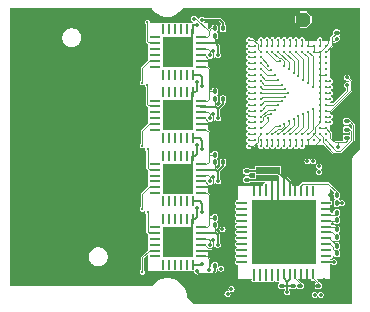
<source format=gbr>
%TF.GenerationSoftware,KiCad,Pcbnew,8.0.5*%
%TF.CreationDate,2025-10-24T05:54:48-05:00*%
%TF.ProjectId,iris-128s,69726973-2d31-4323-9873-2e6b69636164,1*%
%TF.SameCoordinates,Original*%
%TF.FileFunction,Copper,L8,Bot*%
%TF.FilePolarity,Positive*%
%FSLAX46Y46*%
G04 Gerber Fmt 4.6, Leading zero omitted, Abs format (unit mm)*
G04 Created by KiCad (PCBNEW 8.0.5) date 2025-10-24 05:54:48*
%MOMM*%
%LPD*%
G01*
G04 APERTURE LIST*
G04 Aperture macros list*
%AMRoundRect*
0 Rectangle with rounded corners*
0 $1 Rounding radius*
0 $2 $3 $4 $5 $6 $7 $8 $9 X,Y pos of 4 corners*
0 Add a 4 corners polygon primitive as box body*
4,1,4,$2,$3,$4,$5,$6,$7,$8,$9,$2,$3,0*
0 Add four circle primitives for the rounded corners*
1,1,$1+$1,$2,$3*
1,1,$1+$1,$4,$5*
1,1,$1+$1,$6,$7*
1,1,$1+$1,$8,$9*
0 Add four rect primitives between the rounded corners*
20,1,$1+$1,$2,$3,$4,$5,0*
20,1,$1+$1,$4,$5,$6,$7,0*
20,1,$1+$1,$6,$7,$8,$9,0*
20,1,$1+$1,$8,$9,$2,$3,0*%
%AMOutline5P*
0 Free polygon, 5 corners , with rotation*
0 The origin of the aperture is its center*
0 number of corners: always 5*
0 $1 to $10 corner X, Y*
0 $11 Rotation angle, in degrees counterclockwise*
0 create outline with 5 corners*
4,1,5,$1,$2,$3,$4,$5,$6,$7,$8,$9,$10,$1,$2,$11*%
%AMOutline6P*
0 Free polygon, 6 corners , with rotation*
0 The origin of the aperture is its center*
0 number of corners: always 6*
0 $1 to $12 corner X, Y*
0 $13 Rotation angle, in degrees counterclockwise*
0 create outline with 6 corners*
4,1,6,$1,$2,$3,$4,$5,$6,$7,$8,$9,$10,$11,$12,$1,$2,$13*%
%AMOutline7P*
0 Free polygon, 7 corners , with rotation*
0 The origin of the aperture is its center*
0 number of corners: always 7*
0 $1 to $14 corner X, Y*
0 $15 Rotation angle, in degrees counterclockwise*
0 create outline with 7 corners*
4,1,7,$1,$2,$3,$4,$5,$6,$7,$8,$9,$10,$11,$12,$13,$14,$1,$2,$15*%
%AMOutline8P*
0 Free polygon, 8 corners , with rotation*
0 The origin of the aperture is its center*
0 number of corners: always 8*
0 $1 to $16 corner X, Y*
0 $17 Rotation angle, in degrees counterclockwise*
0 create outline with 8 corners*
4,1,8,$1,$2,$3,$4,$5,$6,$7,$8,$9,$10,$11,$12,$13,$14,$15,$16,$1,$2,$17*%
G04 Aperture macros list end*
%TA.AperFunction,ComponentPad*%
%ADD10Outline8P,-0.609600X0.252505X-0.252505X0.609600X0.252505X0.609600X0.609600X0.252505X0.609600X-0.252505X0.252505X-0.609600X-0.252505X-0.609600X-0.609600X-0.252505X90.000000*%
%TD*%
%TA.AperFunction,SMDPad,CuDef*%
%ADD11RoundRect,0.100000X0.130000X0.100000X-0.130000X0.100000X-0.130000X-0.100000X0.130000X-0.100000X0*%
%TD*%
%TA.AperFunction,SMDPad,CuDef*%
%ADD12RoundRect,0.100000X-0.100000X0.130000X-0.100000X-0.130000X0.100000X-0.130000X0.100000X0.130000X0*%
%TD*%
%TA.AperFunction,SMDPad,CuDef*%
%ADD13RoundRect,0.100000X0.100000X-0.130000X0.100000X0.130000X-0.100000X0.130000X-0.100000X-0.130000X0*%
%TD*%
%TA.AperFunction,SMDPad,CuDef*%
%ADD14R,0.250000X0.900000*%
%TD*%
%TA.AperFunction,SMDPad,CuDef*%
%ADD15R,0.900000X0.250000*%
%TD*%
%TA.AperFunction,HeatsinkPad*%
%ADD16R,5.400000X5.400000*%
%TD*%
%TA.AperFunction,SMDPad,CuDef*%
%ADD17RoundRect,0.062500X0.062500X-0.375000X0.062500X0.375000X-0.062500X0.375000X-0.062500X-0.375000X0*%
%TD*%
%TA.AperFunction,SMDPad,CuDef*%
%ADD18RoundRect,0.062500X0.375000X-0.062500X0.375000X0.062500X-0.375000X0.062500X-0.375000X-0.062500X0*%
%TD*%
%TA.AperFunction,HeatsinkPad*%
%ADD19R,2.600000X2.600000*%
%TD*%
%TA.AperFunction,SMDPad,CuDef*%
%ADD20RoundRect,0.100000X-0.130000X-0.100000X0.130000X-0.100000X0.130000X0.100000X-0.130000X0.100000X0*%
%TD*%
%TA.AperFunction,BGAPad,CuDef*%
%ADD21C,0.250000*%
%TD*%
%TA.AperFunction,ViaPad*%
%ADD22C,0.355600*%
%TD*%
%TA.AperFunction,ViaPad*%
%ADD23C,0.304800*%
%TD*%
%TA.AperFunction,Conductor*%
%ADD24C,0.076200*%
%TD*%
%TA.AperFunction,Conductor*%
%ADD25C,0.152400*%
%TD*%
%TA.AperFunction,Conductor*%
%ADD26C,0.101600*%
%TD*%
%TA.AperFunction,Conductor*%
%ADD27C,0.254000*%
%TD*%
G04 APERTURE END LIST*
D10*
%TO.P,REF0,1,1*%
%TO.N,/REF_ELEC*%
X120622500Y-81188000D03*
%TD*%
%TO.P,GND1,1,1*%
%TO.N,GND1*%
X124315000Y-81188000D03*
%TD*%
D11*
%TO.P,C3,1*%
%TO.N,Net-(U9-ADC_REF)*%
X124270760Y-90507460D03*
%TO.P,C3,2*%
%TO.N,GND1*%
X123630760Y-90507460D03*
%TD*%
D12*
%TO.P,C44,1*%
%TO.N,VDD_SW*%
X113813660Y-81930000D03*
%TO.P,C44,2*%
%TO.N,GND1*%
X113813660Y-82570000D03*
%TD*%
D11*
%TO.P,R11,1*%
%TO.N,Net-(U12-LVDS_EN)*%
X120338640Y-103733600D03*
%TO.P,R11,2*%
%TO.N,VDD2*%
X119698640Y-103733600D03*
%TD*%
D13*
%TO.P,R12,1*%
%TO.N,/CSbp_STIM*%
X123435300Y-98191700D03*
%TO.P,R12,2*%
%TO.N,/CSbm_STIM*%
X123435300Y-97551700D03*
%TD*%
%TO.P,R39,1*%
%TO.N,VDD2*%
X123435300Y-96723160D03*
%TO.P,R39,2*%
%TO.N,Net-(U12-STIM_EN)*%
X123435300Y-96083160D03*
%TD*%
D12*
%TO.P,R3,1*%
%TO.N,/analog_muxes_switches/SDO1*%
X113111280Y-92630000D03*
%TO.P,R3,2*%
%TO.N,VDD3*%
X113111280Y-93270000D03*
%TD*%
D11*
%TO.P,C9,1*%
%TO.N,VSTIMp*%
X115840000Y-94033020D03*
%TO.P,C9,2*%
%TO.N,GND1*%
X115200000Y-94033020D03*
%TD*%
%TO.P,C1,1*%
%TO.N,VDD1*%
X124270760Y-91209680D03*
%TO.P,C1,2*%
%TO.N,GND1*%
X123630760Y-91209680D03*
%TD*%
%TO.P,C10,1*%
%TO.N,VSTIMm*%
X115840000Y-94733440D03*
%TO.P,C10,2*%
%TO.N,GND1*%
X115200000Y-94733440D03*
%TD*%
D14*
%TO.P,U12,1,STIM_GND*%
%TO.N,GND1*%
X116450000Y-95666000D03*
%TO.P,U12,2,SENSE_GND*%
X116950000Y-95666000D03*
%TO.P,U12,3,REF_ELEC*%
%TO.N,/REF_ELEC*%
X117450000Y-95666000D03*
%TO.P,U12,4,VSTIMm1*%
%TO.N,VSTIMm*%
X117950000Y-95666000D03*
%TO.P,U12,5,VSTIMm2*%
X118450000Y-95666000D03*
%TO.P,U12,6,VSTIMp1*%
%TO.N,VSTIMp*%
X118950000Y-95666000D03*
%TO.P,U12,7,VSTIMp2*%
X119450000Y-95666000D03*
%TO.P,U12,8,GND1*%
%TO.N,GND1*%
X119950000Y-95666000D03*
%TO.P,U12,9,STIM_EN*%
%TO.N,Net-(U12-STIM_EN)*%
X120450000Y-95666000D03*
%TO.P,U12,10,AUXOUT1*%
%TO.N,unconnected-(U12-AUXOUT1-Pad10)*%
X120950000Y-95666000D03*
%TO.P,U12,11,AUXOUT2*%
%TO.N,unconnected-(U12-AUXOUT2-Pad11)*%
X121450000Y-95666000D03*
D15*
%TO.P,U12,12,AUXOUTOD*%
%TO.N,unconnected-(U12-AUXOUTOD-Pad12)*%
X122500000Y-96716000D03*
%TO.P,U12,13,GND2*%
%TO.N,GND1*%
X122500000Y-97216000D03*
%TO.P,U12,14,CSbm*%
%TO.N,/CSbm_STIM*%
X122500000Y-97716000D03*
%TO.P,U12,15,CSbp*%
%TO.N,/CSbp_STIM*%
X122500000Y-98216000D03*
%TO.P,U12,16,SCLKm*%
%TO.N,/SCLKm_STIM*%
X122500000Y-98716000D03*
%TO.P,U12,17,SCLKp*%
%TO.N,/SCLKp_STIM*%
X122500000Y-99216000D03*
%TO.P,U12,18,MOSIm*%
%TO.N,/MOSIm_STIM*%
X122500000Y-99716000D03*
%TO.P,U12,19,MOSIp*%
%TO.N,/MOSIp_STIM*%
X122500000Y-100216000D03*
%TO.P,U12,20,MISOm*%
%TO.N,/MISOm_STIM*%
X122500000Y-100716000D03*
%TO.P,U12,21,MISOp*%
%TO.N,/MISOp_STIM*%
X122500000Y-101216000D03*
%TO.P,U12,22,VDD1*%
%TO.N,VDD2*%
X122500000Y-101716000D03*
D14*
%TO.P,U12,23,ADC_REF*%
%TO.N,Net-(U12-ADC_REF)*%
X121450000Y-102766000D03*
%TO.P,U12,24,GND3*%
%TO.N,GND1*%
X120950000Y-102766000D03*
%TO.P,U12,25,GND4*%
X120450000Y-102766000D03*
%TO.P,U12,26,LVDS_EN*%
%TO.N,Net-(U12-LVDS_EN)*%
X119950000Y-102766000D03*
%TO.P,U12,27,VDD2*%
%TO.N,VDD2*%
X119450000Y-102766000D03*
%TO.P,U12,28,VDD3*%
X118950000Y-102766000D03*
%TO.P,U12,29,ELEC15*%
%TO.N,/STIMIN15*%
X118450000Y-102766000D03*
%TO.P,U12,30,ELEC14*%
%TO.N,/STIMIN14*%
X117950000Y-102766000D03*
%TO.P,U12,31,ELEC13*%
%TO.N,/STIMIN13*%
X117450000Y-102766000D03*
%TO.P,U12,32,ELEC12*%
%TO.N,/STIMIN12*%
X116950000Y-102766000D03*
%TO.P,U12,33,ELEC11*%
%TO.N,/STIMIN11*%
X116450000Y-102766000D03*
D15*
%TO.P,U12,34,ELEC10*%
%TO.N,/STIMIN10*%
X115400000Y-101716000D03*
%TO.P,U12,35,ELEC9*%
%TO.N,/STIMIN9*%
X115400000Y-101216000D03*
%TO.P,U12,36,ELEC8*%
%TO.N,/STIMIN8*%
X115400000Y-100716000D03*
%TO.P,U12,37,ELEC7*%
%TO.N,/STIMIN7*%
X115400000Y-100216000D03*
%TO.P,U12,38,ELEC6*%
%TO.N,/STIMIN6*%
X115400000Y-99716000D03*
%TO.P,U12,39,ELEC5*%
%TO.N,/STIMIN5*%
X115400000Y-99216000D03*
%TO.P,U12,40,ELEC4*%
%TO.N,/STIMIN4*%
X115400000Y-98716000D03*
%TO.P,U12,41,ELEC3*%
%TO.N,/STIMIN3*%
X115400000Y-98216000D03*
%TO.P,U12,42,ELEC2*%
%TO.N,/STIMIN2*%
X115400000Y-97716000D03*
%TO.P,U12,43,ELEC1*%
%TO.N,/STIMIN1*%
X115400000Y-97216000D03*
%TO.P,U12,44,ELEC0*%
%TO.N,/STIMIN0*%
X115400000Y-96716000D03*
D16*
%TO.P,U12,45,Exposed_Pad*%
%TO.N,VSTIMm*%
X118950000Y-99216000D03*
%TD*%
D12*
%TO.P,R4,1*%
%TO.N,/analog_muxes_switches/SDO2*%
X113111280Y-87280000D03*
%TO.P,R4,2*%
%TO.N,VDD3*%
X113111280Y-87920000D03*
%TD*%
D17*
%TO.P,U8,1,VDD*%
%TO.N,VDD_SW*%
X111250000Y-101937500D03*
%TO.P,U8,2,S1*%
%TO.N,/STIMIN9*%
X110750000Y-101937500D03*
%TO.P,U8,3,D1*%
%TO.N,/RS1*%
X110250000Y-101937500D03*
%TO.P,U8,4,S2*%
%TO.N,/STIMIN9*%
X109750000Y-101937500D03*
%TO.P,U8,5,D2*%
%TO.N,/RS0*%
X109250000Y-101937500D03*
%TO.P,U8,6,S3*%
%TO.N,/STIMIN8*%
X108750000Y-101937500D03*
D18*
%TO.P,U8,7,D3*%
%TO.N,/RS2*%
X108062500Y-101250000D03*
%TO.P,U8,8,S4*%
%TO.N,/STIMIN8*%
X108062500Y-100750000D03*
%TO.P,U8,9,D4*%
%TO.N,/RS3*%
X108062500Y-100250000D03*
%TO.P,U8,10,D5*%
%TO.N,/RS4*%
X108062500Y-99750000D03*
%TO.P,U8,11,S5*%
%TO.N,/STIMIN11*%
X108062500Y-99250000D03*
%TO.P,U8,12,D6*%
%TO.N,/RS5*%
X108062500Y-98750000D03*
D17*
%TO.P,U8,13,S6*%
%TO.N,/STIMIN11*%
X108750000Y-98062500D03*
%TO.P,U8,14,D7*%
%TO.N,/RS7*%
X109250000Y-98062500D03*
%TO.P,U8,15,S7*%
%TO.N,/STIMIN4*%
X109750000Y-98062500D03*
%TO.P,U8,16,D8*%
%TO.N,/RS6*%
X110250000Y-98062500D03*
%TO.P,U8,17,S8*%
%TO.N,/STIMIN4*%
X110750000Y-98062500D03*
%TO.P,U8,18,VSS*%
%TO.N,VSS_SW*%
X111250000Y-98062500D03*
D18*
%TO.P,U8,19,SDO*%
%TO.N,/analog_muxes_switches/SDO0*%
X111937500Y-98750000D03*
%TO.P,U8,20,VL_RESETb*%
%TO.N,VDD3*%
X111937500Y-99250000D03*
%TO.P,U8,21,CSb*%
%TO.N,/CSb_SW*%
X111937500Y-99750000D03*
%TO.P,U8,22,SCLK*%
%TO.N,/SCLK_SW*%
X111937500Y-100250000D03*
%TO.P,U8,23,GND*%
%TO.N,GND1*%
X111937500Y-100750000D03*
%TO.P,U8,24,SDI*%
%TO.N,/MOSI_SW*%
X111937500Y-101250000D03*
D19*
%TO.P,U8,25,Exposed_Pad*%
%TO.N,VSS_SW*%
X110000000Y-100000000D03*
%TD*%
D13*
%TO.P,R13,1*%
%TO.N,/SCLKp_STIM*%
X123435300Y-99593780D03*
%TO.P,R13,2*%
%TO.N,/SCLKm_STIM*%
X123435300Y-98953780D03*
%TD*%
D11*
%TO.P,C7,1*%
%TO.N,VDD2*%
X118785600Y-103733600D03*
%TO.P,C7,2*%
%TO.N,GND1*%
X118145600Y-103733600D03*
%TD*%
%TO.P,C8,1*%
%TO.N,Net-(U12-ADC_REF)*%
X121884400Y-103733600D03*
%TO.P,C8,2*%
%TO.N,GND1*%
X121244400Y-103733600D03*
%TD*%
D13*
%TO.P,R15,1*%
%TO.N,/MOSIp_STIM*%
X123435300Y-100995020D03*
%TO.P,R15,2*%
%TO.N,/MOSIm_STIM*%
X123435300Y-100355020D03*
%TD*%
D12*
%TO.P,R5,1*%
%TO.N,/analog_muxes_switches/SDO3*%
X113111280Y-81930000D03*
%TO.P,R5,2*%
%TO.N,VDD3*%
X113111280Y-82570000D03*
%TD*%
D20*
%TO.P,R10,1*%
%TO.N,GND1*%
X123630760Y-89807140D03*
%TO.P,R10,2*%
%TO.N,Net-(U9-LVDS_EN)*%
X124270760Y-89807140D03*
%TD*%
D17*
%TO.P,U7,1,VDD*%
%TO.N,VDD_SW*%
X111250000Y-96587500D03*
%TO.P,U7,2,S1*%
%TO.N,/STIMIN3*%
X110750000Y-96587500D03*
%TO.P,U7,3,D1*%
%TO.N,/RS9*%
X110250000Y-96587500D03*
%TO.P,U7,4,S2*%
%TO.N,/STIMIN3*%
X109750000Y-96587500D03*
%TO.P,U7,5,D2*%
%TO.N,/RS8*%
X109250000Y-96587500D03*
%TO.P,U7,6,S3*%
%TO.N,/STIMIN0*%
X108750000Y-96587500D03*
D18*
%TO.P,U7,7,D3*%
%TO.N,/RS10*%
X108062500Y-95900000D03*
%TO.P,U7,8,S4*%
%TO.N,/STIMIN0*%
X108062500Y-95400000D03*
%TO.P,U7,9,D4*%
%TO.N,/RS11*%
X108062500Y-94900000D03*
%TO.P,U7,10,D5*%
%TO.N,/RS13*%
X108062500Y-94400000D03*
%TO.P,U7,11,S5*%
%TO.N,/STIMIN12*%
X108062500Y-93900000D03*
%TO.P,U7,12,D6*%
%TO.N,/RS14*%
X108062500Y-93400000D03*
D17*
%TO.P,U7,13,S6*%
%TO.N,/STIMIN12*%
X108750000Y-92712500D03*
%TO.P,U7,14,D7*%
%TO.N,/RS12*%
X109250000Y-92712500D03*
%TO.P,U7,15,S7*%
%TO.N,/STIMIN14*%
X109750000Y-92712500D03*
%TO.P,U7,16,D8*%
%TO.N,/RS15*%
X110250000Y-92712500D03*
%TO.P,U7,17,S8*%
%TO.N,/STIMIN14*%
X110750000Y-92712500D03*
%TO.P,U7,18,VSS*%
%TO.N,VSS_SW*%
X111250000Y-92712500D03*
D18*
%TO.P,U7,19,SDO*%
%TO.N,/analog_muxes_switches/SDO1*%
X111937500Y-93400000D03*
%TO.P,U7,20,VL_RESETb*%
%TO.N,VDD3*%
X111937500Y-93900000D03*
%TO.P,U7,21,CSb*%
%TO.N,/CSb_SW*%
X111937500Y-94400000D03*
%TO.P,U7,22,SCLK*%
%TO.N,/SCLK_SW*%
X111937500Y-94900000D03*
%TO.P,U7,23,GND*%
%TO.N,GND1*%
X111937500Y-95400000D03*
%TO.P,U7,24,SDI*%
%TO.N,/analog_muxes_switches/SDO0*%
X111937500Y-95900000D03*
D19*
%TO.P,U7,25,Exposed_Pad*%
%TO.N,VSS_SW*%
X110000000Y-94650000D03*
%TD*%
D21*
%TO.P,U9,A1,IN16*%
%TO.N,/REC0IN16*%
X116500000Y-83400000D03*
%TO.P,U9,A2,IN18*%
%TO.N,/REC0IN18*%
X116500000Y-83900000D03*
%TO.P,U9,A3,IN20*%
%TO.N,/REC0IN20*%
X116500000Y-84400000D03*
%TO.P,U9,A4,IN22*%
%TO.N,/REC0IN22*%
X116500000Y-84900000D03*
%TO.P,U9,A5,IN24*%
%TO.N,/REC0IN24*%
X116500000Y-85400000D03*
%TO.P,U9,A6,IN26*%
%TO.N,/REC0IN26*%
X116500000Y-85900000D03*
%TO.P,U9,A7,IN28*%
%TO.N,/REC0IN28*%
X116500000Y-86400000D03*
%TO.P,U9,A8,IN30*%
%TO.N,/REC0IN30*%
X116500000Y-86900000D03*
%TO.P,U9,A9,IN32*%
%TO.N,/REC0IN32*%
X116500000Y-87400000D03*
%TO.P,U9,A10,IN33*%
%TO.N,/REC0IN33*%
X116500000Y-87900000D03*
%TO.P,U9,A11,IN35*%
%TO.N,/REC0IN35*%
X116500000Y-88400000D03*
%TO.P,U9,A12,IN37*%
%TO.N,/REC0IN37*%
X116500000Y-88900000D03*
%TO.P,U9,A13,IN39*%
%TO.N,/REC0IN39*%
X116500000Y-89400000D03*
%TO.P,U9,A14,IN41*%
%TO.N,/REC0IN41*%
X116500000Y-89900000D03*
%TO.P,U9,A15,IN43*%
%TO.N,/REC0IN43*%
X116500000Y-90400000D03*
%TO.P,U9,A16,IN45*%
%TO.N,/REC0IN45*%
X116500000Y-90900000D03*
%TO.P,U9,A17,IN47*%
%TO.N,/REC0IN47*%
X116500000Y-91400000D03*
%TO.P,U9,B1,IN15*%
%TO.N,/REC0IN15*%
X117000000Y-83400000D03*
%TO.P,U9,B2,IN17*%
%TO.N,/REC0IN17*%
X117000000Y-83900000D03*
%TO.P,U9,B3,IN19*%
%TO.N,/REC0IN19*%
X117000000Y-84400000D03*
%TO.P,U9,B4,IN21*%
%TO.N,/REC0IN21*%
X117000000Y-84900000D03*
%TO.P,U9,B5,IN23*%
%TO.N,/REC0IN23*%
X117000000Y-85400000D03*
%TO.P,U9,B6,IN25*%
%TO.N,/REC0IN25*%
X117000000Y-85900000D03*
%TO.P,U9,B7,IN27*%
%TO.N,/REC0IN27*%
X117000000Y-86400000D03*
%TO.P,U9,B8,IN29*%
%TO.N,/REC0IN29*%
X117000000Y-86900000D03*
%TO.P,U9,B9,IN31*%
%TO.N,/REC0IN31*%
X117000000Y-87400000D03*
%TO.P,U9,B10,IN34*%
%TO.N,/REC0IN34*%
X117000000Y-87900000D03*
%TO.P,U9,B11,IN36*%
%TO.N,/REC0IN36*%
X117000000Y-88400000D03*
%TO.P,U9,B12,IN38*%
%TO.N,/REC0IN38*%
X117000000Y-88900000D03*
%TO.P,U9,B13,IN40*%
%TO.N,/REC0IN40*%
X117000000Y-89400000D03*
%TO.P,U9,B14,IN42*%
%TO.N,/REC0IN42*%
X117000000Y-89900000D03*
%TO.P,U9,B15,IN44*%
%TO.N,/REC0IN44*%
X117000000Y-90400000D03*
%TO.P,U9,B16,IN46*%
%TO.N,/REC0IN46*%
X117000000Y-90900000D03*
%TO.P,U9,B17,IN48*%
%TO.N,/REC0IN48*%
X117000000Y-91400000D03*
%TO.P,U9,C1,IN13*%
%TO.N,/REC0IN13*%
X117500000Y-83400000D03*
%TO.P,U9,C2,IN14*%
%TO.N,/REC0IN14*%
X117500000Y-83900000D03*
%TO.P,U9,C16,IN49*%
%TO.N,/REC0IN49*%
X117500000Y-90900000D03*
%TO.P,U9,C17,IN50*%
%TO.N,/REC0IN50*%
X117500000Y-91400000D03*
%TO.P,U9,D1,IN11*%
%TO.N,/REC0IN11*%
X118000000Y-83400000D03*
%TO.P,U9,D2,IN12*%
%TO.N,/REC0IN12*%
X118000000Y-83900000D03*
%TO.P,U9,D16,IN51*%
%TO.N,/REC0IN51*%
X118000000Y-90900000D03*
%TO.P,U9,D17,IN52*%
%TO.N,/REC0IN52*%
X118000000Y-91400000D03*
%TO.P,U9,E1,IN9*%
%TO.N,/REC0IN9*%
X118500000Y-83400000D03*
%TO.P,U9,E2,IN10*%
%TO.N,/REC0IN10*%
X118500000Y-83900000D03*
%TO.P,U9,E16,IN53*%
%TO.N,/REC0IN53*%
X118500000Y-90900000D03*
%TO.P,U9,E17,IN54*%
%TO.N,/REC0IN54*%
X118500000Y-91400000D03*
%TO.P,U9,F1,IN7*%
%TO.N,/REC0IN7*%
X119000000Y-83400000D03*
%TO.P,U9,F2,IN8*%
%TO.N,/REC0IN8*%
X119000000Y-83900000D03*
%TO.P,U9,F16,IN55*%
%TO.N,/REC0IN55*%
X119000000Y-90900000D03*
%TO.P,U9,F17,IN56*%
%TO.N,/REC0IN56*%
X119000000Y-91400000D03*
%TO.P,U9,G1,IN5*%
%TO.N,/REC0IN5*%
X119500000Y-83400000D03*
%TO.P,U9,G2,IN6*%
%TO.N,/REC0IN6*%
X119500000Y-83900000D03*
%TO.P,U9,G16,IN57*%
%TO.N,/REC0IN57*%
X119500000Y-90900000D03*
%TO.P,U9,G17,IN58*%
%TO.N,/REC0IN58*%
X119500000Y-91400000D03*
%TO.P,U9,H1,IN3*%
%TO.N,/REC0IN3*%
X120000000Y-83400000D03*
%TO.P,U9,H2,IN4*%
%TO.N,/REC0IN4*%
X120000000Y-83900000D03*
%TO.P,U9,H16,IN59*%
%TO.N,/REC0IN59*%
X120000000Y-90900000D03*
%TO.P,U9,H17,IN60*%
%TO.N,/REC0IN60*%
X120000000Y-91400000D03*
%TO.P,U9,J1,IN1*%
%TO.N,/REC0IN1*%
X120500000Y-83400000D03*
%TO.P,U9,J2,IN2*%
%TO.N,/REC0IN2*%
X120500000Y-83900000D03*
%TO.P,U9,J16,IN61*%
%TO.N,/REC0IN61*%
X120500000Y-90900000D03*
%TO.P,U9,J17,IN62*%
%TO.N,/REC0IN62*%
X120500000Y-91400000D03*
%TO.P,U9,K1,NC1*%
%TO.N,GND1*%
X121000000Y-83400000D03*
%TO.P,U9,K2,IN0*%
%TO.N,/REC0IN0*%
X121000000Y-83900000D03*
%TO.P,U9,K16,IN63*%
%TO.N,/REC0IN63*%
X121000000Y-90900000D03*
%TO.P,U9,K17,NC2*%
%TO.N,GND1*%
X121000000Y-91400000D03*
%TO.P,U9,L1,NC3*%
X121500000Y-83400000D03*
%TO.P,U9,L2,NC4*%
X121500000Y-83900000D03*
%TO.P,U9,L16,NC5*%
X121500000Y-90900000D03*
%TO.P,U9,L17,ELEC_TEST*%
%TO.N,unconnected-(U9-ELEC_TEST-PadL17)*%
X121500000Y-91400000D03*
%TO.P,U9,M1,REF_ELEC*%
%TO.N,/REF_ELEC*%
X122000000Y-83400000D03*
%TO.P,U9,M2,VESD*%
%TO.N,GND1*%
X122000000Y-83900000D03*
%TO.P,U9,M3,NC6*%
X122000000Y-84400000D03*
%TO.P,U9,M4,NC7*%
X122000000Y-84900000D03*
%TO.P,U9,M5,NC8*%
X122000000Y-85400000D03*
%TO.P,U9,M6,NC9*%
X122000000Y-85900000D03*
%TO.P,U9,M7,NC10*%
X122000000Y-86400000D03*
%TO.P,U9,M8,NC11*%
X122000000Y-86900000D03*
%TO.P,U9,M9,NC12*%
X122000000Y-87400000D03*
%TO.P,U9,M10,NC13*%
X122000000Y-87900000D03*
%TO.P,U9,M11,NC14*%
X122000000Y-88400000D03*
%TO.P,U9,M12,NC15*%
X122000000Y-88900000D03*
%TO.P,U9,M13,NC16*%
X122000000Y-89400000D03*
%TO.P,U9,M14,NC17*%
X122000000Y-89900000D03*
%TO.P,U9,M15,VDD1*%
%TO.N,VDD1*%
X122000000Y-90400000D03*
%TO.P,U9,M16,LVDS_EN*%
%TO.N,Net-(U9-LVDS_EN)*%
X122000000Y-90900000D03*
%TO.P,U9,M17,GND1*%
%TO.N,GND1*%
X122000000Y-91400000D03*
%TO.P,U9,N1,GND2*%
X122500000Y-83400000D03*
%TO.P,U9,N2,VDD2*%
%TO.N,VDD1*%
X122500000Y-83900000D03*
%TO.P,U9,N3,AUXIN1*%
%TO.N,unconnected-(U9-AUXIN1-PadN3)*%
X122500000Y-84400000D03*
%TO.P,U9,N4,AUXIN2*%
%TO.N,unconnected-(U9-AUXIN2-PadN4)*%
X122500000Y-84900000D03*
%TO.P,U9,N5,AUXIN3*%
%TO.N,unconnected-(U9-AUXIN3-PadN5)*%
X122500000Y-85400000D03*
%TO.P,U9,N6,GND3*%
%TO.N,GND1*%
X122500000Y-85900000D03*
%TO.P,U9,N7,CSbm*%
%TO.N,/CSbm*%
X122500000Y-86400000D03*
%TO.P,U9,N8,CSbp*%
%TO.N,/CSbp*%
X122500000Y-86900000D03*
%TO.P,U9,N9,SCLKm*%
%TO.N,/SCLKm*%
X122500000Y-87400000D03*
%TO.P,U9,N10,SCLKp*%
%TO.N,/SCLKp*%
X122500000Y-87900000D03*
%TO.P,U9,N11,MOSIm*%
%TO.N,/MOSIm*%
X122500000Y-88400000D03*
%TO.P,U9,N12,MOSIp*%
%TO.N,/MOSIp*%
X122500000Y-88900000D03*
%TO.P,U9,N13,MISOm*%
%TO.N,/MISO1m*%
X122500000Y-89400000D03*
%TO.P,U9,N14,MISOp*%
%TO.N,/MISO1p*%
X122500000Y-89900000D03*
%TO.P,U9,N15,VDD3*%
%TO.N,VDD1*%
X122500000Y-90400000D03*
%TO.P,U9,N16,AUXOUT*%
%TO.N,unconnected-(U9-AUXOUT-PadN16)*%
X122500000Y-90900000D03*
%TO.P,U9,N17,ADC_REF*%
%TO.N,Net-(U9-ADC_REF)*%
X122500000Y-91400000D03*
%TD*%
D13*
%TO.P,C45,1*%
%TO.N,VSS_SW*%
X113111280Y-102020000D03*
%TO.P,C45,2*%
%TO.N,GND1*%
X113111280Y-101380000D03*
%TD*%
D11*
%TO.P,C2,1*%
%TO.N,VDD1*%
X123442200Y-82299680D03*
%TO.P,C2,2*%
%TO.N,GND1*%
X122802200Y-82299680D03*
%TD*%
D13*
%TO.P,C47,1*%
%TO.N,VDD3*%
X113815840Y-93270000D03*
%TO.P,C47,2*%
%TO.N,GND1*%
X113815840Y-92630000D03*
%TD*%
D17*
%TO.P,U6,1,VDD*%
%TO.N,VDD_SW*%
X111250000Y-91237500D03*
%TO.P,U6,2,S1*%
%TO.N,/REC1IN1*%
X110750000Y-91237500D03*
%TO.P,U6,3,D1*%
%TO.N,/RS15*%
X110250000Y-91237500D03*
%TO.P,U6,4,S2*%
%TO.N,/REC1IN3*%
X109750000Y-91237500D03*
%TO.P,U6,5,D2*%
%TO.N,/RS12*%
X109250000Y-91237500D03*
%TO.P,U6,6,S3*%
%TO.N,/REC1IN5*%
X108750000Y-91237500D03*
D18*
%TO.P,U6,7,D3*%
%TO.N,/RS14*%
X108062500Y-90550000D03*
%TO.P,U6,8,S4*%
%TO.N,/REC1IN7*%
X108062500Y-90050000D03*
%TO.P,U6,9,D4*%
%TO.N,/RS13*%
X108062500Y-89550000D03*
%TO.P,U6,10,D5*%
%TO.N,/RS11*%
X108062500Y-89050000D03*
%TO.P,U6,11,S5*%
%TO.N,/REC1IN23*%
X108062500Y-88550000D03*
%TO.P,U6,12,D6*%
%TO.N,/RS10*%
X108062500Y-88050000D03*
D17*
%TO.P,U6,13,S6*%
%TO.N,/REC1IN25*%
X108750000Y-87362500D03*
%TO.P,U6,14,D7*%
%TO.N,/RS8*%
X109250000Y-87362500D03*
%TO.P,U6,15,S7*%
%TO.N,/REC1IN27*%
X109750000Y-87362500D03*
%TO.P,U6,16,D8*%
%TO.N,/RS9*%
X110250000Y-87362500D03*
%TO.P,U6,17,S8*%
%TO.N,/REC1IN29*%
X110750000Y-87362500D03*
%TO.P,U6,18,VSS*%
%TO.N,VSS_SW*%
X111250000Y-87362500D03*
D18*
%TO.P,U6,19,SDO*%
%TO.N,/analog_muxes_switches/SDO2*%
X111937500Y-88050000D03*
%TO.P,U6,20,VL_RESETb*%
%TO.N,VDD3*%
X111937500Y-88550000D03*
%TO.P,U6,21,CSb*%
%TO.N,/CSb_SW*%
X111937500Y-89050000D03*
%TO.P,U6,22,SCLK*%
%TO.N,/SCLK_SW*%
X111937500Y-89550000D03*
%TO.P,U6,23,GND*%
%TO.N,GND1*%
X111937500Y-90050000D03*
%TO.P,U6,24,SDI*%
%TO.N,/analog_muxes_switches/SDO1*%
X111937500Y-90550000D03*
D19*
%TO.P,U6,25,Exposed_Pad*%
%TO.N,VSS_SW*%
X110000000Y-89300000D03*
%TD*%
D17*
%TO.P,U5,1,VDD*%
%TO.N,VDD_SW*%
X111250000Y-85887500D03*
%TO.P,U5,2,S1*%
%TO.N,/REC1IN31*%
X110750000Y-85887500D03*
%TO.P,U5,3,D1*%
%TO.N,/RS6*%
X110250000Y-85887500D03*
%TO.P,U5,4,S2*%
%TO.N,/REC1IN34*%
X109750000Y-85887500D03*
%TO.P,U5,5,D2*%
%TO.N,/RS7*%
X109250000Y-85887500D03*
%TO.P,U5,6,S3*%
%TO.N,/REC1IN36*%
X108750000Y-85887500D03*
D18*
%TO.P,U5,7,D3*%
%TO.N,/RS5*%
X108062500Y-85200000D03*
%TO.P,U5,8,S4*%
%TO.N,/REC1IN38*%
X108062500Y-84700000D03*
%TO.P,U5,9,D4*%
%TO.N,/RS4*%
X108062500Y-84200000D03*
%TO.P,U5,10,D5*%
%TO.N,/RS3*%
X108062500Y-83700000D03*
%TO.P,U5,11,S5*%
%TO.N,/REC1IN56*%
X108062500Y-83200000D03*
%TO.P,U5,12,D6*%
%TO.N,/RS2*%
X108062500Y-82700000D03*
D17*
%TO.P,U5,13,S6*%
%TO.N,/REC1IN58*%
X108750000Y-82012500D03*
%TO.P,U5,14,D7*%
%TO.N,/RS0*%
X109250000Y-82012500D03*
%TO.P,U5,15,S7*%
%TO.N,/REC1IN60*%
X109750000Y-82012500D03*
%TO.P,U5,16,D8*%
%TO.N,/RS1*%
X110250000Y-82012500D03*
%TO.P,U5,17,S8*%
%TO.N,/REC1IN62*%
X110750000Y-82012500D03*
%TO.P,U5,18,VSS*%
%TO.N,VSS_SW*%
X111250000Y-82012500D03*
D18*
%TO.P,U5,19,SDO*%
%TO.N,/analog_muxes_switches/SDO3*%
X111937500Y-82700000D03*
%TO.P,U5,20,VL_RESETb*%
%TO.N,VDD3*%
X111937500Y-83200000D03*
%TO.P,U5,21,CSb*%
%TO.N,/CSb_SW*%
X111937500Y-83700000D03*
%TO.P,U5,22,SCLK*%
%TO.N,/SCLK_SW*%
X111937500Y-84200000D03*
%TO.P,U5,23,GND*%
%TO.N,GND1*%
X111937500Y-84700000D03*
%TO.P,U5,24,SDI*%
%TO.N,/analog_muxes_switches/SDO2*%
X111937500Y-85200000D03*
D19*
%TO.P,U5,25,Exposed_Pad*%
%TO.N,VSS_SW*%
X110000000Y-83950000D03*
%TD*%
D13*
%TO.P,C46,1*%
%TO.N,VDD3*%
X113813240Y-87920000D03*
%TO.P,C46,2*%
%TO.N,GND1*%
X113813240Y-87280000D03*
%TD*%
D12*
%TO.P,R2,1*%
%TO.N,/analog_muxes_switches/SDO0*%
X113111280Y-97980000D03*
%TO.P,R2,2*%
%TO.N,VDD3*%
X113111280Y-98620000D03*
%TD*%
D22*
%TO.N,/analog_muxes_switches/SDO3*%
X111328200Y-81127600D03*
%TO.N,/SCLK_SW*%
X113004600Y-89179400D03*
X113004600Y-94513400D03*
X113004600Y-83820000D03*
X113004600Y-99872800D03*
%TO.N,/CSb_SW*%
X112699800Y-100253800D03*
X112699800Y-89560400D03*
X112699800Y-94894400D03*
X112699800Y-84201000D03*
%TO.N,/MISO_SW*%
X113669822Y-102275602D03*
%TO.N,/MOSI_SW*%
X113766600Y-98955860D03*
X112633760Y-102362000D03*
D23*
%TO.N,/REC1IN62*%
X110759200Y-81701500D03*
%TO.N,/REC1IN34*%
X109743200Y-86194900D03*
%TO.N,/REC1IN29*%
X110761740Y-87048200D03*
%TO.N,/REC1IN36*%
X108752600Y-86194900D03*
%TO.N,/REC1IN5*%
X108755140Y-91541600D03*
%TO.N,/REC1IN23*%
X107419140Y-86766400D03*
%TO.N,/REC1IN60*%
X109743200Y-81701500D03*
%TO.N,/REC1IN31*%
X110759200Y-86194900D03*
%TO.N,/REC1IN58*%
X108752600Y-81701500D03*
%TO.N,/REC1IN38*%
X106987340Y-86522560D03*
%TO.N,/REC1IN27*%
X109745740Y-87048200D03*
%TO.N,/REC1IN25*%
X108755140Y-87048200D03*
%TO.N,/REC1IN1*%
X110761740Y-91541600D03*
%TO.N,/REC1IN3*%
X109745740Y-91541600D03*
%TO.N,/REC1IN56*%
X107416600Y-81419700D03*
%TO.N,/REC1IN7*%
X106989880Y-91869260D03*
D22*
%TO.N,VDD2*%
X119242840Y-104287360D03*
X123903740Y-96723160D03*
X120957340Y-93194860D03*
X123190000Y-101716000D03*
X121434860Y-93194860D03*
D23*
%TO.N,/REF_ELEC*%
X117450000Y-95216000D03*
X122000000Y-82896820D03*
D22*
%TO.N,VDD3*%
X121571620Y-104501560D03*
X113385600Y-94894400D03*
X113385600Y-89560400D03*
X122079620Y-104501560D03*
X113385600Y-84201000D03*
X113385600Y-100253800D03*
D23*
%TO.N,/MISO1p*%
X122870790Y-89890600D03*
%TO.N,/SCLKm*%
X122872500Y-87398860D03*
%TO.N,/CSbp*%
X122872500Y-86900000D03*
D22*
%TO.N,/MOSIp*%
X124337820Y-86092620D03*
D23*
%TO.N,/SCLKp*%
X122872500Y-87900000D03*
D22*
%TO.N,/MOSIm*%
X124337820Y-86732620D03*
D23*
%TO.N,/CSbm*%
X122872500Y-86400000D03*
%TO.N,/MISO1m*%
X122872500Y-89400000D03*
%TO.N,/CSbp_STIM*%
X122870620Y-98215360D03*
%TO.N,/CSbm_STIM*%
X122872500Y-97716000D03*
%TO.N,/SCLKm_STIM*%
X122870620Y-98715360D03*
%TO.N,/SCLKp_STIM*%
X122870620Y-99215360D03*
%TO.N,/MOSIp_STIM*%
X122870620Y-100215360D03*
%TO.N,/MOSIm_STIM*%
X122870620Y-99715360D03*
%TO.N,/MISOp_STIM*%
X122868720Y-101216000D03*
%TO.N,/MISOm_STIM*%
X122868720Y-100716000D03*
%TO.N,/STIMIN13*%
X117449540Y-103216000D03*
%TO.N,/STIMIN14*%
X110763770Y-92409000D03*
X117949540Y-103216000D03*
X109747770Y-92409000D03*
%TO.N,/STIMIN3*%
X115036600Y-98216000D03*
X109747770Y-96902400D03*
X110763770Y-96902400D03*
%TO.N,/STIMIN5*%
X115036600Y-99216000D03*
%TO.N,/STIMIN10*%
X115036600Y-101716000D03*
%TO.N,/STIMIN12*%
X108757170Y-92409000D03*
X116949540Y-103216000D03*
X107421170Y-92127200D03*
%TO.N,/STIMIN8*%
X106991910Y-102580060D03*
X115036600Y-100716000D03*
X108757170Y-102252400D03*
%TO.N,/STIMIN7*%
X115036600Y-100216000D03*
%TO.N,/STIMIN6*%
X115036600Y-99716000D03*
%TO.N,/STIMIN9*%
X110763770Y-102252400D03*
X115036600Y-101216000D03*
X109747770Y-102252400D03*
%TO.N,/STIMIN0*%
X108757170Y-96902400D03*
X106991910Y-97230060D03*
X115036600Y-96716000D03*
%TO.N,/STIMIN2*%
X115036600Y-97716000D03*
%TO.N,/STIMIN11*%
X107421170Y-97477200D03*
X116449540Y-103216000D03*
X108757170Y-97759000D03*
%TO.N,/STIMIN15*%
X118449540Y-103216000D03*
%TO.N,/STIMIN4*%
X109747770Y-97759000D03*
X115036600Y-98716000D03*
X110763770Y-97759000D03*
%TO.N,/STIMIN1*%
X115036600Y-97216000D03*
%TO.N,/REC0IN10*%
X119401380Y-85396820D03*
%TO.N,/REC0IN52*%
X118001380Y-91896820D03*
%TO.N,/REC0IN62*%
X120501380Y-91896820D03*
%TO.N,/REC0IN49*%
X118601380Y-90196820D03*
%TO.N,/REC0IN63*%
X121401380Y-88796820D03*
%TO.N,/REC0IN24*%
X116001380Y-85396820D03*
%TO.N,/REC0IN60*%
X120001380Y-91896820D03*
%TO.N,/REC0IN27*%
X118801380Y-86696820D03*
%TO.N,/REC0IN30*%
X116001380Y-86896820D03*
%TO.N,/REC0IN56*%
X119001380Y-91896820D03*
%TO.N,/REC0IN32*%
X116001380Y-87396820D03*
%TO.N,/REC0IN11*%
X118001380Y-82896820D03*
%TO.N,/REC0IN20*%
X116001380Y-84396820D03*
%TO.N,/REC0IN57*%
X120201380Y-89396820D03*
%TO.N,/REC0IN55*%
X119801380Y-89596820D03*
%TO.N,/REC0IN48*%
X117001380Y-91896820D03*
%TO.N,/REC0IN50*%
X117501380Y-91896820D03*
%TO.N,/REC0IN34*%
X119051380Y-87746820D03*
%TO.N,/REC0IN42*%
X117901380Y-89166820D03*
%TO.N,/REC0IN18*%
X116001380Y-83896820D03*
%TO.N,/REC0IN41*%
X116001380Y-89896820D03*
%TO.N,/REC0IN31*%
X119301380Y-87396820D03*
%TO.N,/REC0IN58*%
X119501380Y-91896820D03*
%TO.N,/REC0IN54*%
X118501380Y-91896820D03*
%TO.N,/REC0IN47*%
X116001380Y-91396820D03*
%TO.N,/REC0IN3*%
X120001380Y-82896820D03*
%TO.N,/REC0IN5*%
X119501380Y-82896820D03*
%TO.N,/REC0IN23*%
X118201380Y-85896820D03*
%TO.N,/REC0IN59*%
X120601380Y-89196820D03*
%TO.N,/REC0IN9*%
X118501380Y-82896820D03*
%TO.N,/REC0IN6*%
X120201380Y-85996820D03*
%TO.N,/REC0IN37*%
X116001380Y-88896820D03*
%TO.N,/REC0IN46*%
X116001380Y-91896820D03*
%TO.N,/REC0IN19*%
X117601380Y-85096820D03*
%TO.N,/REC0IN8*%
X119801380Y-85696820D03*
%TO.N,/REC0IN25*%
X118501380Y-86296820D03*
%TO.N,/REC0IN38*%
X118501380Y-88466820D03*
%TO.N,/REC0IN17*%
X116001380Y-82896820D03*
%TO.N,/REC0IN13*%
X117501380Y-82896820D03*
%TO.N,/REC0IN45*%
X116001380Y-90896820D03*
%TO.N,/REC0IN7*%
X119001380Y-82896820D03*
%TO.N,/REC0IN12*%
X119001380Y-85096820D03*
%TO.N,/REC0IN40*%
X118201380Y-88816820D03*
%TO.N,/REC0IN2*%
X121001380Y-86596820D03*
%TO.N,/REC0IN33*%
X116001380Y-87896820D03*
%TO.N,/REC0IN15*%
X117001380Y-82896820D03*
%TO.N,/REC0IN14*%
X118601380Y-84696820D03*
%TO.N,/REC0IN44*%
X117601380Y-89516820D03*
%TO.N,/REC0IN35*%
X116001380Y-88396820D03*
%TO.N,/REC0IN1*%
X120501380Y-82896820D03*
%TO.N,/REC0IN39*%
X116001380Y-89396820D03*
%TO.N,/REC0IN26*%
X116001380Y-85896820D03*
%TO.N,/REC0IN61*%
X121001380Y-88996820D03*
%TO.N,/REC0IN22*%
X116001380Y-84896820D03*
%TO.N,/REC0IN53*%
X119401380Y-89796820D03*
%TO.N,/REC0IN51*%
X119001380Y-89996820D03*
%TO.N,/REC0IN0*%
X121401380Y-86896820D03*
%TO.N,/REC0IN29*%
X119051380Y-87046820D03*
%TO.N,/REC0IN36*%
X118801380Y-88096820D03*
%TO.N,/REC0IN16*%
X116001380Y-83396820D03*
%TO.N,/REC0IN43*%
X116001380Y-90396820D03*
%TO.N,/REC0IN28*%
X116001380Y-86396820D03*
%TO.N,/REC0IN4*%
X120601380Y-86296820D03*
%TO.N,/REC0IN21*%
X117901380Y-85496820D03*
D22*
%TO.N,VDD1*%
X121965720Y-93621580D03*
X121965720Y-94099100D03*
X123587097Y-91986100D03*
X123445657Y-82801820D03*
%TO.N,GND1*%
X118145600Y-104287360D03*
X124000000Y-94000000D03*
X122842020Y-96042160D03*
X124000000Y-101000000D03*
X105700000Y-103100000D03*
X123600000Y-84600000D03*
X114495580Y-94513400D03*
X100146180Y-84821180D03*
X96200000Y-97800000D03*
X121932700Y-94683580D03*
X111000000Y-103200000D03*
X124000000Y-104800000D03*
X96200000Y-88300000D03*
X113600000Y-103100000D03*
X96200000Y-85000000D03*
X124000000Y-85400000D03*
X124000000Y-99000000D03*
X96300000Y-80900000D03*
X101000000Y-101900000D03*
X113792000Y-83820000D03*
X114400000Y-95300000D03*
X97996979Y-84803400D03*
X96200000Y-99100000D03*
X112500000Y-104800000D03*
X122341640Y-103230680D03*
X107008740Y-87589060D03*
X105000000Y-101000000D03*
X106400000Y-101400000D03*
X120906540Y-92102940D03*
X102174779Y-84803400D03*
X122326400Y-81851500D03*
X118000000Y-80700000D03*
X99819179Y-99203400D03*
X103996979Y-99203400D03*
X116000000Y-80700000D03*
X114310160Y-103014780D03*
X124000000Y-103000000D03*
X104174779Y-84803400D03*
X107800000Y-80800000D03*
X113792000Y-94513400D03*
X106615040Y-95341140D03*
X119869820Y-94976560D03*
X124400000Y-84500000D03*
X97819179Y-99203400D03*
X120611900Y-82067400D03*
X98000000Y-102000000D03*
X96200000Y-103100000D03*
X122374660Y-104068880D03*
X113500000Y-80800000D03*
X115003580Y-92120720D03*
X122000000Y-93000000D03*
X123903740Y-97185480D03*
X124000000Y-96000000D03*
X106700000Y-81600000D03*
X105700000Y-80900000D03*
X98000000Y-82000000D03*
X124416820Y-82763360D03*
X106200000Y-91600000D03*
X119100000Y-93400000D03*
X110600000Y-80800000D03*
X102000000Y-81900000D03*
X101844579Y-99203400D03*
X113792000Y-89281000D03*
X117400000Y-93400000D03*
X124040900Y-88783160D03*
X100000000Y-81900000D03*
X106200000Y-99100000D03*
X113792000Y-99872800D03*
X106600000Y-97000000D03*
X114193320Y-103600840D03*
X96200000Y-86700000D03*
D23*
%TO.N,/RS10*%
X107751880Y-88050000D03*
X107751880Y-95900000D03*
%TO.N,/RS12*%
X109263140Y-91541600D03*
X109265170Y-92409000D03*
%TO.N,/RS3*%
X107751880Y-100250000D03*
X107751880Y-83700000D03*
%TO.N,/RS9*%
X110253740Y-87048200D03*
X110255770Y-96902400D03*
%TO.N,/RS14*%
X107751880Y-93400000D03*
X107751880Y-90550000D03*
%TO.N,/RS8*%
X109263140Y-87048200D03*
X109265170Y-96902400D03*
%TO.N,/RS5*%
X107751880Y-85200000D03*
X107751880Y-98750000D03*
%TO.N,/RS6*%
X110255770Y-97759000D03*
X110251200Y-86194900D03*
%TO.N,/RS11*%
X107751880Y-94900000D03*
X107751880Y-89050000D03*
%TO.N,/RS7*%
X109265170Y-97759000D03*
X109260600Y-86194900D03*
%TO.N,/RS13*%
X107751880Y-94400000D03*
X107751880Y-89550000D03*
%TO.N,/RS15*%
X110255770Y-92409000D03*
X110253740Y-91541600D03*
%TO.N,/RS2*%
X107751880Y-82700000D03*
X107751880Y-101250000D03*
%TO.N,/RS0*%
X109265170Y-102252400D03*
X109260600Y-81701500D03*
%TO.N,/RS1*%
X110255770Y-102252400D03*
X110251200Y-81701500D03*
%TO.N,/RS4*%
X107751880Y-99750000D03*
X107751880Y-84200000D03*
D22*
%TO.N,VSS_SW*%
X111653000Y-81650000D03*
X111633000Y-86461600D03*
X111633000Y-97155000D03*
X111633000Y-102514400D03*
X111633000Y-91808300D03*
X114193320Y-104429560D03*
%TO.N,VDD_SW*%
X112039400Y-81200000D03*
X112039400Y-92138500D03*
X112039400Y-101854000D03*
X114531140Y-104018080D03*
X112039400Y-97485200D03*
X112039400Y-86791800D03*
%TO.N,VSTIMp*%
X117749320Y-93903800D03*
X118226840Y-93903800D03*
%TO.N,VSTIMm*%
X118226840Y-94526100D03*
X117749320Y-94526100D03*
%TD*%
D24*
%TO.N,/analog_muxes_switches/SDO0*%
X112585500Y-96039940D02*
X112445560Y-95900000D01*
X112415440Y-98750000D02*
X112585500Y-98579940D01*
X112585500Y-97980500D02*
X112585500Y-96039940D01*
X112586000Y-97980000D02*
X112585500Y-97980500D01*
X112585500Y-98579940D02*
X112585500Y-97980500D01*
X112445560Y-95900000D02*
X111937500Y-95900000D01*
X113111280Y-97980000D02*
X112586000Y-97980000D01*
X111937500Y-98750000D02*
X112415440Y-98750000D01*
%TO.N,/analog_muxes_switches/SDO1*%
X112602020Y-92630000D02*
X112600740Y-92628720D01*
X112411120Y-93400000D02*
X112600740Y-93210380D01*
X112600740Y-90738960D02*
X112411780Y-90550000D01*
X112600740Y-92628720D02*
X112600740Y-90738960D01*
X112411780Y-90550000D02*
X111937500Y-90550000D01*
X113111280Y-92630000D02*
X112602020Y-92630000D01*
X111937500Y-93400000D02*
X112411120Y-93400000D01*
X112600740Y-93210380D02*
X112600740Y-92628720D01*
%TO.N,/analog_muxes_switches/SDO2*%
X112416960Y-88050000D02*
X112588040Y-87878920D01*
X112588040Y-87878920D02*
X112588040Y-87279480D01*
X112423720Y-85200000D02*
X111937500Y-85200000D01*
X112588040Y-87279480D02*
X112588040Y-85364320D01*
X111937500Y-88050000D02*
X112416960Y-88050000D01*
X112588040Y-85364320D02*
X112423720Y-85200000D01*
X112588560Y-87280000D02*
X112588040Y-87279480D01*
X113111280Y-87280000D02*
X112588560Y-87280000D01*
%TO.N,/analog_muxes_switches/SDO3*%
X112829932Y-81930000D02*
X112593120Y-82166812D01*
X111328200Y-81127600D02*
X111553908Y-81127600D01*
X112593120Y-82166812D02*
X112593120Y-82534760D01*
X111553908Y-81127600D02*
X112593120Y-82166812D01*
X113111280Y-81930000D02*
X112829932Y-81930000D01*
X112427880Y-82700000D02*
X111937500Y-82700000D01*
X112593120Y-82534760D02*
X112427880Y-82700000D01*
%TO.N,/SCLK_SW*%
X112839500Y-95186500D02*
X113004600Y-95021400D01*
X112560100Y-100545900D02*
X112839500Y-100545900D01*
X111946592Y-84200000D02*
X112267000Y-84200000D01*
X112839500Y-84493100D02*
X113004600Y-84328000D01*
X113004600Y-100380800D02*
X113004600Y-99872800D01*
X112560100Y-84493100D02*
X112839500Y-84493100D01*
X112267000Y-84200000D02*
X112560100Y-84493100D01*
X112839500Y-100545900D02*
X113004600Y-100380800D01*
X112267000Y-94893400D02*
X112560100Y-95186500D01*
X111946592Y-94893400D02*
X112267000Y-94893400D01*
X113004600Y-89687400D02*
X113004600Y-89179400D01*
X113004600Y-95021400D02*
X113004600Y-94513400D01*
X112267000Y-100252800D02*
X112560100Y-100545900D01*
X112267000Y-89559400D02*
X112560100Y-89852500D01*
X112839500Y-89852500D02*
X113004600Y-89687400D01*
X112560100Y-95186500D02*
X112839500Y-95186500D01*
X113004600Y-84328000D02*
X113004600Y-83820000D01*
X111946592Y-89559400D02*
X112267000Y-89559400D01*
X111946592Y-100252800D02*
X112267000Y-100252800D01*
X112560100Y-89852500D02*
X112839500Y-89852500D01*
%TO.N,/CSb_SW*%
X112579800Y-83700000D02*
X112699800Y-83820000D01*
X112579800Y-99752800D02*
X112699800Y-99872800D01*
X111946592Y-99752800D02*
X112579800Y-99752800D01*
X112579800Y-89059400D02*
X112699800Y-89179400D01*
X111946592Y-89059400D02*
X112579800Y-89059400D01*
X112699800Y-89179400D02*
X112699800Y-89560400D01*
X111946592Y-94393400D02*
X112579800Y-94393400D01*
X112579800Y-94393400D02*
X112699800Y-94513400D01*
X112699800Y-94513400D02*
X112699800Y-94894400D01*
X112699800Y-83820000D02*
X112699800Y-84201000D01*
X111946592Y-83700000D02*
X112579800Y-83700000D01*
X112699800Y-99872800D02*
X112699800Y-100253800D01*
%TO.N,/MOSI_SW*%
X112633760Y-101462840D02*
X112633760Y-102362000D01*
X111937500Y-101250000D02*
X112420920Y-101250000D01*
X112420920Y-101250000D02*
X112633760Y-101462840D01*
%TO.N,Net-(U9-LVDS_EN)*%
X122250200Y-91150200D02*
X122250200Y-91554300D01*
X122000000Y-90900000D02*
X122250200Y-91150200D01*
X124833380Y-91444635D02*
X124833380Y-90088720D01*
X124833380Y-90088720D02*
X124551800Y-89807140D01*
X124551800Y-89807140D02*
X124270760Y-89807140D01*
X123151900Y-92456000D02*
X123822015Y-92456000D01*
X123822015Y-92456000D02*
X124833380Y-91444635D01*
X122250200Y-91554300D02*
X123151900Y-92456000D01*
%TO.N,Net-(U9-ADC_REF)*%
X122500000Y-91400000D02*
X123403600Y-92303600D01*
X123758889Y-92303600D02*
X124680980Y-91381509D01*
X123403600Y-92303600D02*
X123758889Y-92303600D01*
X124548540Y-90507460D02*
X124270760Y-90507460D01*
X124680980Y-90639900D02*
X124548540Y-90507460D01*
X124680980Y-91381509D02*
X124680980Y-90639900D01*
%TO.N,/REC1IN23*%
X107419140Y-88369140D02*
X107419140Y-86766400D01*
X107596700Y-88546700D02*
X107419140Y-88369140D01*
X108074132Y-88546700D02*
X107596700Y-88546700D01*
%TO.N,/REC1IN38*%
X108071592Y-84700000D02*
X107552600Y-84700000D01*
X106987340Y-85265260D02*
X106987340Y-86522560D01*
X107552600Y-84700000D02*
X106987340Y-85265260D01*
%TO.N,/REC1IN56*%
X107594160Y-83200000D02*
X107416600Y-83022440D01*
X108071592Y-83200000D02*
X107594160Y-83200000D01*
X107416600Y-83022440D02*
X107416600Y-81419700D01*
%TO.N,/REC1IN7*%
X108074132Y-90046700D02*
X107555140Y-90046700D01*
X107555140Y-90046700D02*
X106989880Y-90611960D01*
X106989880Y-90611960D02*
X106989880Y-91869260D01*
D25*
%TO.N,VDD2*%
X119242840Y-103372920D02*
X118950000Y-103080080D01*
X119242840Y-103372920D02*
X119450000Y-103165760D01*
X118785600Y-103733600D02*
X119242840Y-103733600D01*
X118950000Y-103080080D02*
X118950000Y-102766000D01*
X119242840Y-103733600D02*
X119242840Y-104287360D01*
X122500000Y-101716000D02*
X123190000Y-101716000D01*
X119242840Y-103733600D02*
X119242840Y-103449120D01*
X119242840Y-103733600D02*
X119698640Y-103733600D01*
X123435300Y-96723160D02*
X123903740Y-96723160D01*
X119450000Y-103165760D02*
X119450000Y-102766000D01*
X119242840Y-103449120D02*
X119242840Y-103372920D01*
D24*
%TO.N,/REF_ELEC*%
X122000000Y-83396820D02*
X122000000Y-82896820D01*
%TO.N,Net-(U12-ADC_REF)*%
X121884400Y-103497340D02*
X121884400Y-103733600D01*
X121450000Y-102766000D02*
X121450000Y-103062940D01*
X121450000Y-103062940D02*
X121884400Y-103497340D01*
%TO.N,Net-(U12-LVDS_EN)*%
X119950000Y-102766000D02*
X119950000Y-103102180D01*
X119950000Y-103102180D02*
X120338640Y-103490820D01*
X120338640Y-103490820D02*
X120338640Y-103733600D01*
D25*
%TO.N,VDD3*%
X113197400Y-83200000D02*
X113385600Y-83388200D01*
X113385600Y-99441000D02*
X113385600Y-100253800D01*
X113286540Y-93982540D02*
X113385600Y-94081600D01*
X111946592Y-93893400D02*
X113111280Y-93893400D01*
X113815840Y-93570080D02*
X113385600Y-94000320D01*
D24*
X113111280Y-93270000D02*
X113111280Y-93893400D01*
D25*
X113813240Y-87920000D02*
X113813240Y-88319960D01*
X113385600Y-94081600D02*
X113385600Y-94894400D01*
X113385600Y-94000320D02*
X113385600Y-94081600D01*
X111946592Y-99252800D02*
X113197400Y-99252800D01*
D24*
X113131600Y-99252800D02*
X113197400Y-99252800D01*
D25*
X111946592Y-83200000D02*
X113118900Y-83200000D01*
X113197400Y-99252800D02*
X113385600Y-99441000D01*
X113813240Y-88319960D02*
X113385600Y-88747600D01*
X113111280Y-88559400D02*
X113197400Y-88559400D01*
X113111280Y-93893400D02*
X113197400Y-93893400D01*
D24*
X113111280Y-98620000D02*
X113111280Y-99232480D01*
X113111280Y-82570000D02*
X113111280Y-83192380D01*
X113111280Y-99232480D02*
X113131600Y-99252800D01*
X113111280Y-87920000D02*
X113111280Y-88559400D01*
D25*
X113118900Y-83200000D02*
X113197400Y-83200000D01*
X113197400Y-88559400D02*
X113385600Y-88747600D01*
D24*
X113111280Y-83192380D02*
X113118900Y-83200000D01*
D25*
X113385600Y-88747600D02*
X113385600Y-89560400D01*
X111946592Y-88559400D02*
X113111280Y-88559400D01*
X113385600Y-83388200D02*
X113385600Y-84201000D01*
X113815840Y-93270000D02*
X113815840Y-93570080D01*
X113197400Y-93893400D02*
X113286540Y-93982540D01*
D24*
%TO.N,/MISO1p*%
X122498290Y-89890600D02*
X122870790Y-89890600D01*
%TO.N,/SCLKm*%
X122871360Y-87400000D02*
X122872500Y-87398860D01*
X122500000Y-87400000D02*
X122871360Y-87400000D01*
%TO.N,/CSbp*%
X122500000Y-86900000D02*
X122872500Y-86900000D01*
%TO.N,/MOSIp*%
X122500000Y-88900000D02*
X122872500Y-88900000D01*
X124629920Y-86384720D02*
X124337820Y-86092620D01*
X122872500Y-88900000D02*
X124629920Y-87142580D01*
X124629920Y-87142580D02*
X124629920Y-86384720D01*
%TO.N,/SCLKp*%
X122500000Y-87900000D02*
X122872500Y-87900000D01*
%TO.N,/MOSIm*%
X124337820Y-87219154D02*
X124337820Y-86732620D01*
X123156974Y-88400000D02*
X124337820Y-87219154D01*
X122500000Y-88400000D02*
X123156974Y-88400000D01*
X122542800Y-88442800D02*
X122500000Y-88400000D01*
%TO.N,/CSbm*%
X122500000Y-86400000D02*
X122872500Y-86400000D01*
%TO.N,/MISO1m*%
X122500000Y-89400000D02*
X122872500Y-89400000D01*
%TO.N,/CSbp_STIM*%
X123411640Y-98215360D02*
X123435300Y-98191700D01*
X122870620Y-98215360D02*
X123411640Y-98215360D01*
X122498120Y-98215360D02*
X122870620Y-98215360D01*
%TO.N,/CSbm_STIM*%
X123271000Y-97716000D02*
X123435300Y-97551700D01*
X122500000Y-97716000D02*
X122872500Y-97716000D01*
X122872500Y-97716000D02*
X123271000Y-97716000D01*
%TO.N,/SCLKm_STIM*%
X122498120Y-98715360D02*
X122870620Y-98715360D01*
X123196880Y-98715360D02*
X123435300Y-98953780D01*
X122870620Y-98715360D02*
X123196880Y-98715360D01*
%TO.N,/SCLKp_STIM*%
X123056880Y-99215360D02*
X123435300Y-99593780D01*
X122870620Y-99215360D02*
X123056880Y-99215360D01*
X122498120Y-99215360D02*
X122870620Y-99215360D01*
%TO.N,/MOSIp_STIM*%
X123111260Y-100581369D02*
X123435300Y-100905409D01*
X122870620Y-100215360D02*
X122895020Y-100215360D01*
X122498120Y-100215360D02*
X122870620Y-100215360D01*
X122895020Y-100215360D02*
X123111260Y-100431600D01*
X123111260Y-100431600D02*
X123111260Y-100581369D01*
X123435300Y-100905409D02*
X123435300Y-100995020D01*
%TO.N,/MOSIm_STIM*%
X122498120Y-99715360D02*
X122870620Y-99715360D01*
X122870620Y-99715360D02*
X122870620Y-99743920D01*
X122870620Y-99743920D02*
X123435300Y-100308600D01*
X123435300Y-100308600D02*
X123435300Y-100355020D01*
%TO.N,Net-(U12-STIM_EN)*%
X120450000Y-95188380D02*
X120556020Y-95082360D01*
X120556020Y-95082360D02*
X122732800Y-95082360D01*
X120450000Y-95666000D02*
X120450000Y-95188380D01*
X122732800Y-95082360D02*
X123435300Y-95784860D01*
X123435300Y-95784860D02*
X123435300Y-96083160D01*
%TO.N,/MISOp_STIM*%
X122496220Y-101216000D02*
X122868720Y-101216000D01*
%TO.N,/MISOm_STIM*%
X122496220Y-100716000D02*
X122868720Y-100716000D01*
%TO.N,/STIMIN12*%
X107590600Y-93900000D02*
X107421170Y-93730570D01*
X107421170Y-93730570D02*
X107421170Y-92127200D01*
X108062500Y-93900000D02*
X107590600Y-93900000D01*
%TO.N,/STIMIN8*%
X106991910Y-101323650D02*
X106991910Y-102580060D01*
X108062500Y-100750000D02*
X107565560Y-100750000D01*
X107565560Y-100750000D02*
X106991910Y-101323650D01*
%TO.N,/STIMIN0*%
X108062500Y-95400000D02*
X107551080Y-95400000D01*
X107551080Y-95400000D02*
X106991910Y-95959170D01*
X106991910Y-95959170D02*
X106991910Y-97230060D01*
%TO.N,/STIMIN11*%
X107421170Y-99105210D02*
X107421170Y-97477200D01*
X107565960Y-99250000D02*
X107421170Y-99105210D01*
X108062500Y-99250000D02*
X107565960Y-99250000D01*
%TO.N,/REC0IN10*%
X118501380Y-83896820D02*
X119401380Y-84796820D01*
X119401380Y-84796820D02*
X119401380Y-85396820D01*
%TO.N,/REC0IN52*%
X118001380Y-91396820D02*
X118001380Y-91896820D01*
%TO.N,/REC0IN62*%
X120501380Y-91396820D02*
X120501380Y-91896820D01*
%TO.N,/REC0IN49*%
X118201380Y-90196820D02*
X118601380Y-90196820D01*
X117501380Y-90896820D02*
X118201380Y-90196820D01*
%TO.N,/REC0IN63*%
X121401380Y-90496820D02*
X121401380Y-88796820D01*
X121001380Y-90896820D02*
X121401380Y-90496820D01*
%TO.N,/REC0IN24*%
X116501380Y-85396820D02*
X116001380Y-85396820D01*
%TO.N,/REC0IN60*%
X120001380Y-91396820D02*
X120001380Y-91896820D01*
%TO.N,/REC0IN27*%
X117001380Y-86396820D02*
X117301380Y-86696820D01*
X117301380Y-86696820D02*
X118801380Y-86696820D01*
%TO.N,/REC0IN30*%
X116501380Y-86896820D02*
X116001380Y-86896820D01*
%TO.N,/REC0IN56*%
X119001380Y-91396820D02*
X119001380Y-91896820D01*
%TO.N,/REC0IN32*%
X116501380Y-87396820D02*
X116001380Y-87396820D01*
%TO.N,/REC0IN11*%
X118001380Y-83396820D02*
X118001380Y-82896820D01*
%TO.N,/REC0IN20*%
X116501380Y-84396820D02*
X116001380Y-84396820D01*
%TO.N,/REC0IN57*%
X120201380Y-90196820D02*
X120201380Y-89396820D01*
X119501380Y-90896820D02*
X120201380Y-90196820D01*
%TO.N,/REC0IN55*%
X119001380Y-90896820D02*
X119801380Y-90096820D01*
X119801380Y-90096820D02*
X119801380Y-89596820D01*
%TO.N,/REC0IN48*%
X117001380Y-91396820D02*
X117001380Y-91896820D01*
%TO.N,/REC0IN50*%
X117501380Y-91396820D02*
X117501380Y-91896820D01*
%TO.N,/REC0IN34*%
X117001380Y-87896820D02*
X117151380Y-87746820D01*
X117151380Y-87746820D02*
X119051380Y-87746820D01*
%TO.N,/REC0IN42*%
X117240680Y-89657520D02*
X117240680Y-89480349D01*
X117554209Y-89166820D02*
X117901380Y-89166820D01*
X117240680Y-89480349D02*
X117554209Y-89166820D01*
X117001380Y-89896820D02*
X117240680Y-89657520D01*
%TO.N,/REC0IN18*%
X116501380Y-83896820D02*
X116001380Y-83896820D01*
%TO.N,/REC0IN41*%
X116501380Y-89896820D02*
X116001380Y-89896820D01*
%TO.N,/REC0IN31*%
X117001380Y-87396820D02*
X119301380Y-87396820D01*
%TO.N,/REC0IN58*%
X119501380Y-91396820D02*
X119501380Y-91896820D01*
%TO.N,/REC0IN54*%
X118501380Y-91396820D02*
X118501380Y-91896820D01*
%TO.N,/REC0IN47*%
X116501380Y-91396820D02*
X116001380Y-91396820D01*
%TO.N,/REC0IN3*%
X120001380Y-83396820D02*
X120001380Y-82896820D01*
%TO.N,/REC0IN5*%
X119501380Y-83396820D02*
X119501380Y-82896820D01*
%TO.N,/REC0IN23*%
X117001380Y-85396820D02*
X117501380Y-85896820D01*
X117501380Y-85896820D02*
X118201380Y-85896820D01*
%TO.N,/REC0IN59*%
X120601380Y-90296820D02*
X120601380Y-89196820D01*
X120001380Y-90896820D02*
X120601380Y-90296820D01*
%TO.N,/REC0IN9*%
X118501380Y-83396820D02*
X118501380Y-82896820D01*
%TO.N,/REC0IN6*%
X120201380Y-84596820D02*
X120201380Y-85996820D01*
X119501380Y-83896820D02*
X120201380Y-84596820D01*
%TO.N,/REC0IN37*%
X116501380Y-88896820D02*
X116001380Y-88896820D01*
%TO.N,/REC0IN46*%
X116749640Y-91520980D02*
X116373800Y-91896820D01*
X117001380Y-90896820D02*
X116749640Y-91148560D01*
X116373800Y-91896820D02*
X116001380Y-91896820D01*
X116749640Y-91148560D02*
X116749640Y-91520980D01*
%TO.N,/REC0IN19*%
X117601380Y-84996820D02*
X117601380Y-85096820D01*
X117001380Y-84396820D02*
X117601380Y-84996820D01*
%TO.N,/REC0IN8*%
X119801380Y-84696820D02*
X119801380Y-85696820D01*
X119001380Y-83896820D02*
X119801380Y-84696820D01*
%TO.N,/REC0IN25*%
X117401380Y-86296820D02*
X118501380Y-86296820D01*
X117001380Y-85896820D02*
X117401380Y-86296820D01*
%TO.N,/REC0IN38*%
X117001380Y-88896820D02*
X117431380Y-88466820D01*
X117431380Y-88466820D02*
X118501380Y-88466820D01*
%TO.N,/REC0IN17*%
X116749640Y-83281220D02*
X116365240Y-82896820D01*
X116749640Y-83645080D02*
X116749640Y-83281220D01*
X116365240Y-82896820D02*
X116001380Y-82896820D01*
X117001380Y-83896820D02*
X116749640Y-83645080D01*
%TO.N,/REC0IN13*%
X117501380Y-83396820D02*
X117501380Y-82896820D01*
%TO.N,/REC0IN45*%
X116501380Y-90896820D02*
X116001380Y-90896820D01*
%TO.N,/REC0IN7*%
X119001380Y-83396820D02*
X119001380Y-82896820D01*
%TO.N,/REC0IN12*%
X118534680Y-84430120D02*
X118734680Y-84430120D01*
X119001380Y-84696820D02*
X119001380Y-85096820D01*
X118001380Y-83896820D02*
X118534680Y-84430120D01*
X118734680Y-84430120D02*
X119001380Y-84696820D01*
%TO.N,/REC0IN40*%
X117581380Y-88816820D02*
X118201380Y-88816820D01*
X117001380Y-89396820D02*
X117581380Y-88816820D01*
%TO.N,/REC0IN2*%
X120501380Y-83896820D02*
X121001380Y-84396820D01*
X121001380Y-84396820D02*
X121001380Y-86596820D01*
%TO.N,/REC0IN33*%
X116501380Y-87896820D02*
X116001380Y-87896820D01*
%TO.N,/REC0IN15*%
X117001380Y-83396820D02*
X117001380Y-82896820D01*
%TO.N,/REC0IN14*%
X117501380Y-83896820D02*
X118301380Y-84696820D01*
X118301380Y-84696820D02*
X118601380Y-84696820D01*
%TO.N,/REC0IN44*%
X117001380Y-90396820D02*
X117601380Y-89796820D01*
X117601380Y-89796820D02*
X117601380Y-89516820D01*
%TO.N,/REC0IN35*%
X116501380Y-88396820D02*
X116001380Y-88396820D01*
%TO.N,/REC0IN1*%
X120501380Y-83396820D02*
X120501380Y-82896820D01*
%TO.N,/REC0IN39*%
X116501380Y-89396820D02*
X116001380Y-89396820D01*
%TO.N,/REC0IN26*%
X116501380Y-85896820D02*
X116001380Y-85896820D01*
%TO.N,/REC0IN61*%
X120501380Y-90896820D02*
X121001380Y-90396820D01*
X121001380Y-90396820D02*
X121001380Y-88996820D01*
%TO.N,/REC0IN22*%
X116501380Y-84896820D02*
X116001380Y-84896820D01*
%TO.N,/REC0IN53*%
X119401380Y-89996820D02*
X119401380Y-89796820D01*
X118501380Y-90896820D02*
X119401380Y-89996820D01*
%TO.N,/REC0IN51*%
X118711851Y-90463520D02*
X119001380Y-90173991D01*
X118001380Y-90896820D02*
X118434680Y-90463520D01*
X118434680Y-90463520D02*
X118711851Y-90463520D01*
X119001380Y-90173991D02*
X119001380Y-89996820D01*
%TO.N,/REC0IN0*%
X121401380Y-84296820D02*
X121401380Y-86896820D01*
X121001380Y-83896820D02*
X121401380Y-84296820D01*
%TO.N,/REC0IN29*%
X117151380Y-87046820D02*
X119051380Y-87046820D01*
X117001380Y-86896820D02*
X117151380Y-87046820D01*
%TO.N,/REC0IN36*%
X117301380Y-88096820D02*
X118801380Y-88096820D01*
X117001380Y-88396820D02*
X117301380Y-88096820D01*
%TO.N,/REC0IN16*%
X116501380Y-83396820D02*
X116001380Y-83396820D01*
%TO.N,/REC0IN43*%
X116501380Y-90396820D02*
X116001380Y-90396820D01*
%TO.N,/REC0IN28*%
X116501380Y-86396820D02*
X116001380Y-86396820D01*
%TO.N,/REC0IN4*%
X120001380Y-83896820D02*
X120601380Y-84496820D01*
X120601380Y-84496820D02*
X120601380Y-86296820D01*
%TO.N,/REC0IN21*%
X117001380Y-84896820D02*
X117601380Y-85496820D01*
X117601380Y-85496820D02*
X117901380Y-85496820D01*
D26*
%TO.N,VDD1*%
X123952000Y-91594940D02*
X124127260Y-91594940D01*
X122895360Y-90795360D02*
X122895360Y-91219020D01*
X123587097Y-91595797D02*
X123586240Y-91594940D01*
X123014740Y-82707480D02*
X123422540Y-82299680D01*
X124127260Y-91594940D02*
X124270760Y-91451440D01*
X122500000Y-90400000D02*
X122895360Y-90795360D01*
X122500000Y-90400000D02*
X122000000Y-90400000D01*
X123014740Y-83385260D02*
X123014740Y-83030060D01*
X123014740Y-83030060D02*
X123217417Y-83030060D01*
X123587097Y-91986100D02*
X123587097Y-91595797D01*
X123586240Y-91594940D02*
X123952000Y-91594940D01*
X123014740Y-83030060D02*
X123014740Y-82707480D01*
X123271280Y-91594940D02*
X123586240Y-91594940D01*
X124270760Y-91451440D02*
X124270760Y-91209680D01*
X122500000Y-83900000D02*
X123014740Y-83385260D01*
D25*
X123422540Y-82299680D02*
X123442200Y-82299680D01*
D26*
X123217417Y-83030060D02*
X123445657Y-82801820D01*
X122895360Y-91219020D02*
X123271280Y-91594940D01*
%TO.N,GND1*%
X121500000Y-83900000D02*
X121500000Y-83400000D01*
D25*
X111946592Y-100752800D02*
X113111280Y-100752800D01*
D26*
X121000000Y-91400000D02*
X121000000Y-91770200D01*
D25*
X121244400Y-103733600D02*
X120797320Y-103733600D01*
X114830860Y-95158560D02*
X115201700Y-95158560D01*
X113813660Y-82570000D02*
X113813660Y-83798340D01*
D27*
X123630760Y-89218700D02*
X124066300Y-88783160D01*
D26*
X121629800Y-91770200D02*
X121236740Y-91770200D01*
X122000000Y-89400000D02*
X122000000Y-88900000D01*
X121000000Y-82455500D02*
X120611900Y-82067400D01*
D25*
X114495580Y-94239080D02*
X114701640Y-94033020D01*
X114208560Y-87383620D02*
X114208560Y-88864440D01*
D26*
X122720000Y-83180000D02*
X122720000Y-82381880D01*
D25*
X120950000Y-102766000D02*
X120950000Y-103324380D01*
X114104940Y-87280000D02*
X114208560Y-87383620D01*
X114701640Y-94033020D02*
X115200000Y-94033020D01*
X114495580Y-94513400D02*
X114495580Y-94823280D01*
X120450000Y-102766000D02*
X120450000Y-103129740D01*
X122500000Y-97216000D02*
X123181282Y-97216000D01*
D24*
X123104720Y-96062500D02*
X123104720Y-97017438D01*
D25*
X113111280Y-100752800D02*
X113420000Y-100752800D01*
D24*
X122842020Y-96042160D02*
X123084380Y-96042160D01*
D26*
X122000000Y-89900000D02*
X122000000Y-89400000D01*
X121632980Y-90267020D02*
X122000000Y-89900000D01*
X122000000Y-84900000D02*
X122000000Y-84400000D01*
D25*
X111946592Y-90059400D02*
X113420000Y-90059400D01*
X123181282Y-97216000D02*
X123242282Y-97155000D01*
D24*
X123084380Y-96042160D02*
X123104720Y-96062500D01*
D25*
X122720000Y-82381880D02*
X122802200Y-82299680D01*
X123873260Y-97155000D02*
X123903740Y-97185480D01*
D26*
X122000000Y-86900000D02*
X122000000Y-86400000D01*
X121000000Y-91770200D02*
X120906540Y-91863660D01*
D24*
X122842340Y-96118360D02*
X122842020Y-96118680D01*
D25*
X114495580Y-94513400D02*
X114495580Y-94239080D01*
X115200000Y-95156860D02*
X115201700Y-95158560D01*
X118145600Y-103733600D02*
X118145600Y-104287360D01*
X113792000Y-100380800D02*
X113792000Y-99872800D01*
D26*
X122000000Y-86400000D02*
X122000000Y-85900000D01*
D25*
X113813660Y-83798340D02*
X113792000Y-83820000D01*
X113792000Y-84328000D02*
X113792000Y-83820000D01*
D26*
X121500000Y-90900000D02*
X121632980Y-90767020D01*
X122000000Y-87900000D02*
X122000000Y-87400000D01*
X122000000Y-88900000D02*
X122000000Y-88400000D01*
D25*
X119950000Y-95666000D02*
X119950000Y-95056740D01*
X120797320Y-103936800D02*
X120980200Y-104119680D01*
X113111280Y-101380000D02*
X113111280Y-100752800D01*
X114213640Y-92727780D02*
X114213640Y-94091760D01*
X120980200Y-104119680D02*
X122323860Y-104119680D01*
X120950000Y-103324380D02*
X120797320Y-103477060D01*
D26*
X122000000Y-85900000D02*
X122000000Y-85400000D01*
D27*
X123630760Y-91209680D02*
X123630760Y-90507460D01*
D25*
X114495580Y-94513400D02*
X113792000Y-94513400D01*
X113420000Y-84700000D02*
X113792000Y-84328000D01*
D27*
X123630760Y-89807140D02*
X123630760Y-89218700D01*
D25*
X115200000Y-94733440D02*
X115200000Y-95156860D01*
D26*
X122000000Y-83900000D02*
X121500000Y-83900000D01*
X121500000Y-90900000D02*
X122000000Y-91400000D01*
D25*
X113815840Y-92630000D02*
X114115860Y-92630000D01*
X116450000Y-95666000D02*
X116450000Y-95158560D01*
D24*
X123104720Y-97017438D02*
X123242282Y-97155000D01*
D25*
X116950000Y-95158560D02*
X116950000Y-95666000D01*
D26*
X121236740Y-91770200D02*
X121000000Y-91770200D01*
D25*
X122323860Y-104119680D02*
X122374660Y-104068880D01*
D26*
X122000000Y-91400000D02*
X121629800Y-91770200D01*
X122000000Y-85400000D02*
X122000000Y-84900000D01*
D25*
X120797320Y-103477060D02*
X120797320Y-103733600D01*
X113420000Y-100752800D02*
X113792000Y-100380800D01*
X114115860Y-92630000D02*
X114213640Y-92727780D01*
D26*
X121000000Y-83400000D02*
X121000000Y-82455500D01*
D25*
X115201700Y-95158560D02*
X116450000Y-95158560D01*
X111946592Y-95393400D02*
X113420000Y-95393400D01*
D26*
X121500000Y-83400000D02*
X121000000Y-83400000D01*
D27*
X123630760Y-90507460D02*
X123630760Y-89807140D01*
D25*
X119950000Y-95056740D02*
X119869820Y-94976560D01*
X123242282Y-97155000D02*
X123873260Y-97155000D01*
X114495580Y-94823280D02*
X114830860Y-95158560D01*
X116450000Y-95158560D02*
X116950000Y-95158560D01*
X111946592Y-84700000D02*
X113420000Y-84700000D01*
D26*
X122000000Y-84400000D02*
X122000000Y-83900000D01*
D25*
X113420000Y-90059400D02*
X113792000Y-89687400D01*
D26*
X121632980Y-90767020D02*
X121632980Y-90267020D01*
D25*
X120797320Y-103733600D02*
X120797320Y-103936800D01*
X122802200Y-82299680D02*
X122774580Y-82299680D01*
X122774580Y-82299680D02*
X122326400Y-81851500D01*
X120450000Y-103129740D02*
X120797320Y-103477060D01*
X114208560Y-88864440D02*
X113792000Y-89281000D01*
D26*
X120906540Y-91863660D02*
X120906540Y-92102940D01*
X122000000Y-87400000D02*
X122000000Y-86900000D01*
X122000000Y-83900000D02*
X122500000Y-83400000D01*
D25*
X113420000Y-95393400D02*
X113792000Y-95021400D01*
D26*
X122500000Y-83400000D02*
X122720000Y-83180000D01*
D25*
X113813240Y-87280000D02*
X114104940Y-87280000D01*
X113792000Y-95021400D02*
X113792000Y-94513400D01*
D26*
X122000000Y-88400000D02*
X122000000Y-87900000D01*
D25*
X114213640Y-94091760D02*
X113792000Y-94513400D01*
D26*
X121000000Y-91400000D02*
X121500000Y-90900000D01*
X122000000Y-85900000D02*
X122500000Y-85900000D01*
D25*
X113792000Y-89687400D02*
X113792000Y-89281000D01*
%TO.N,VSS_SW*%
X113111280Y-102506780D02*
X113111280Y-102020000D01*
X111250000Y-82012500D02*
X111224060Y-82038440D01*
X111224060Y-82725940D02*
X110000000Y-83950000D01*
X111259092Y-98055900D02*
X111468700Y-98055900D01*
X111259092Y-87362500D02*
X111468700Y-87362500D01*
X111250000Y-92712500D02*
X111224060Y-92738440D01*
X111653000Y-81680000D02*
X111633000Y-81700000D01*
X111813340Y-102694740D02*
X112923320Y-102694740D01*
X111633000Y-92557600D02*
X111633000Y-91821000D01*
X111224060Y-93425940D02*
X110000000Y-94650000D01*
X111250000Y-81711260D02*
X111311260Y-81650000D01*
X111259092Y-92721900D02*
X111468700Y-92721900D01*
X111224060Y-82038440D02*
X111224060Y-82725940D01*
X112923320Y-102694740D02*
X113111280Y-102506780D01*
X111311260Y-81650000D02*
X111653000Y-81650000D01*
X111224060Y-92738440D02*
X111224060Y-93425940D01*
X111653000Y-81650000D02*
X111653000Y-81680000D01*
X110000000Y-100000000D02*
X111224060Y-98775940D01*
X111224060Y-88075940D02*
X110000000Y-89300000D01*
X111250000Y-82012500D02*
X111250000Y-81711260D01*
X111224060Y-98088440D02*
X111250000Y-98062500D01*
X111633000Y-102514400D02*
X111813340Y-102694740D01*
X111468700Y-92721900D02*
X111633000Y-92557600D01*
X111468700Y-87362500D02*
X111633000Y-87198200D01*
X111224060Y-87388440D02*
X111224060Y-88075940D01*
X111224060Y-98775940D02*
X111224060Y-98088440D01*
X111633000Y-87198200D02*
X111633000Y-86461600D01*
X111633000Y-97891600D02*
X111633000Y-97155000D01*
X111468700Y-98055900D02*
X111633000Y-97891600D01*
X111250000Y-87362500D02*
X111224060Y-87388440D01*
X111583840Y-81650840D02*
X111583840Y-81678660D01*
%TO.N,VDD_SW*%
X111259092Y-85887500D02*
X111846300Y-85887500D01*
X112039400Y-96774000D02*
X112039400Y-97485200D01*
X111955900Y-101937500D02*
X112039400Y-101854000D01*
X111846300Y-96580900D02*
X112039400Y-96774000D01*
X111846300Y-85887500D02*
X112039400Y-86080600D01*
X112039400Y-91440000D02*
X112039400Y-92151200D01*
X111250000Y-101937500D02*
X111955900Y-101937500D01*
X111259092Y-96580900D02*
X111846300Y-96580900D01*
X111846300Y-91246900D02*
X112039400Y-91440000D01*
X112039400Y-81200000D02*
X113549440Y-81200000D01*
X113549440Y-81200000D02*
X113813660Y-81464220D01*
X113813660Y-81464220D02*
X113813660Y-81930000D01*
X111259092Y-91246900D02*
X111846300Y-91246900D01*
X112039400Y-86080600D02*
X112039400Y-86791800D01*
%TO.N,VSTIMp*%
X119185160Y-94643680D02*
X119450000Y-94908520D01*
X118950000Y-95666000D02*
X118950000Y-94907840D01*
X118950000Y-94643680D02*
X119185160Y-94643680D01*
X118339340Y-94033020D02*
X115840000Y-94033020D01*
X118950000Y-94643680D02*
X118339340Y-94033020D01*
X118950000Y-94907840D02*
X118950000Y-94643680D01*
X119450000Y-94908520D02*
X119450000Y-95666000D01*
%TO.N,VSTIMm*%
X118450000Y-98716000D02*
X118950000Y-99216000D01*
X118450000Y-94785820D02*
X118226840Y-94785820D01*
X118226840Y-94785820D02*
X117950000Y-94785820D01*
X118226840Y-94785820D02*
X118226840Y-94526100D01*
X117746780Y-94785820D02*
X115892380Y-94785820D01*
X117950000Y-95666000D02*
X117950000Y-94785820D01*
X117746780Y-94785820D02*
X117746780Y-94528640D01*
X117746780Y-94528640D02*
X117749320Y-94526100D01*
X118450000Y-95666000D02*
X118450000Y-94785820D01*
X117950000Y-98216000D02*
X118950000Y-99216000D01*
X118450000Y-95666000D02*
X118450000Y-98716000D01*
X115892380Y-94785820D02*
X115840000Y-94733440D01*
X117950000Y-95666000D02*
X117950000Y-98216000D01*
X117950000Y-94785820D02*
X117746780Y-94785820D01*
%TD*%
%TA.AperFunction,Conductor*%
%TO.N,GND1*%
G36*
X107793914Y-80265366D02*
G01*
X107795601Y-80267169D01*
X108052726Y-80561025D01*
X108054121Y-80562719D01*
X108079780Y-80595852D01*
X108081014Y-80596557D01*
X108081208Y-80596668D01*
X108090717Y-80604444D01*
X108091805Y-80605687D01*
X108129363Y-80624261D01*
X108131302Y-80625293D01*
X108346918Y-80748502D01*
X108454468Y-80809959D01*
X108459129Y-80813114D01*
X108481408Y-80830801D01*
X108496157Y-80835014D01*
X108504368Y-80838473D01*
X108517686Y-80846084D01*
X108545902Y-80849670D01*
X108551400Y-80850798D01*
X108864038Y-80940123D01*
X108868026Y-80941514D01*
X108899377Y-80954500D01*
X108909159Y-80954500D01*
X108919349Y-80955927D01*
X108920867Y-80956360D01*
X108928758Y-80958615D01*
X108962466Y-80954742D01*
X108966701Y-80954500D01*
X109295030Y-80954500D01*
X109296288Y-80954521D01*
X109341960Y-80956071D01*
X109341960Y-80956070D01*
X109341961Y-80956071D01*
X109341961Y-80956070D01*
X109345567Y-80955480D01*
X109345622Y-80955815D01*
X109347104Y-80955547D01*
X109347038Y-80955213D01*
X109350621Y-80954500D01*
X109350623Y-80954500D01*
X109392863Y-80937002D01*
X109393943Y-80936576D01*
X109767000Y-80796680D01*
X109772824Y-80795024D01*
X109799050Y-80789837D01*
X109813239Y-80780376D01*
X109820784Y-80776511D01*
X109836761Y-80770521D01*
X109856301Y-80752262D01*
X109861047Y-80748504D01*
X110126789Y-80571343D01*
X110130546Y-80569147D01*
X110160286Y-80554062D01*
X110167053Y-80546165D01*
X110174640Y-80539442D01*
X110183292Y-80533676D01*
X110201841Y-80505976D01*
X110204475Y-80502506D01*
X110405950Y-80267454D01*
X110431272Y-80254609D01*
X110434117Y-80254500D01*
X125408400Y-80254500D01*
X125434634Y-80265366D01*
X125445500Y-80291600D01*
X125445500Y-92179214D01*
X125434634Y-92205447D01*
X124855837Y-92784244D01*
X124855837Y-92784245D01*
X124855836Y-92784244D01*
X124784244Y-92855837D01*
X124745500Y-92949375D01*
X124745500Y-105208400D01*
X124734634Y-105234634D01*
X124708400Y-105245500D01*
X111320785Y-105245500D01*
X111294551Y-105234634D01*
X110765366Y-104705448D01*
X110754500Y-104679214D01*
X110754500Y-104501749D01*
X110754503Y-104501296D01*
X110755099Y-104452390D01*
X110754860Y-104451189D01*
X110754769Y-104450717D01*
X110754536Y-104449466D01*
X110754500Y-104449379D01*
X110754500Y-104449377D01*
X110746291Y-104429559D01*
X113933834Y-104429559D01*
X113933834Y-104429560D01*
X113953586Y-104528863D01*
X114001695Y-104600861D01*
X114009836Y-104613044D01*
X114028741Y-104625676D01*
X114094016Y-104669293D01*
X114094018Y-104669293D01*
X114094019Y-104669294D01*
X114193320Y-104689046D01*
X114292621Y-104669294D01*
X114292622Y-104669293D01*
X114292623Y-104669293D01*
X114313739Y-104655183D01*
X114376804Y-104613044D01*
X114433054Y-104528861D01*
X114452806Y-104429560D01*
X114433054Y-104330259D01*
X114433052Y-104330256D01*
X114427175Y-104321459D01*
X114421636Y-104293610D01*
X114437412Y-104270000D01*
X114465258Y-104264461D01*
X114531140Y-104277566D01*
X114630441Y-104257814D01*
X114630442Y-104257813D01*
X114630443Y-104257813D01*
X114653997Y-104242074D01*
X114714624Y-104201564D01*
X114770874Y-104117381D01*
X114790626Y-104018080D01*
X114789078Y-104010300D01*
X114780702Y-103968187D01*
X114770874Y-103918779D01*
X114770873Y-103918778D01*
X114770873Y-103918776D01*
X114714625Y-103834598D01*
X114714624Y-103834596D01*
X114714334Y-103834402D01*
X114630443Y-103778346D01*
X114531140Y-103758594D01*
X114431836Y-103778346D01*
X114347658Y-103834594D01*
X114347654Y-103834598D01*
X114291406Y-103918776D01*
X114271654Y-104018079D01*
X114271654Y-104018080D01*
X114291406Y-104117383D01*
X114297284Y-104126180D01*
X114302823Y-104154030D01*
X114287047Y-104177639D01*
X114259198Y-104183177D01*
X114193320Y-104170074D01*
X114094016Y-104189826D01*
X114009838Y-104246074D01*
X114009834Y-104246078D01*
X113953586Y-104330256D01*
X113933834Y-104429559D01*
X110746291Y-104429559D01*
X110735712Y-104404019D01*
X110556406Y-103955753D01*
X110554553Y-103949506D01*
X110535786Y-103904197D01*
X110535645Y-103903851D01*
X110517496Y-103858479D01*
X110517494Y-103858477D01*
X110517461Y-103858393D01*
X110516770Y-103857358D01*
X110516517Y-103856975D01*
X110515819Y-103855902D01*
X110481219Y-103821302D01*
X110480901Y-103820980D01*
X110446685Y-103785919D01*
X110441667Y-103781749D01*
X110086749Y-103426831D01*
X110085078Y-103425045D01*
X110058066Y-103394213D01*
X110055774Y-103393081D01*
X110045971Y-103386053D01*
X110044163Y-103384245D01*
X110044161Y-103384244D01*
X110044160Y-103384243D01*
X110006283Y-103368555D01*
X110004055Y-103367545D01*
X109636914Y-103186266D01*
X109631078Y-103182679D01*
X109612212Y-103168528D01*
X109612208Y-103168526D01*
X109592623Y-103163507D01*
X109585409Y-103160835D01*
X109567284Y-103151886D01*
X109543746Y-103150330D01*
X109536984Y-103149250D01*
X109204360Y-103064018D01*
X109194484Y-103059893D01*
X109187531Y-103055722D01*
X109187530Y-103055721D01*
X109187529Y-103055721D01*
X109152342Y-103050486D01*
X109148593Y-103049729D01*
X109147496Y-103049448D01*
X109145361Y-103048900D01*
X109114133Y-103040898D01*
X109106102Y-103042045D01*
X109095402Y-103042013D01*
X109087389Y-103040821D01*
X109087388Y-103040821D01*
X109087387Y-103040821D01*
X109079434Y-103042809D01*
X109052872Y-103049448D01*
X109049122Y-103050182D01*
X109013905Y-103055212D01*
X109006925Y-103059344D01*
X108997025Y-103063410D01*
X108662957Y-103146927D01*
X108656592Y-103147941D01*
X108631464Y-103149728D01*
X108631459Y-103149730D01*
X108614812Y-103158053D01*
X108607222Y-103160861D01*
X108589162Y-103165376D01*
X108589159Y-103165378D01*
X108568923Y-103180371D01*
X108563430Y-103183744D01*
X108195446Y-103367737D01*
X108193053Y-103368829D01*
X108155836Y-103384245D01*
X108153491Y-103386590D01*
X108143865Y-103393527D01*
X108140905Y-103395007D01*
X108140904Y-103395008D01*
X108114518Y-103425430D01*
X108112726Y-103427355D01*
X107805448Y-103734634D01*
X107779214Y-103745500D01*
X95791600Y-103745500D01*
X95765366Y-103734634D01*
X95754500Y-103708400D01*
X95754500Y-101204433D01*
X102445280Y-101204433D01*
X102445280Y-101362366D01*
X102476087Y-101517241D01*
X102476088Y-101517243D01*
X102476089Y-101517247D01*
X102536523Y-101663147D01*
X102624259Y-101794454D01*
X102735926Y-101906121D01*
X102867233Y-101993857D01*
X103013133Y-102054291D01*
X103013137Y-102054291D01*
X103013138Y-102054292D01*
X103168013Y-102085099D01*
X103168015Y-102085099D01*
X103168019Y-102085100D01*
X103168022Y-102085100D01*
X103325938Y-102085100D01*
X103325941Y-102085100D01*
X103480827Y-102054291D01*
X103626727Y-101993857D01*
X103758034Y-101906121D01*
X103869701Y-101794454D01*
X103957437Y-101663147D01*
X104017871Y-101517247D01*
X104048680Y-101362361D01*
X104048680Y-101204439D01*
X104047014Y-101196066D01*
X104017872Y-101049558D01*
X104017871Y-101049557D01*
X104017871Y-101049553D01*
X103957437Y-100903653D01*
X103869701Y-100772346D01*
X103758034Y-100660679D01*
X103626727Y-100572943D01*
X103480827Y-100512509D01*
X103480823Y-100512508D01*
X103480821Y-100512507D01*
X103325946Y-100481700D01*
X103325941Y-100481700D01*
X103168019Y-100481700D01*
X103168013Y-100481700D01*
X103013138Y-100512507D01*
X103013136Y-100512508D01*
X103013134Y-100512508D01*
X103013133Y-100512509D01*
X102867233Y-100572943D01*
X102735926Y-100660679D01*
X102624259Y-100772346D01*
X102536523Y-100903653D01*
X102476088Y-101049556D01*
X102476087Y-101049558D01*
X102445280Y-101204433D01*
X95754500Y-101204433D01*
X95754500Y-86522559D01*
X106753752Y-86522559D01*
X106753752Y-86522560D01*
X106771532Y-86611948D01*
X106771532Y-86611949D01*
X106771533Y-86611950D01*
X106775917Y-86618511D01*
X106822166Y-86687730D01*
X106822168Y-86687732D01*
X106897950Y-86738367D01*
X106987340Y-86756148D01*
X107076730Y-86738367D01*
X107134192Y-86699972D01*
X107162040Y-86694434D01*
X107185650Y-86710209D01*
X107191189Y-86738059D01*
X107185552Y-86766399D01*
X107185552Y-86766400D01*
X107203332Y-86855788D01*
X107203333Y-86855790D01*
X107253968Y-86931572D01*
X107253969Y-86931572D01*
X107253970Y-86931574D01*
X107287851Y-86954211D01*
X107303627Y-86977820D01*
X107304340Y-86985059D01*
X107304340Y-88391975D01*
X107321815Y-88434166D01*
X107321816Y-88434167D01*
X107321817Y-88434169D01*
X107489134Y-88601486D01*
X107500000Y-88627719D01*
X107500000Y-89924120D01*
X107489134Y-89950354D01*
X107457817Y-89981671D01*
X107457816Y-89981672D01*
X106924851Y-90514636D01*
X106924851Y-90514637D01*
X106924850Y-90514636D01*
X106892556Y-90546931D01*
X106875080Y-90589124D01*
X106875080Y-91650600D01*
X106864214Y-91676834D01*
X106858591Y-91681448D01*
X106824709Y-91704086D01*
X106824706Y-91704089D01*
X106774074Y-91779868D01*
X106774072Y-91779871D01*
X106756292Y-91869259D01*
X106756292Y-91869260D01*
X106774072Y-91958648D01*
X106774074Y-91958651D01*
X106824706Y-92034430D01*
X106824709Y-92034433D01*
X106829765Y-92037811D01*
X106900490Y-92085067D01*
X106989880Y-92102848D01*
X107079270Y-92085067D01*
X107139378Y-92044904D01*
X107167226Y-92039366D01*
X107190836Y-92055141D01*
X107196375Y-92082990D01*
X107187582Y-92127198D01*
X107187582Y-92127200D01*
X107205362Y-92216588D01*
X107205363Y-92216590D01*
X107255998Y-92292372D01*
X107255999Y-92292372D01*
X107256000Y-92292374D01*
X107289881Y-92315011D01*
X107305657Y-92338620D01*
X107306370Y-92345859D01*
X107306370Y-93753405D01*
X107323845Y-93795596D01*
X107323846Y-93795597D01*
X107323847Y-93795599D01*
X107409201Y-93880952D01*
X107489134Y-93960885D01*
X107500000Y-93987119D01*
X107500000Y-95273526D01*
X107489134Y-95299760D01*
X107488211Y-95300517D01*
X106926881Y-95861847D01*
X106926880Y-95861846D01*
X106894586Y-95894141D01*
X106877110Y-95936334D01*
X106877110Y-97011400D01*
X106866244Y-97037634D01*
X106860621Y-97042248D01*
X106826739Y-97064886D01*
X106826736Y-97064889D01*
X106776104Y-97140668D01*
X106776102Y-97140671D01*
X106758322Y-97230059D01*
X106758322Y-97230060D01*
X106776102Y-97319448D01*
X106776104Y-97319451D01*
X106826736Y-97395230D01*
X106826739Y-97395233D01*
X106840293Y-97404289D01*
X106902520Y-97445867D01*
X106991910Y-97463648D01*
X107081300Y-97445867D01*
X107136589Y-97408924D01*
X107164437Y-97403386D01*
X107188047Y-97419161D01*
X107193586Y-97447010D01*
X107187582Y-97477198D01*
X107187582Y-97477200D01*
X107205362Y-97566588D01*
X107205363Y-97566590D01*
X107255998Y-97642372D01*
X107255999Y-97642372D01*
X107256000Y-97642374D01*
X107289881Y-97665011D01*
X107305657Y-97688620D01*
X107306370Y-97695859D01*
X107306370Y-99128045D01*
X107323845Y-99170236D01*
X107323846Y-99170237D01*
X107323847Y-99170239D01*
X107396540Y-99242932D01*
X107468637Y-99315029D01*
X107489134Y-99335526D01*
X107500000Y-99361760D01*
X107500000Y-100637840D01*
X107489134Y-100664074D01*
X106926881Y-101226327D01*
X106926880Y-101226326D01*
X106894586Y-101258621D01*
X106877110Y-101300814D01*
X106877110Y-102361400D01*
X106866244Y-102387634D01*
X106860621Y-102392248D01*
X106826739Y-102414886D01*
X106826736Y-102414889D01*
X106776104Y-102490668D01*
X106776102Y-102490671D01*
X106758322Y-102580059D01*
X106758322Y-102580060D01*
X106776102Y-102669448D01*
X106776104Y-102669451D01*
X106826736Y-102745230D01*
X106826739Y-102745233D01*
X106840061Y-102754134D01*
X106902520Y-102795867D01*
X106991910Y-102813648D01*
X107081300Y-102795867D01*
X107157082Y-102745232D01*
X107207717Y-102669450D01*
X107225498Y-102580060D01*
X107217895Y-102541840D01*
X107207717Y-102490671D01*
X107207717Y-102490670D01*
X107157082Y-102414888D01*
X107157080Y-102414886D01*
X107123199Y-102392248D01*
X107107423Y-102368638D01*
X107106710Y-102361400D01*
X107106710Y-101386570D01*
X107117576Y-101360336D01*
X107436666Y-101041246D01*
X107462900Y-101030380D01*
X107489134Y-101041246D01*
X107500000Y-101067480D01*
X107500000Y-102500000D01*
X111340202Y-102500000D01*
X111366436Y-102510866D01*
X111376589Y-102529862D01*
X111393266Y-102613703D01*
X111430517Y-102669451D01*
X111449516Y-102697884D01*
X111470634Y-102711994D01*
X111533696Y-102754133D01*
X111533698Y-102754133D01*
X111533699Y-102754134D01*
X111633000Y-102773886D01*
X111649626Y-102770578D01*
X111677474Y-102776116D01*
X111683097Y-102780731D01*
X111716015Y-102813648D01*
X111726729Y-102824362D01*
X111782926Y-102847640D01*
X111782927Y-102847640D01*
X112953733Y-102847640D01*
X112953734Y-102847640D01*
X112970193Y-102840822D01*
X113009931Y-102824363D01*
X113240903Y-102593390D01*
X113261024Y-102544813D01*
X113262256Y-102541840D01*
X113262330Y-102541658D01*
X113264180Y-102537194D01*
X113264180Y-102346999D01*
X113275046Y-102320765D01*
X113280669Y-102316151D01*
X113338674Y-102277394D01*
X113344408Y-102268811D01*
X113368016Y-102253034D01*
X113395866Y-102258572D01*
X113411644Y-102282180D01*
X113411644Y-102282183D01*
X113430088Y-102374905D01*
X113486144Y-102458796D01*
X113486338Y-102459086D01*
X113489653Y-102461301D01*
X113570518Y-102515335D01*
X113570520Y-102515335D01*
X113570521Y-102515336D01*
X113669822Y-102535088D01*
X113769123Y-102515336D01*
X113769124Y-102515335D01*
X113769125Y-102515335D01*
X113806036Y-102490671D01*
X113853306Y-102459086D01*
X113909556Y-102374903D01*
X113929308Y-102275602D01*
X113927957Y-102268812D01*
X113918038Y-102218945D01*
X113909556Y-102176301D01*
X113909555Y-102176300D01*
X113909555Y-102176298D01*
X113853307Y-102092120D01*
X113853306Y-102092118D01*
X113842803Y-102085100D01*
X113769125Y-102035868D01*
X113669822Y-102016116D01*
X113570518Y-102035868D01*
X113486340Y-102092116D01*
X113486337Y-102092119D01*
X113455926Y-102137631D01*
X113432316Y-102153405D01*
X113404466Y-102147865D01*
X113388692Y-102124255D01*
X113387979Y-102117026D01*
X113387979Y-101872596D01*
X113377728Y-101821055D01*
X113338674Y-101762606D01*
X113338672Y-101762604D01*
X113280226Y-101723553D01*
X113280225Y-101723552D01*
X113280224Y-101723551D01*
X113280223Y-101723551D01*
X113228686Y-101713300D01*
X112993878Y-101713300D01*
X112993869Y-101713301D01*
X112942334Y-101723552D01*
X112883887Y-101762604D01*
X112883884Y-101762607D01*
X112844833Y-101821053D01*
X112844831Y-101821056D01*
X112834580Y-101872589D01*
X112834580Y-102120690D01*
X112823714Y-102146924D01*
X112797480Y-102157790D01*
X112776868Y-102151537D01*
X112765048Y-102143639D01*
X112749273Y-102120030D01*
X112748560Y-102112792D01*
X112748560Y-101440007D01*
X112748560Y-101440005D01*
X112731083Y-101397811D01*
X112698789Y-101365517D01*
X112698787Y-101365516D01*
X112510866Y-101177594D01*
X112500000Y-101151360D01*
X112500000Y-100697800D01*
X112510866Y-100671566D01*
X112537100Y-100660700D01*
X112862333Y-100660700D01*
X112862335Y-100660700D01*
X112904529Y-100643223D01*
X113101923Y-100445829D01*
X113115889Y-100412110D01*
X113135964Y-100392035D01*
X113164359Y-100392033D01*
X113181010Y-100405698D01*
X113202113Y-100437280D01*
X113202116Y-100437284D01*
X113216540Y-100446922D01*
X113286296Y-100493533D01*
X113286298Y-100493533D01*
X113286299Y-100493534D01*
X113385600Y-100513286D01*
X113484901Y-100493534D01*
X113484902Y-100493533D01*
X113484903Y-100493533D01*
X113506425Y-100479152D01*
X113569084Y-100437284D01*
X113625334Y-100353101D01*
X113645086Y-100253800D01*
X113625334Y-100154499D01*
X113625333Y-100154498D01*
X113625333Y-100154496D01*
X113569085Y-100070318D01*
X113569084Y-100070316D01*
X113554988Y-100060897D01*
X113539213Y-100037287D01*
X113538500Y-100030050D01*
X113538500Y-99410587D01*
X113538499Y-99410584D01*
X113526051Y-99380531D01*
X113515223Y-99354390D01*
X113515223Y-99354389D01*
X113403766Y-99242932D01*
X113284011Y-99123177D01*
X113284009Y-99123176D01*
X113248982Y-99108667D01*
X113228904Y-99088588D01*
X113226080Y-99074391D01*
X113226080Y-98957664D01*
X113226828Y-98955859D01*
X113507114Y-98955859D01*
X113507114Y-98955860D01*
X113526866Y-99055163D01*
X113572313Y-99123177D01*
X113583116Y-99139344D01*
X113603139Y-99152723D01*
X113667296Y-99195593D01*
X113667298Y-99195593D01*
X113667299Y-99195594D01*
X113766600Y-99215346D01*
X113865901Y-99195594D01*
X113865902Y-99195593D01*
X113865903Y-99195593D01*
X113903851Y-99170236D01*
X113950084Y-99139344D01*
X114006334Y-99055161D01*
X114026086Y-98955860D01*
X114024838Y-98949588D01*
X114011229Y-98881170D01*
X114006334Y-98856559D01*
X114006333Y-98856558D01*
X114006333Y-98856556D01*
X113950085Y-98772378D01*
X113950084Y-98772376D01*
X113942652Y-98767410D01*
X113865903Y-98716126D01*
X113766600Y-98696374D01*
X113667296Y-98716126D01*
X113583118Y-98772374D01*
X113583114Y-98772378D01*
X113526866Y-98856556D01*
X113507114Y-98955859D01*
X113226828Y-98955859D01*
X113236946Y-98931430D01*
X113255941Y-98921277D01*
X113280225Y-98916448D01*
X113338674Y-98877394D01*
X113377728Y-98818945D01*
X113387980Y-98767405D01*
X113387979Y-98472596D01*
X113377728Y-98421055D01*
X113338674Y-98362606D01*
X113338672Y-98362604D01*
X113303264Y-98338946D01*
X113291143Y-98330847D01*
X113275368Y-98307238D01*
X113280907Y-98279389D01*
X113291144Y-98269152D01*
X113338674Y-98237394D01*
X113377728Y-98178945D01*
X113387980Y-98127405D01*
X113387979Y-97832596D01*
X113377728Y-97781055D01*
X113338674Y-97722606D01*
X113338672Y-97722604D01*
X113280226Y-97683553D01*
X113280225Y-97683552D01*
X113280224Y-97683551D01*
X113280223Y-97683551D01*
X113228686Y-97673300D01*
X112993878Y-97673300D01*
X112993869Y-97673301D01*
X112942334Y-97683552D01*
X112883887Y-97722604D01*
X112883884Y-97722607D01*
X112844833Y-97781053D01*
X112844831Y-97781056D01*
X112834224Y-97834383D01*
X112833342Y-97834207D01*
X112821281Y-97856777D01*
X112797743Y-97865200D01*
X112737400Y-97865200D01*
X112711166Y-97854334D01*
X112700300Y-97828100D01*
X112700300Y-96715999D01*
X114803012Y-96715999D01*
X114803012Y-96716000D01*
X114820792Y-96805388D01*
X114820794Y-96805391D01*
X114871426Y-96881170D01*
X114871429Y-96881173D01*
X114950248Y-96933837D01*
X114949796Y-96934512D01*
X114967087Y-96951801D01*
X114967088Y-96980196D01*
X114949797Y-96997488D01*
X114950248Y-96998163D01*
X114871429Y-97050826D01*
X114871426Y-97050829D01*
X114820794Y-97126608D01*
X114820792Y-97126611D01*
X114803012Y-97215999D01*
X114803012Y-97216000D01*
X114820792Y-97305388D01*
X114820792Y-97305389D01*
X114820793Y-97305390D01*
X114830188Y-97319451D01*
X114871426Y-97381170D01*
X114871429Y-97381173D01*
X114950248Y-97433837D01*
X114949796Y-97434512D01*
X114967087Y-97451801D01*
X114967088Y-97480196D01*
X114949797Y-97497488D01*
X114950248Y-97498163D01*
X114871429Y-97550826D01*
X114871426Y-97550829D01*
X114820794Y-97626608D01*
X114820792Y-97626611D01*
X114803012Y-97715999D01*
X114803012Y-97716000D01*
X114820792Y-97805388D01*
X114820794Y-97805391D01*
X114871426Y-97881170D01*
X114871429Y-97881173D01*
X114950248Y-97933837D01*
X114949796Y-97934512D01*
X114967087Y-97951801D01*
X114967088Y-97980196D01*
X114949797Y-97997488D01*
X114950248Y-97998163D01*
X114871429Y-98050826D01*
X114871426Y-98050829D01*
X114820794Y-98126608D01*
X114820792Y-98126611D01*
X114803012Y-98215999D01*
X114803012Y-98216000D01*
X114820792Y-98305388D01*
X114820794Y-98305391D01*
X114871426Y-98381170D01*
X114871429Y-98381173D01*
X114950248Y-98433837D01*
X114949796Y-98434512D01*
X114967087Y-98451801D01*
X114967088Y-98480196D01*
X114949797Y-98497488D01*
X114950248Y-98498163D01*
X114871429Y-98550826D01*
X114871426Y-98550829D01*
X114820794Y-98626608D01*
X114820792Y-98626611D01*
X114803012Y-98715999D01*
X114803012Y-98716000D01*
X114820792Y-98805388D01*
X114820794Y-98805391D01*
X114871426Y-98881170D01*
X114871429Y-98881173D01*
X114950248Y-98933837D01*
X114949796Y-98934512D01*
X114967087Y-98951801D01*
X114967088Y-98980196D01*
X114949797Y-98997488D01*
X114950248Y-98998163D01*
X114871429Y-99050826D01*
X114871426Y-99050829D01*
X114820794Y-99126608D01*
X114820792Y-99126611D01*
X114803012Y-99215999D01*
X114803012Y-99216000D01*
X114820792Y-99305388D01*
X114820792Y-99305389D01*
X114820793Y-99305390D01*
X114837671Y-99330650D01*
X114871426Y-99381170D01*
X114871429Y-99381173D01*
X114950248Y-99433837D01*
X114949796Y-99434512D01*
X114967087Y-99451801D01*
X114967088Y-99480196D01*
X114949797Y-99497488D01*
X114950248Y-99498163D01*
X114871429Y-99550826D01*
X114871426Y-99550829D01*
X114820794Y-99626608D01*
X114820792Y-99626611D01*
X114803012Y-99715999D01*
X114803012Y-99716000D01*
X114820792Y-99805388D01*
X114820794Y-99805391D01*
X114871426Y-99881170D01*
X114871429Y-99881173D01*
X114950248Y-99933837D01*
X114949796Y-99934512D01*
X114967087Y-99951801D01*
X114967088Y-99980196D01*
X114949797Y-99997488D01*
X114950248Y-99998163D01*
X114871429Y-100050826D01*
X114871426Y-100050829D01*
X114820794Y-100126608D01*
X114820792Y-100126611D01*
X114803012Y-100215999D01*
X114803012Y-100216000D01*
X114820792Y-100305388D01*
X114820794Y-100305391D01*
X114871426Y-100381170D01*
X114871429Y-100381173D01*
X114950248Y-100433837D01*
X114949796Y-100434512D01*
X114967087Y-100451801D01*
X114967088Y-100480196D01*
X114949797Y-100497488D01*
X114950248Y-100498163D01*
X114871429Y-100550826D01*
X114871426Y-100550829D01*
X114820794Y-100626608D01*
X114820792Y-100626611D01*
X114803012Y-100715999D01*
X114803012Y-100716000D01*
X114820792Y-100805388D01*
X114820792Y-100805389D01*
X114820793Y-100805390D01*
X114825647Y-100812655D01*
X114871426Y-100881170D01*
X114871429Y-100881173D01*
X114950248Y-100933837D01*
X114949796Y-100934512D01*
X114967087Y-100951801D01*
X114967088Y-100980196D01*
X114949797Y-100997488D01*
X114950248Y-100998163D01*
X114871429Y-101050826D01*
X114871426Y-101050829D01*
X114820794Y-101126608D01*
X114820792Y-101126611D01*
X114803012Y-101215999D01*
X114803012Y-101216000D01*
X114820792Y-101305388D01*
X114820794Y-101305391D01*
X114871426Y-101381170D01*
X114871429Y-101381173D01*
X114950248Y-101433837D01*
X114949796Y-101434512D01*
X114967087Y-101451801D01*
X114967088Y-101480196D01*
X114949797Y-101497488D01*
X114950248Y-101498163D01*
X114871429Y-101550826D01*
X114871426Y-101550829D01*
X114820794Y-101626608D01*
X114820792Y-101626611D01*
X114803012Y-101715999D01*
X114803012Y-101716000D01*
X114820792Y-101805388D01*
X114820792Y-101805389D01*
X114820793Y-101805390D01*
X114837671Y-101830650D01*
X114871426Y-101881170D01*
X114871428Y-101881172D01*
X114947210Y-101931807D01*
X115020138Y-101946313D01*
X115043747Y-101962088D01*
X115050000Y-101982700D01*
X115050000Y-103116000D01*
X116190637Y-103116000D01*
X116216871Y-103126866D01*
X116227737Y-103153100D01*
X116227024Y-103160338D01*
X116215952Y-103215999D01*
X116215952Y-103216000D01*
X116233732Y-103305388D01*
X116233734Y-103305391D01*
X116284366Y-103381170D01*
X116284369Y-103381173D01*
X116305074Y-103395007D01*
X116360150Y-103431807D01*
X116449540Y-103449588D01*
X116538930Y-103431807D01*
X116614712Y-103381172D01*
X116665347Y-103305390D01*
X116665346Y-103305390D01*
X116667377Y-103302352D01*
X116668052Y-103302803D01*
X116685337Y-103285513D01*
X116713733Y-103285509D01*
X116731030Y-103302801D01*
X116731703Y-103302352D01*
X116784366Y-103381170D01*
X116784369Y-103381173D01*
X116805074Y-103395007D01*
X116860150Y-103431807D01*
X116949540Y-103449588D01*
X117038930Y-103431807D01*
X117114712Y-103381172D01*
X117165347Y-103305390D01*
X117165346Y-103305390D01*
X117167377Y-103302352D01*
X117168052Y-103302803D01*
X117185337Y-103285513D01*
X117213733Y-103285509D01*
X117231030Y-103302801D01*
X117231703Y-103302352D01*
X117284366Y-103381170D01*
X117284369Y-103381173D01*
X117305074Y-103395007D01*
X117360150Y-103431807D01*
X117449540Y-103449588D01*
X117538930Y-103431807D01*
X117614712Y-103381172D01*
X117665347Y-103305390D01*
X117665346Y-103305390D01*
X117667377Y-103302352D01*
X117668052Y-103302803D01*
X117685337Y-103285513D01*
X117713733Y-103285509D01*
X117731030Y-103302801D01*
X117731703Y-103302352D01*
X117784366Y-103381170D01*
X117784369Y-103381173D01*
X117805074Y-103395007D01*
X117860150Y-103431807D01*
X117949540Y-103449588D01*
X118038930Y-103431807D01*
X118114712Y-103381172D01*
X118165347Y-103305390D01*
X118165346Y-103305390D01*
X118167377Y-103302352D01*
X118168052Y-103302803D01*
X118185337Y-103285513D01*
X118213733Y-103285509D01*
X118231030Y-103302801D01*
X118231703Y-103302352D01*
X118284366Y-103381170D01*
X118284369Y-103381173D01*
X118305074Y-103395007D01*
X118360150Y-103431807D01*
X118399805Y-103439695D01*
X118449539Y-103449588D01*
X118449539Y-103449587D01*
X118449540Y-103449588D01*
X118499272Y-103439695D01*
X118527120Y-103445234D01*
X118542896Y-103468844D01*
X118537357Y-103496693D01*
X118530610Y-103503442D01*
X118530790Y-103503622D01*
X118528204Y-103506207D01*
X118489153Y-103564653D01*
X118489151Y-103564656D01*
X118478900Y-103616189D01*
X118478900Y-103851001D01*
X118478901Y-103851010D01*
X118489152Y-103902545D01*
X118528204Y-103960992D01*
X118528206Y-103960994D01*
X118586655Y-104000048D01*
X118638195Y-104010300D01*
X118933004Y-104010299D01*
X118933007Y-104010298D01*
X118933010Y-104010298D01*
X118940166Y-104008874D01*
X118984545Y-104000048D01*
X119032229Y-103968186D01*
X119060078Y-103962648D01*
X119083688Y-103978423D01*
X119089940Y-103999035D01*
X119089940Y-104063610D01*
X119079074Y-104089844D01*
X119073452Y-104094457D01*
X119059359Y-104103873D01*
X119059354Y-104103878D01*
X119003106Y-104188056D01*
X118983354Y-104287359D01*
X118983354Y-104287360D01*
X119003106Y-104386663D01*
X119047025Y-104452390D01*
X119059356Y-104470844D01*
X119064048Y-104473979D01*
X119143536Y-104527093D01*
X119143538Y-104527093D01*
X119143539Y-104527094D01*
X119242840Y-104546846D01*
X119342141Y-104527094D01*
X119342142Y-104527093D01*
X119342143Y-104527093D01*
X119380072Y-104501749D01*
X119380356Y-104501559D01*
X121312134Y-104501559D01*
X121312134Y-104501560D01*
X121331886Y-104600863D01*
X121377611Y-104669293D01*
X121388136Y-104685044D01*
X121409254Y-104699154D01*
X121472316Y-104741293D01*
X121472318Y-104741293D01*
X121472319Y-104741294D01*
X121571620Y-104761046D01*
X121670921Y-104741294D01*
X121670922Y-104741293D01*
X121670923Y-104741293D01*
X121692039Y-104727183D01*
X121755104Y-104685044D01*
X121794773Y-104625676D01*
X121818382Y-104609901D01*
X121846232Y-104615441D01*
X121856467Y-104625676D01*
X121896136Y-104685044D01*
X121917254Y-104699154D01*
X121980316Y-104741293D01*
X121980318Y-104741293D01*
X121980319Y-104741294D01*
X122079620Y-104761046D01*
X122178921Y-104741294D01*
X122178922Y-104741293D01*
X122178923Y-104741293D01*
X122200039Y-104727183D01*
X122263104Y-104685044D01*
X122311213Y-104613045D01*
X122319353Y-104600863D01*
X122319353Y-104600862D01*
X122319354Y-104600861D01*
X122339106Y-104501560D01*
X122339053Y-104501296D01*
X122329344Y-104452483D01*
X122319354Y-104402259D01*
X122319353Y-104402258D01*
X122319353Y-104402256D01*
X122277214Y-104339194D01*
X122263104Y-104318076D01*
X122226489Y-104293610D01*
X122178923Y-104261826D01*
X122079620Y-104242074D01*
X121980316Y-104261826D01*
X121896138Y-104318074D01*
X121896134Y-104318078D01*
X121856467Y-104377443D01*
X121832857Y-104393218D01*
X121805008Y-104387678D01*
X121794773Y-104377443D01*
X121767586Y-104336757D01*
X121755104Y-104318076D01*
X121718489Y-104293610D01*
X121670923Y-104261826D01*
X121571620Y-104242074D01*
X121472316Y-104261826D01*
X121388138Y-104318074D01*
X121388134Y-104318078D01*
X121331886Y-104402256D01*
X121312134Y-104501559D01*
X119380356Y-104501559D01*
X119426324Y-104470844D01*
X119478193Y-104393218D01*
X119482573Y-104386663D01*
X119482573Y-104386662D01*
X119482574Y-104386661D01*
X119502326Y-104287360D01*
X119482574Y-104188059D01*
X119482573Y-104188058D01*
X119482573Y-104188056D01*
X119426325Y-104103878D01*
X119426324Y-104103876D01*
X119412228Y-104094457D01*
X119396453Y-104070847D01*
X119395740Y-104063610D01*
X119395740Y-103999997D01*
X119406606Y-103973763D01*
X119432840Y-103962897D01*
X119453450Y-103969148D01*
X119499695Y-104000048D01*
X119551235Y-104010300D01*
X119846044Y-104010299D01*
X119846047Y-104010298D01*
X119846050Y-104010298D01*
X119854399Y-104008637D01*
X119897585Y-104000048D01*
X119956034Y-103960994D01*
X119987792Y-103913463D01*
X120011402Y-103897688D01*
X120039251Y-103903227D01*
X120049488Y-103913464D01*
X120081244Y-103960992D01*
X120081246Y-103960994D01*
X120139695Y-104000048D01*
X120191235Y-104010300D01*
X120486044Y-104010299D01*
X120486047Y-104010298D01*
X120486050Y-104010298D01*
X120494399Y-104008637D01*
X120537585Y-104000048D01*
X120596034Y-103960994D01*
X120635088Y-103902545D01*
X120645340Y-103851005D01*
X120645339Y-103616196D01*
X120635088Y-103564655D01*
X120596034Y-103506206D01*
X120596032Y-103506204D01*
X120540117Y-103468844D01*
X120537585Y-103467152D01*
X120537584Y-103467151D01*
X120537583Y-103467151D01*
X120486050Y-103456900D01*
X120486045Y-103456900D01*
X120473638Y-103456900D01*
X120447404Y-103446034D01*
X120439362Y-103433996D01*
X120435964Y-103425793D01*
X120435963Y-103425791D01*
X120189506Y-103179334D01*
X120178640Y-103153100D01*
X120189506Y-103126866D01*
X120215740Y-103116000D01*
X121211200Y-103116000D01*
X121237434Y-103126866D01*
X121248300Y-103153100D01*
X121248300Y-103223559D01*
X121252750Y-103245926D01*
X121252751Y-103245929D01*
X121269700Y-103271296D01*
X121269702Y-103271298D01*
X121295073Y-103288250D01*
X121317444Y-103292700D01*
X121502040Y-103292700D01*
X121528274Y-103303566D01*
X121657328Y-103432620D01*
X121668194Y-103458854D01*
X121657328Y-103485088D01*
X121651706Y-103489701D01*
X121627008Y-103506203D01*
X121627004Y-103506207D01*
X121587953Y-103564653D01*
X121587951Y-103564656D01*
X121577700Y-103616189D01*
X121577700Y-103851001D01*
X121577701Y-103851010D01*
X121587952Y-103902545D01*
X121627004Y-103960992D01*
X121627006Y-103960994D01*
X121685455Y-104000048D01*
X121736995Y-104010300D01*
X122031804Y-104010299D01*
X122031807Y-104010298D01*
X122031810Y-104010298D01*
X122040159Y-104008637D01*
X122083345Y-104000048D01*
X122141794Y-103960994D01*
X122180848Y-103902545D01*
X122191100Y-103851005D01*
X122191099Y-103616196D01*
X122180848Y-103564655D01*
X122141794Y-103506206D01*
X122141792Y-103506204D01*
X122085877Y-103468844D01*
X122083345Y-103467152D01*
X122083344Y-103467151D01*
X122083343Y-103467151D01*
X122031810Y-103456900D01*
X122031805Y-103456900D01*
X122016698Y-103456900D01*
X121990464Y-103446034D01*
X121982423Y-103433999D01*
X121981724Y-103432313D01*
X121981723Y-103432312D01*
X121981723Y-103432311D01*
X121949429Y-103400017D01*
X121949427Y-103400016D01*
X121842110Y-103292699D01*
X121728746Y-103179334D01*
X121717880Y-103153100D01*
X121728746Y-103126866D01*
X121754980Y-103116000D01*
X122849999Y-103116000D01*
X122850000Y-103116000D01*
X122850000Y-101954800D01*
X122860866Y-101928566D01*
X122887100Y-101917700D01*
X122957553Y-101917700D01*
X122957556Y-101917700D01*
X122979927Y-101913250D01*
X122982908Y-101911257D01*
X123010756Y-101905715D01*
X123024134Y-101911256D01*
X123090696Y-101955733D01*
X123090698Y-101955733D01*
X123090699Y-101955734D01*
X123190000Y-101975486D01*
X123289301Y-101955734D01*
X123289302Y-101955733D01*
X123289303Y-101955733D01*
X123310419Y-101941623D01*
X123373484Y-101899484D01*
X123429734Y-101815301D01*
X123449486Y-101716000D01*
X123429734Y-101616699D01*
X123429733Y-101616698D01*
X123429733Y-101616696D01*
X123387594Y-101553634D01*
X123373484Y-101532516D01*
X123355865Y-101520743D01*
X123289303Y-101476266D01*
X123190000Y-101456514D01*
X123090696Y-101476266D01*
X123024134Y-101520743D01*
X122996284Y-101526283D01*
X122982910Y-101520743D01*
X122979929Y-101518751D01*
X122979927Y-101518750D01*
X122972341Y-101517241D01*
X122957559Y-101514300D01*
X122957556Y-101514300D01*
X122920072Y-101514300D01*
X122893838Y-101503434D01*
X122882972Y-101477200D01*
X122893838Y-101450966D01*
X122912834Y-101440813D01*
X122916901Y-101440004D01*
X122958110Y-101431807D01*
X123033892Y-101381172D01*
X123084527Y-101305390D01*
X123102308Y-101216000D01*
X123102308Y-101215999D01*
X123103021Y-101212416D01*
X123103992Y-101212609D01*
X123113174Y-101190443D01*
X123139408Y-101179577D01*
X123165642Y-101190443D01*
X123170256Y-101196066D01*
X123207904Y-101252412D01*
X123207907Y-101252415D01*
X123227389Y-101265432D01*
X123266355Y-101291468D01*
X123317895Y-101301720D01*
X123552704Y-101301719D01*
X123552707Y-101301718D01*
X123552710Y-101301718D01*
X123561059Y-101300057D01*
X123604245Y-101291468D01*
X123662694Y-101252414D01*
X123701748Y-101193965D01*
X123712000Y-101142425D01*
X123711999Y-100847616D01*
X123711997Y-100847607D01*
X123706485Y-100819892D01*
X123701748Y-100796075D01*
X123662694Y-100737626D01*
X123662692Y-100737624D01*
X123615164Y-100705868D01*
X123599388Y-100682258D01*
X123604927Y-100654409D01*
X123615164Y-100644172D01*
X123616583Y-100643224D01*
X123662694Y-100612414D01*
X123701748Y-100553965D01*
X123712000Y-100502425D01*
X123711999Y-100207616D01*
X123701748Y-100156075D01*
X123662694Y-100097626D01*
X123662692Y-100097624D01*
X123621817Y-100070313D01*
X123604245Y-100058572D01*
X123604244Y-100058571D01*
X123604243Y-100058571D01*
X123552710Y-100048320D01*
X123552705Y-100048320D01*
X123352740Y-100048320D01*
X123326506Y-100037454D01*
X123244140Y-99955088D01*
X123233274Y-99928854D01*
X123244140Y-99902620D01*
X123270374Y-99891754D01*
X123277610Y-99892466D01*
X123317895Y-99900480D01*
X123552704Y-99900479D01*
X123552707Y-99900478D01*
X123552710Y-99900478D01*
X123561719Y-99898686D01*
X123604245Y-99890228D01*
X123662694Y-99851174D01*
X123701748Y-99792725D01*
X123712000Y-99741185D01*
X123711999Y-99446376D01*
X123709511Y-99433869D01*
X123706070Y-99416566D01*
X123701748Y-99394835D01*
X123662694Y-99336386D01*
X123662692Y-99336384D01*
X123616306Y-99305391D01*
X123615163Y-99304627D01*
X123599388Y-99281018D01*
X123604927Y-99253169D01*
X123615164Y-99242932D01*
X123655471Y-99216000D01*
X123662694Y-99211174D01*
X123701748Y-99152725D01*
X123712000Y-99101185D01*
X123711999Y-98806376D01*
X123711802Y-98805388D01*
X123705237Y-98772378D01*
X123701748Y-98754835D01*
X123662694Y-98696386D01*
X123662692Y-98696384D01*
X123604246Y-98657333D01*
X123604245Y-98657332D01*
X123604244Y-98657331D01*
X123604243Y-98657331D01*
X123552706Y-98647080D01*
X123317899Y-98647080D01*
X123317886Y-98647082D01*
X123314862Y-98647683D01*
X123287014Y-98642136D01*
X123281401Y-98637528D01*
X123261908Y-98618036D01*
X123219715Y-98600560D01*
X123089280Y-98600560D01*
X123063046Y-98589694D01*
X123058432Y-98584071D01*
X123035793Y-98550189D01*
X123035790Y-98550186D01*
X122956972Y-98497523D01*
X122957423Y-98496847D01*
X122940133Y-98479563D01*
X122940129Y-98451167D01*
X122957421Y-98433869D01*
X122956972Y-98433197D01*
X123020655Y-98390646D01*
X123035792Y-98380532D01*
X123058432Y-98346649D01*
X123082042Y-98330873D01*
X123089280Y-98330160D01*
X123126374Y-98330160D01*
X123152608Y-98341026D01*
X123162761Y-98360022D01*
X123168852Y-98390645D01*
X123207904Y-98449092D01*
X123207906Y-98449094D01*
X123266355Y-98488148D01*
X123317895Y-98498400D01*
X123552704Y-98498399D01*
X123552707Y-98498398D01*
X123552710Y-98498398D01*
X123561059Y-98496737D01*
X123604245Y-98488148D01*
X123662694Y-98449094D01*
X123701748Y-98390645D01*
X123712000Y-98339105D01*
X123711999Y-98044296D01*
X123701748Y-97992755D01*
X123682221Y-97963530D01*
X123662695Y-97934307D01*
X123662692Y-97934304D01*
X123615164Y-97902548D01*
X123599388Y-97878938D01*
X123604927Y-97851089D01*
X123615164Y-97840852D01*
X123662694Y-97809094D01*
X123701748Y-97750645D01*
X123712000Y-97699105D01*
X123711999Y-97404296D01*
X123710196Y-97395233D01*
X123705478Y-97371509D01*
X123701748Y-97352755D01*
X123670099Y-97305388D01*
X123662695Y-97294307D01*
X123662692Y-97294304D01*
X123613437Y-97261394D01*
X123604245Y-97255252D01*
X123604244Y-97255251D01*
X123604243Y-97255251D01*
X123552706Y-97245000D01*
X123317898Y-97245000D01*
X123317889Y-97245001D01*
X123266354Y-97255252D01*
X123207907Y-97294304D01*
X123207904Y-97294307D01*
X123168853Y-97352753D01*
X123168851Y-97352756D01*
X123158600Y-97404289D01*
X123158600Y-97404295D01*
X123158600Y-97500194D01*
X123158601Y-97564100D01*
X123147735Y-97590333D01*
X123121501Y-97601200D01*
X123091160Y-97601200D01*
X123064926Y-97590334D01*
X123060312Y-97584711D01*
X123037673Y-97550829D01*
X123037670Y-97550826D01*
X122961891Y-97500194D01*
X122961890Y-97500193D01*
X122961889Y-97500192D01*
X122961888Y-97500192D01*
X122879862Y-97483876D01*
X122856252Y-97468100D01*
X122850000Y-97447489D01*
X122850000Y-96954800D01*
X122860866Y-96928566D01*
X122887100Y-96917700D01*
X122957553Y-96917700D01*
X122957556Y-96917700D01*
X122979927Y-96913250D01*
X123005298Y-96896298D01*
X123022250Y-96870927D01*
X123026700Y-96848556D01*
X123026700Y-96583444D01*
X123022250Y-96561073D01*
X123007955Y-96539678D01*
X123005299Y-96535703D01*
X123005296Y-96535700D01*
X122979929Y-96518751D01*
X122979927Y-96518750D01*
X122974334Y-96517637D01*
X122957559Y-96514300D01*
X122957556Y-96514300D01*
X122887100Y-96514300D01*
X122860866Y-96503434D01*
X122850000Y-96477200D01*
X122850000Y-95451480D01*
X122860866Y-95425246D01*
X122887100Y-95414380D01*
X122913334Y-95425246D01*
X123239451Y-95751363D01*
X123250317Y-95777597D01*
X123239451Y-95803831D01*
X123233829Y-95808445D01*
X123207905Y-95825766D01*
X123207904Y-95825767D01*
X123168853Y-95884213D01*
X123168851Y-95884216D01*
X123158600Y-95935749D01*
X123158600Y-96230561D01*
X123158601Y-96230570D01*
X123168852Y-96282105D01*
X123207904Y-96340552D01*
X123207907Y-96340555D01*
X123255435Y-96372312D01*
X123271211Y-96395922D01*
X123265672Y-96423771D01*
X123255435Y-96434008D01*
X123207907Y-96465764D01*
X123207904Y-96465767D01*
X123168853Y-96524213D01*
X123168851Y-96524216D01*
X123158600Y-96575749D01*
X123158600Y-96870561D01*
X123158601Y-96870570D01*
X123168852Y-96922105D01*
X123207904Y-96980552D01*
X123207907Y-96980555D01*
X123211037Y-96982646D01*
X123266355Y-97019608D01*
X123317895Y-97029860D01*
X123552704Y-97029859D01*
X123552707Y-97029858D01*
X123552710Y-97029858D01*
X123561059Y-97028197D01*
X123604245Y-97019608D01*
X123662694Y-96980554D01*
X123693990Y-96933714D01*
X123717599Y-96917939D01*
X123745449Y-96923478D01*
X123745450Y-96923479D01*
X123804436Y-96962893D01*
X123804438Y-96962893D01*
X123804439Y-96962894D01*
X123903740Y-96982646D01*
X124003041Y-96962894D01*
X124003042Y-96962893D01*
X124003043Y-96962893D01*
X124046527Y-96933837D01*
X124087224Y-96906644D01*
X124143474Y-96822461D01*
X124163226Y-96723160D01*
X124143474Y-96623859D01*
X124143473Y-96623858D01*
X124143473Y-96623856D01*
X124094676Y-96550829D01*
X124087224Y-96539676D01*
X124064087Y-96524216D01*
X124003043Y-96483426D01*
X123903740Y-96463674D01*
X123804438Y-96483426D01*
X123745450Y-96522841D01*
X123717600Y-96528380D01*
X123693990Y-96512605D01*
X123685697Y-96500193D01*
X123662695Y-96465767D01*
X123662692Y-96465764D01*
X123615164Y-96434008D01*
X123599388Y-96410398D01*
X123604927Y-96382549D01*
X123615164Y-96372312D01*
X123662694Y-96340554D01*
X123701748Y-96282105D01*
X123712000Y-96230565D01*
X123711999Y-95935756D01*
X123701748Y-95884215D01*
X123662694Y-95825766D01*
X123662692Y-95825764D01*
X123604246Y-95786713D01*
X123604247Y-95786713D01*
X123604245Y-95786712D01*
X123597202Y-95785311D01*
X123575829Y-95781059D01*
X123552220Y-95765283D01*
X123548795Y-95758875D01*
X123532623Y-95719831D01*
X123500329Y-95687536D01*
X123500329Y-95687537D01*
X122797829Y-94985037D01*
X122797827Y-94985036D01*
X122797826Y-94985035D01*
X122755635Y-94967560D01*
X120578855Y-94967560D01*
X120533185Y-94967560D01*
X120533184Y-94967560D01*
X120490993Y-94985035D01*
X120350093Y-95125935D01*
X120349400Y-95125242D01*
X120329425Y-95138588D01*
X120322189Y-95139300D01*
X120317440Y-95139300D01*
X120295073Y-95143750D01*
X120295070Y-95143751D01*
X120269703Y-95160700D01*
X120269700Y-95160703D01*
X120252751Y-95186070D01*
X120252750Y-95186073D01*
X120248300Y-95208440D01*
X120248300Y-95278900D01*
X120237434Y-95305134D01*
X120211200Y-95316000D01*
X119688800Y-95316000D01*
X119662566Y-95305134D01*
X119651700Y-95278900D01*
X119651700Y-95208446D01*
X119651699Y-95208440D01*
X119649455Y-95197160D01*
X119647250Y-95186073D01*
X119630298Y-95160702D01*
X119630295Y-95160699D01*
X119619388Y-95153411D01*
X119603613Y-95129801D01*
X119602900Y-95122564D01*
X119602900Y-94878107D01*
X119598391Y-94867221D01*
X119579622Y-94821909D01*
X119562173Y-94804460D01*
X119536611Y-94778897D01*
X119536611Y-94778898D01*
X119271771Y-94514057D01*
X119271769Y-94514056D01*
X119271768Y-94514055D01*
X119227418Y-94495686D01*
X119227417Y-94495685D01*
X119215575Y-94490780D01*
X119215574Y-94490780D01*
X119028701Y-94490780D01*
X119002467Y-94479914D01*
X118710566Y-94188012D01*
X118699700Y-94161778D01*
X118699700Y-93686902D01*
X118699699Y-93686894D01*
X118693482Y-93655640D01*
X118693479Y-93655631D01*
X118682612Y-93629393D01*
X118679603Y-93622942D01*
X118679603Y-93622941D01*
X118678117Y-93621579D01*
X121706234Y-93621579D01*
X121706234Y-93621580D01*
X121725986Y-93720883D01*
X121777845Y-93798492D01*
X121782236Y-93805064D01*
X121818796Y-93829493D01*
X121834571Y-93853102D01*
X121829031Y-93880952D01*
X121818796Y-93891186D01*
X121817801Y-93891851D01*
X121782238Y-93915614D01*
X121782234Y-93915618D01*
X121725986Y-93999796D01*
X121706234Y-94099099D01*
X121706234Y-94099100D01*
X121725986Y-94198403D01*
X121767421Y-94260412D01*
X121782236Y-94282584D01*
X121788281Y-94286623D01*
X121866416Y-94338833D01*
X121866418Y-94338833D01*
X121866419Y-94338834D01*
X121965720Y-94358586D01*
X122065021Y-94338834D01*
X122065022Y-94338833D01*
X122065023Y-94338833D01*
X122098368Y-94316552D01*
X122149204Y-94282584D01*
X122205454Y-94198401D01*
X122225206Y-94099100D01*
X122205454Y-93999799D01*
X122205453Y-93999798D01*
X122205453Y-93999796D01*
X122149205Y-93915618D01*
X122149204Y-93915616D01*
X122112641Y-93891185D01*
X122096868Y-93867578D01*
X122102407Y-93839728D01*
X122112638Y-93829496D01*
X122149204Y-93805064D01*
X122192345Y-93740500D01*
X122205453Y-93720883D01*
X122205453Y-93720882D01*
X122205454Y-93720881D01*
X122225206Y-93621580D01*
X122205454Y-93522279D01*
X122205453Y-93522278D01*
X122205453Y-93522276D01*
X122149205Y-93438098D01*
X122149204Y-93438096D01*
X122143963Y-93434594D01*
X122065023Y-93381846D01*
X121965720Y-93362094D01*
X121866416Y-93381846D01*
X121782238Y-93438094D01*
X121782234Y-93438098D01*
X121725986Y-93522276D01*
X121706234Y-93621579D01*
X118678117Y-93621579D01*
X118638398Y-93585185D01*
X118638396Y-93585184D01*
X118638395Y-93585183D01*
X118612168Y-93574320D01*
X118612159Y-93574317D01*
X118580905Y-93568100D01*
X118580900Y-93568100D01*
X117452349Y-93568100D01*
X117452338Y-93568100D01*
X117444339Y-93568493D01*
X117444332Y-93568494D01*
X117437124Y-93569204D01*
X117437107Y-93569206D01*
X117437102Y-93569207D01*
X117434683Y-93569565D01*
X117429168Y-93570383D01*
X117407236Y-93574745D01*
X117392764Y-93574745D01*
X117370831Y-93570383D01*
X117366694Y-93569770D01*
X117362898Y-93569207D01*
X117362889Y-93569206D01*
X117362875Y-93569204D01*
X117355667Y-93568494D01*
X117355660Y-93568493D01*
X117347662Y-93568100D01*
X117347651Y-93568100D01*
X116623100Y-93568100D01*
X116623094Y-93568100D01*
X116591840Y-93574317D01*
X116591831Y-93574320D01*
X116565593Y-93585187D01*
X116559142Y-93588196D01*
X116559141Y-93588196D01*
X116521384Y-93629403D01*
X116521383Y-93629404D01*
X116510520Y-93655631D01*
X116510517Y-93655640D01*
X116504300Y-93686894D01*
X116504300Y-93843020D01*
X116493434Y-93869254D01*
X116467200Y-93880120D01*
X116166999Y-93880120D01*
X116140765Y-93869254D01*
X116136151Y-93863631D01*
X116097395Y-93805627D01*
X116097392Y-93805624D01*
X116038946Y-93766573D01*
X116038945Y-93766572D01*
X116038944Y-93766571D01*
X116038943Y-93766571D01*
X115987406Y-93756320D01*
X115692598Y-93756320D01*
X115692589Y-93756321D01*
X115641054Y-93766572D01*
X115582607Y-93805624D01*
X115582604Y-93805627D01*
X115543553Y-93864073D01*
X115543551Y-93864076D01*
X115533300Y-93915609D01*
X115533300Y-94150421D01*
X115533301Y-94150430D01*
X115543552Y-94201965D01*
X115582604Y-94260412D01*
X115582607Y-94260415D01*
X115593561Y-94267734D01*
X115641055Y-94299468D01*
X115692595Y-94309720D01*
X115987404Y-94309719D01*
X115987407Y-94309718D01*
X115987410Y-94309718D01*
X115995759Y-94308057D01*
X116038945Y-94299468D01*
X116097394Y-94260414D01*
X116136152Y-94202408D01*
X116159762Y-94186633D01*
X116167000Y-94185920D01*
X116471669Y-94185920D01*
X116497903Y-94196786D01*
X116508056Y-94215783D01*
X116510517Y-94228158D01*
X116510520Y-94228168D01*
X116521387Y-94254406D01*
X116525941Y-94264170D01*
X116524480Y-94264851D01*
X116529796Y-94286623D01*
X116522472Y-94301887D01*
X116523129Y-94302305D01*
X116521383Y-94305044D01*
X116510520Y-94331271D01*
X116510517Y-94331280D01*
X116504300Y-94362534D01*
X116504300Y-94595820D01*
X116493434Y-94622054D01*
X116467200Y-94632920D01*
X116180505Y-94632920D01*
X116154271Y-94622054D01*
X116144118Y-94603058D01*
X116142603Y-94595444D01*
X116136448Y-94564495D01*
X116102747Y-94514057D01*
X116097395Y-94506047D01*
X116097392Y-94506044D01*
X116038946Y-94466993D01*
X116038945Y-94466992D01*
X116038944Y-94466991D01*
X116038943Y-94466991D01*
X115987406Y-94456740D01*
X115692598Y-94456740D01*
X115692589Y-94456741D01*
X115641054Y-94466992D01*
X115582607Y-94506044D01*
X115582604Y-94506047D01*
X115543553Y-94564493D01*
X115543551Y-94564496D01*
X115533300Y-94616029D01*
X115533300Y-94850841D01*
X115533301Y-94850850D01*
X115543552Y-94902385D01*
X115582604Y-94960832D01*
X115582607Y-94960835D01*
X115592672Y-94967560D01*
X115641055Y-94999888D01*
X115692595Y-95010140D01*
X115987404Y-95010139D01*
X115987407Y-95010138D01*
X115987410Y-95010138D01*
X115995759Y-95008477D01*
X116038945Y-94999888D01*
X116097394Y-94960834D01*
X116101152Y-94955208D01*
X116124762Y-94939433D01*
X116132000Y-94938720D01*
X117330308Y-94938720D01*
X117356542Y-94949586D01*
X117367408Y-94975820D01*
X117356542Y-95002054D01*
X117350919Y-95006668D01*
X117284829Y-95050826D01*
X117284826Y-95050829D01*
X117234194Y-95126608D01*
X117234192Y-95126611D01*
X117216412Y-95215999D01*
X117216412Y-95216000D01*
X117227484Y-95271662D01*
X117221945Y-95299512D01*
X117198335Y-95315287D01*
X117191097Y-95316000D01*
X115050000Y-95316000D01*
X115050000Y-95316001D01*
X115050000Y-96449299D01*
X115039134Y-96475533D01*
X115020138Y-96485686D01*
X114947211Y-96500192D01*
X114947208Y-96500194D01*
X114871429Y-96550826D01*
X114871426Y-96550829D01*
X114820794Y-96626608D01*
X114820792Y-96626611D01*
X114803012Y-96715999D01*
X112700300Y-96715999D01*
X112700300Y-96017107D01*
X112700300Y-96017105D01*
X112682823Y-95974911D01*
X112650529Y-95942616D01*
X112650529Y-95942617D01*
X112510866Y-95802954D01*
X112500000Y-95776720D01*
X112500000Y-95338400D01*
X112510866Y-95312166D01*
X112537100Y-95301300D01*
X112862333Y-95301300D01*
X112862335Y-95301300D01*
X112904529Y-95283823D01*
X113101923Y-95086429D01*
X113115889Y-95052710D01*
X113135964Y-95032635D01*
X113164359Y-95032633D01*
X113181010Y-95046298D01*
X113202113Y-95077880D01*
X113202116Y-95077884D01*
X113221831Y-95091057D01*
X113286296Y-95134133D01*
X113286298Y-95134133D01*
X113286299Y-95134134D01*
X113385600Y-95153886D01*
X113484901Y-95134134D01*
X113484902Y-95134133D01*
X113484903Y-95134133D01*
X113506019Y-95120023D01*
X113569084Y-95077884D01*
X113621201Y-94999887D01*
X113625333Y-94993703D01*
X113625333Y-94993702D01*
X113625334Y-94993701D01*
X113645086Y-94894400D01*
X113625334Y-94795099D01*
X113625333Y-94795098D01*
X113625333Y-94795096D01*
X113569085Y-94710918D01*
X113569084Y-94710916D01*
X113554988Y-94701497D01*
X113539213Y-94677887D01*
X113538500Y-94670650D01*
X113538500Y-94079020D01*
X113549365Y-94052787D01*
X113945462Y-93656691D01*
X113968740Y-93600494D01*
X113968740Y-93596999D01*
X113979606Y-93570765D01*
X113985229Y-93566151D01*
X114038687Y-93530432D01*
X114043234Y-93527394D01*
X114082288Y-93468945D01*
X114092540Y-93417405D01*
X114092539Y-93194859D01*
X120697854Y-93194859D01*
X120697854Y-93194860D01*
X120717606Y-93294163D01*
X120749426Y-93341783D01*
X120773856Y-93378344D01*
X120779097Y-93381846D01*
X120858036Y-93434593D01*
X120858038Y-93434593D01*
X120858039Y-93434594D01*
X120957340Y-93454346D01*
X121056641Y-93434594D01*
X121056642Y-93434593D01*
X121056643Y-93434593D01*
X121082372Y-93417401D01*
X121140824Y-93378344D01*
X121165254Y-93341781D01*
X121188862Y-93326008D01*
X121216712Y-93331547D01*
X121226943Y-93341778D01*
X121251376Y-93378344D01*
X121256617Y-93381846D01*
X121335556Y-93434593D01*
X121335558Y-93434593D01*
X121335559Y-93434594D01*
X121434860Y-93454346D01*
X121534161Y-93434594D01*
X121534162Y-93434593D01*
X121534163Y-93434593D01*
X121559892Y-93417401D01*
X121618344Y-93378344D01*
X121660483Y-93315279D01*
X121674593Y-93294163D01*
X121674593Y-93294162D01*
X121674594Y-93294161D01*
X121694346Y-93194860D01*
X121674594Y-93095559D01*
X121674593Y-93095558D01*
X121674593Y-93095556D01*
X121632454Y-93032494D01*
X121618344Y-93011376D01*
X121618054Y-93011182D01*
X121534163Y-92955126D01*
X121434860Y-92935374D01*
X121335556Y-92955126D01*
X121251378Y-93011374D01*
X121251374Y-93011378D01*
X121226947Y-93047936D01*
X121203338Y-93063711D01*
X121175488Y-93058171D01*
X121165253Y-93047936D01*
X121140824Y-93011376D01*
X121140534Y-93011182D01*
X121056643Y-92955126D01*
X120957340Y-92935374D01*
X120858036Y-92955126D01*
X120773858Y-93011374D01*
X120773854Y-93011378D01*
X120717606Y-93095556D01*
X120697854Y-93194859D01*
X114092539Y-93194859D01*
X114092539Y-93122596D01*
X114082288Y-93071055D01*
X114043234Y-93012606D01*
X114043232Y-93012604D01*
X113984786Y-92973553D01*
X113984785Y-92973552D01*
X113984784Y-92973551D01*
X113984783Y-92973551D01*
X113933246Y-92963300D01*
X113698438Y-92963300D01*
X113698429Y-92963301D01*
X113646894Y-92973552D01*
X113588447Y-93012604D01*
X113588444Y-93012607D01*
X113549393Y-93071053D01*
X113549391Y-93071056D01*
X113539140Y-93122589D01*
X113539140Y-93417401D01*
X113539141Y-93417410D01*
X113549392Y-93468946D01*
X113588445Y-93527393D01*
X113589138Y-93528086D01*
X113589511Y-93528989D01*
X113590476Y-93530432D01*
X113590188Y-93530623D01*
X113600000Y-93554322D01*
X113589134Y-93580550D01*
X113371193Y-93798492D01*
X113344959Y-93809358D01*
X113318726Y-93798492D01*
X113284011Y-93763777D01*
X113266011Y-93756321D01*
X113248982Y-93749267D01*
X113228904Y-93729188D01*
X113226080Y-93714991D01*
X113226080Y-93607664D01*
X113236946Y-93581430D01*
X113255941Y-93571277D01*
X113280225Y-93566448D01*
X113338674Y-93527394D01*
X113377728Y-93468945D01*
X113387980Y-93417405D01*
X113387979Y-93122596D01*
X113377728Y-93071055D01*
X113338674Y-93012606D01*
X113338672Y-93012604D01*
X113291144Y-92980848D01*
X113275368Y-92957238D01*
X113280907Y-92929389D01*
X113291144Y-92919152D01*
X113338674Y-92887394D01*
X113377728Y-92828945D01*
X113387980Y-92777405D01*
X113387979Y-92482596D01*
X113377728Y-92431055D01*
X113358201Y-92401830D01*
X113338675Y-92372607D01*
X113338672Y-92372604D01*
X113280226Y-92333553D01*
X113280225Y-92333552D01*
X113280224Y-92333551D01*
X113280223Y-92333551D01*
X113228686Y-92323300D01*
X112993878Y-92323300D01*
X112993869Y-92323301D01*
X112942334Y-92333552D01*
X112883887Y-92372604D01*
X112883884Y-92372607D01*
X112844833Y-92431053D01*
X112844831Y-92431056D01*
X112834224Y-92484383D01*
X112833342Y-92484207D01*
X112821281Y-92506777D01*
X112797743Y-92515200D01*
X112752640Y-92515200D01*
X112726406Y-92504334D01*
X112715540Y-92478100D01*
X112715540Y-90716127D01*
X112715540Y-90716125D01*
X112698063Y-90673931D01*
X112683643Y-90659511D01*
X112665769Y-90641636D01*
X112665769Y-90641637D01*
X112510866Y-90486734D01*
X112500000Y-90460500D01*
X112500000Y-90004400D01*
X112510866Y-89978166D01*
X112537100Y-89967300D01*
X112862333Y-89967300D01*
X112862335Y-89967300D01*
X112904529Y-89949823D01*
X113101923Y-89752429D01*
X113115889Y-89718710D01*
X113135964Y-89698635D01*
X113164359Y-89698633D01*
X113181010Y-89712298D01*
X113202113Y-89743880D01*
X113202116Y-89743884D01*
X113223234Y-89757994D01*
X113286296Y-89800133D01*
X113286298Y-89800133D01*
X113286299Y-89800134D01*
X113385600Y-89819886D01*
X113484901Y-89800134D01*
X113484902Y-89800133D01*
X113484903Y-89800133D01*
X113506019Y-89786023D01*
X113569084Y-89743884D01*
X113623249Y-89662822D01*
X113625333Y-89659703D01*
X113625333Y-89659702D01*
X113625334Y-89659701D01*
X113645086Y-89560400D01*
X113625334Y-89461099D01*
X113625333Y-89461098D01*
X113625333Y-89461096D01*
X113569085Y-89376918D01*
X113569084Y-89376916D01*
X113554988Y-89367497D01*
X113539213Y-89343887D01*
X113538500Y-89336650D01*
X113538500Y-88826300D01*
X113549365Y-88800067D01*
X113942862Y-88406571D01*
X113966140Y-88350374D01*
X113966140Y-88289547D01*
X113966140Y-88246999D01*
X113977006Y-88220765D01*
X113982629Y-88216151D01*
X114040634Y-88177394D01*
X114079688Y-88118945D01*
X114089940Y-88067405D01*
X114089939Y-87772596D01*
X114079688Y-87721055D01*
X114054128Y-87682801D01*
X114040635Y-87662607D01*
X114040632Y-87662604D01*
X114001668Y-87636570D01*
X113982185Y-87623552D01*
X113982184Y-87623551D01*
X113982183Y-87623551D01*
X113930646Y-87613300D01*
X113695838Y-87613300D01*
X113695829Y-87613301D01*
X113644294Y-87623552D01*
X113585847Y-87662604D01*
X113585844Y-87662607D01*
X113546793Y-87721053D01*
X113546791Y-87721056D01*
X113536540Y-87772589D01*
X113536540Y-88067401D01*
X113536541Y-88067410D01*
X113546792Y-88118945D01*
X113585844Y-88177392D01*
X113585847Y-88177395D01*
X113588224Y-88178983D01*
X113640409Y-88213851D01*
X113656185Y-88237461D01*
X113650646Y-88265310D01*
X113646032Y-88270933D01*
X113411833Y-88505132D01*
X113385599Y-88515998D01*
X113359366Y-88505132D01*
X113284011Y-88429777D01*
X113284009Y-88429776D01*
X113248982Y-88415267D01*
X113228904Y-88395188D01*
X113226080Y-88380991D01*
X113226080Y-88257664D01*
X113236946Y-88231430D01*
X113255941Y-88221277D01*
X113280225Y-88216448D01*
X113338674Y-88177394D01*
X113377728Y-88118945D01*
X113387980Y-88067405D01*
X113387979Y-87772596D01*
X113377728Y-87721055D01*
X113352168Y-87682801D01*
X113338675Y-87662607D01*
X113338672Y-87662604D01*
X113303264Y-87638946D01*
X113291143Y-87630847D01*
X113275368Y-87607238D01*
X113280907Y-87579389D01*
X113291144Y-87569152D01*
X113338674Y-87537394D01*
X113377728Y-87478945D01*
X113387980Y-87427405D01*
X113387979Y-87132596D01*
X113377728Y-87081055D01*
X113338674Y-87022606D01*
X113338672Y-87022604D01*
X113299708Y-86996570D01*
X113280225Y-86983552D01*
X113280224Y-86983551D01*
X113280223Y-86983551D01*
X113228686Y-86973300D01*
X112993878Y-86973300D01*
X112993869Y-86973301D01*
X112942334Y-86983552D01*
X112883887Y-87022604D01*
X112883884Y-87022607D01*
X112844833Y-87081053D01*
X112844831Y-87081056D01*
X112834224Y-87134383D01*
X112833342Y-87134207D01*
X112821281Y-87156777D01*
X112797743Y-87165200D01*
X112739940Y-87165200D01*
X112713706Y-87154334D01*
X112702840Y-87128100D01*
X112702840Y-85391480D01*
X112702841Y-85391471D01*
X112702841Y-85341486D01*
X112690963Y-85312811D01*
X112685363Y-85299291D01*
X112510866Y-85124794D01*
X112500000Y-85098560D01*
X112500000Y-84645000D01*
X112510866Y-84618766D01*
X112537100Y-84607900D01*
X112862333Y-84607900D01*
X112862335Y-84607900D01*
X112904529Y-84590423D01*
X113101923Y-84393029D01*
X113115889Y-84359310D01*
X113135964Y-84339235D01*
X113164359Y-84339233D01*
X113181010Y-84352898D01*
X113202113Y-84384480D01*
X113202116Y-84384484D01*
X113220576Y-84396819D01*
X113286296Y-84440733D01*
X113286298Y-84440733D01*
X113286299Y-84440734D01*
X113385600Y-84460486D01*
X113484901Y-84440734D01*
X113484902Y-84440733D01*
X113484903Y-84440733D01*
X113506019Y-84426623D01*
X113569084Y-84384484D01*
X113620570Y-84307431D01*
X113625333Y-84300303D01*
X113625333Y-84300302D01*
X113625334Y-84300301D01*
X113645086Y-84201000D01*
X113625334Y-84101699D01*
X113625333Y-84101698D01*
X113625333Y-84101696D01*
X113569085Y-84017518D01*
X113569084Y-84017516D01*
X113554988Y-84008097D01*
X113539213Y-83984487D01*
X113538500Y-83977250D01*
X113538500Y-83357787D01*
X113538499Y-83357784D01*
X113531682Y-83341325D01*
X113523452Y-83321457D01*
X113515223Y-83301589D01*
X113284011Y-83070377D01*
X113284009Y-83070376D01*
X113248982Y-83055867D01*
X113228904Y-83035788D01*
X113226080Y-83021591D01*
X113226080Y-82907664D01*
X113230572Y-82896819D01*
X115767792Y-82896819D01*
X115767792Y-82896820D01*
X115785572Y-82986208D01*
X115785574Y-82986211D01*
X115836206Y-83061990D01*
X115836209Y-83061993D01*
X115915028Y-83114657D01*
X115914576Y-83115332D01*
X115931867Y-83132621D01*
X115931868Y-83161016D01*
X115914577Y-83178308D01*
X115915028Y-83178983D01*
X115836209Y-83231646D01*
X115836206Y-83231649D01*
X115785574Y-83307428D01*
X115785572Y-83307431D01*
X115767792Y-83396819D01*
X115767792Y-83396820D01*
X115785572Y-83486208D01*
X115785572Y-83486209D01*
X115785573Y-83486210D01*
X115790973Y-83494292D01*
X115836206Y-83561990D01*
X115836209Y-83561993D01*
X115915028Y-83614657D01*
X115914576Y-83615332D01*
X115931867Y-83632621D01*
X115931868Y-83661016D01*
X115914577Y-83678308D01*
X115915028Y-83678983D01*
X115836209Y-83731646D01*
X115836206Y-83731649D01*
X115785574Y-83807428D01*
X115785572Y-83807431D01*
X115767792Y-83896819D01*
X115767792Y-83896820D01*
X115785572Y-83986208D01*
X115785574Y-83986211D01*
X115836206Y-84061990D01*
X115836209Y-84061993D01*
X115915028Y-84114657D01*
X115914576Y-84115332D01*
X115931867Y-84132621D01*
X115931868Y-84161016D01*
X115914577Y-84178308D01*
X115915028Y-84178983D01*
X115836209Y-84231646D01*
X115836206Y-84231649D01*
X115785574Y-84307428D01*
X115785572Y-84307431D01*
X115767792Y-84396819D01*
X115767792Y-84396820D01*
X115785572Y-84486208D01*
X115785574Y-84486211D01*
X115836206Y-84561990D01*
X115836209Y-84561993D01*
X115915028Y-84614657D01*
X115914576Y-84615332D01*
X115931867Y-84632621D01*
X115931868Y-84661016D01*
X115914577Y-84678308D01*
X115915028Y-84678983D01*
X115836209Y-84731646D01*
X115836206Y-84731649D01*
X115785574Y-84807428D01*
X115785572Y-84807431D01*
X115767792Y-84896819D01*
X115767792Y-84896820D01*
X115785572Y-84986208D01*
X115785572Y-84986209D01*
X115785573Y-84986210D01*
X115802451Y-85011470D01*
X115836206Y-85061990D01*
X115836209Y-85061993D01*
X115915028Y-85114657D01*
X115914576Y-85115332D01*
X115931867Y-85132621D01*
X115931868Y-85161016D01*
X115914577Y-85178308D01*
X115915028Y-85178983D01*
X115836209Y-85231646D01*
X115836206Y-85231649D01*
X115785574Y-85307428D01*
X115785572Y-85307431D01*
X115767792Y-85396819D01*
X115767792Y-85396820D01*
X115785572Y-85486208D01*
X115785574Y-85486211D01*
X115836206Y-85561990D01*
X115836209Y-85561993D01*
X115915028Y-85614657D01*
X115914576Y-85615332D01*
X115931867Y-85632621D01*
X115931868Y-85661016D01*
X115914577Y-85678308D01*
X115915028Y-85678983D01*
X115836209Y-85731646D01*
X115836206Y-85731649D01*
X115785574Y-85807428D01*
X115785572Y-85807431D01*
X115767792Y-85896819D01*
X115767792Y-85896820D01*
X115785572Y-85986208D01*
X115785574Y-85986211D01*
X115836206Y-86061990D01*
X115836209Y-86061993D01*
X115915028Y-86114657D01*
X115914576Y-86115332D01*
X115931867Y-86132621D01*
X115931868Y-86161016D01*
X115914577Y-86178308D01*
X115915028Y-86178983D01*
X115836209Y-86231646D01*
X115836206Y-86231649D01*
X115785574Y-86307428D01*
X115785572Y-86307431D01*
X115767792Y-86396819D01*
X115767792Y-86396820D01*
X115785572Y-86486208D01*
X115785572Y-86486209D01*
X115785573Y-86486210D01*
X115796008Y-86501827D01*
X115836206Y-86561990D01*
X115836209Y-86561993D01*
X115915028Y-86614657D01*
X115914576Y-86615332D01*
X115931867Y-86632621D01*
X115931868Y-86661016D01*
X115914577Y-86678308D01*
X115915028Y-86678983D01*
X115836209Y-86731646D01*
X115836206Y-86731649D01*
X115785574Y-86807428D01*
X115785572Y-86807431D01*
X115767792Y-86896819D01*
X115767792Y-86896820D01*
X115785572Y-86986208D01*
X115785572Y-86986209D01*
X115785573Y-86986210D01*
X115802451Y-87011470D01*
X115836206Y-87061990D01*
X115836209Y-87061993D01*
X115915028Y-87114657D01*
X115914576Y-87115332D01*
X115931867Y-87132621D01*
X115931868Y-87161016D01*
X115914577Y-87178308D01*
X115915028Y-87178983D01*
X115836209Y-87231646D01*
X115836206Y-87231649D01*
X115785574Y-87307428D01*
X115785572Y-87307431D01*
X115767792Y-87396819D01*
X115767792Y-87396820D01*
X115785572Y-87486208D01*
X115785574Y-87486211D01*
X115836206Y-87561990D01*
X115836209Y-87561993D01*
X115915028Y-87614657D01*
X115914576Y-87615332D01*
X115931867Y-87632621D01*
X115931868Y-87661016D01*
X115914577Y-87678308D01*
X115915028Y-87678983D01*
X115836209Y-87731646D01*
X115836206Y-87731649D01*
X115785574Y-87807428D01*
X115785572Y-87807431D01*
X115767792Y-87896819D01*
X115767792Y-87896820D01*
X115785572Y-87986208D01*
X115785572Y-87986209D01*
X115785573Y-87986210D01*
X115802451Y-88011470D01*
X115836206Y-88061990D01*
X115836209Y-88061993D01*
X115915028Y-88114657D01*
X115914576Y-88115332D01*
X115931867Y-88132621D01*
X115931868Y-88161016D01*
X115914577Y-88178308D01*
X115915028Y-88178983D01*
X115836209Y-88231646D01*
X115836206Y-88231649D01*
X115785574Y-88307428D01*
X115785572Y-88307431D01*
X115767792Y-88396819D01*
X115767792Y-88396820D01*
X115785572Y-88486208D01*
X115785574Y-88486211D01*
X115836206Y-88561990D01*
X115836209Y-88561993D01*
X115915028Y-88614657D01*
X115914576Y-88615332D01*
X115931867Y-88632621D01*
X115931868Y-88661016D01*
X115914577Y-88678308D01*
X115915028Y-88678983D01*
X115836209Y-88731646D01*
X115836206Y-88731649D01*
X115785574Y-88807428D01*
X115785572Y-88807431D01*
X115767792Y-88896819D01*
X115767792Y-88896820D01*
X115785572Y-88986208D01*
X115785572Y-88986209D01*
X115785573Y-88986210D01*
X115792999Y-88997324D01*
X115836206Y-89061990D01*
X115836209Y-89061993D01*
X115915028Y-89114657D01*
X115914576Y-89115332D01*
X115931867Y-89132621D01*
X115931868Y-89161016D01*
X115914577Y-89178308D01*
X115915028Y-89178983D01*
X115836209Y-89231646D01*
X115836206Y-89231649D01*
X115785574Y-89307428D01*
X115785572Y-89307431D01*
X115767792Y-89396819D01*
X115767792Y-89396820D01*
X115785572Y-89486208D01*
X115785572Y-89486209D01*
X115785573Y-89486210D01*
X115802451Y-89511470D01*
X115836206Y-89561990D01*
X115836209Y-89561993D01*
X115915028Y-89614657D01*
X115914576Y-89615332D01*
X115931867Y-89632621D01*
X115931868Y-89661016D01*
X115914577Y-89678308D01*
X115915028Y-89678983D01*
X115836209Y-89731646D01*
X115836206Y-89731649D01*
X115785574Y-89807428D01*
X115785572Y-89807431D01*
X115767792Y-89896819D01*
X115767792Y-89896820D01*
X115785572Y-89986208D01*
X115785574Y-89986211D01*
X115836206Y-90061990D01*
X115836209Y-90061993D01*
X115915028Y-90114657D01*
X115914576Y-90115332D01*
X115931867Y-90132621D01*
X115931868Y-90161016D01*
X115914577Y-90178308D01*
X115915028Y-90178983D01*
X115836209Y-90231646D01*
X115836206Y-90231649D01*
X115785574Y-90307428D01*
X115785572Y-90307431D01*
X115767792Y-90396819D01*
X115767792Y-90396820D01*
X115785572Y-90486208D01*
X115785574Y-90486211D01*
X115836206Y-90561990D01*
X115836209Y-90561993D01*
X115915028Y-90614657D01*
X115914576Y-90615332D01*
X115931867Y-90632621D01*
X115931868Y-90661016D01*
X115914577Y-90678308D01*
X115915028Y-90678983D01*
X115836209Y-90731646D01*
X115836206Y-90731649D01*
X115785574Y-90807428D01*
X115785572Y-90807431D01*
X115767792Y-90896819D01*
X115767792Y-90896820D01*
X115785572Y-90986208D01*
X115785574Y-90986211D01*
X115836206Y-91061990D01*
X115836209Y-91061993D01*
X115915028Y-91114657D01*
X115914576Y-91115332D01*
X115931867Y-91132621D01*
X115931868Y-91161016D01*
X115914577Y-91178308D01*
X115915028Y-91178983D01*
X115836209Y-91231646D01*
X115836206Y-91231649D01*
X115785574Y-91307428D01*
X115785572Y-91307431D01*
X115767792Y-91396819D01*
X115767792Y-91396820D01*
X115785572Y-91486208D01*
X115785574Y-91486211D01*
X115836206Y-91561990D01*
X115836209Y-91561993D01*
X115915028Y-91614657D01*
X115914576Y-91615332D01*
X115931867Y-91632621D01*
X115931868Y-91661016D01*
X115914577Y-91678308D01*
X115915028Y-91678983D01*
X115836209Y-91731646D01*
X115836206Y-91731649D01*
X115785574Y-91807428D01*
X115785572Y-91807431D01*
X115767792Y-91896819D01*
X115767792Y-91896820D01*
X115785572Y-91986208D01*
X115785572Y-91986209D01*
X115785573Y-91986210D01*
X115790298Y-91993281D01*
X115836206Y-92061990D01*
X115836208Y-92061992D01*
X115911990Y-92112627D01*
X116001380Y-92130408D01*
X116090770Y-92112627D01*
X116166552Y-92061992D01*
X116189192Y-92028109D01*
X116212802Y-92012333D01*
X116220040Y-92011620D01*
X116396633Y-92011620D01*
X116396635Y-92011620D01*
X116438829Y-91994143D01*
X116622106Y-91810866D01*
X116648340Y-91800000D01*
X116741845Y-91800000D01*
X116768079Y-91810866D01*
X116778945Y-91837100D01*
X116778232Y-91844332D01*
X116773274Y-91869259D01*
X116767792Y-91896819D01*
X116767792Y-91896820D01*
X116785572Y-91986208D01*
X116785572Y-91986209D01*
X116785573Y-91986210D01*
X116790298Y-91993281D01*
X116836206Y-92061990D01*
X116836208Y-92061992D01*
X116911990Y-92112627D01*
X117001380Y-92130408D01*
X117090770Y-92112627D01*
X117166552Y-92061992D01*
X117217187Y-91986210D01*
X117217186Y-91986210D01*
X117219217Y-91983172D01*
X117219892Y-91983623D01*
X117237177Y-91966333D01*
X117265573Y-91966329D01*
X117282870Y-91983621D01*
X117283543Y-91983172D01*
X117336206Y-92061990D01*
X117336208Y-92061992D01*
X117411990Y-92112627D01*
X117501380Y-92130408D01*
X117590770Y-92112627D01*
X117666552Y-92061992D01*
X117717187Y-91986210D01*
X117717186Y-91986210D01*
X117719217Y-91983172D01*
X117719892Y-91983623D01*
X117737177Y-91966333D01*
X117765573Y-91966329D01*
X117782870Y-91983621D01*
X117783543Y-91983172D01*
X117836206Y-92061990D01*
X117836208Y-92061992D01*
X117911990Y-92112627D01*
X118001380Y-92130408D01*
X118090770Y-92112627D01*
X118166552Y-92061992D01*
X118217187Y-91986210D01*
X118217186Y-91986210D01*
X118219217Y-91983172D01*
X118219892Y-91983623D01*
X118237177Y-91966333D01*
X118265573Y-91966329D01*
X118282870Y-91983621D01*
X118283543Y-91983172D01*
X118336206Y-92061990D01*
X118336208Y-92061992D01*
X118411990Y-92112627D01*
X118501380Y-92130408D01*
X118590770Y-92112627D01*
X118666552Y-92061992D01*
X118717187Y-91986210D01*
X118717186Y-91986210D01*
X118719217Y-91983172D01*
X118719892Y-91983623D01*
X118737177Y-91966333D01*
X118765573Y-91966329D01*
X118782870Y-91983621D01*
X118783543Y-91983172D01*
X118836206Y-92061990D01*
X118836208Y-92061992D01*
X118911990Y-92112627D01*
X119001380Y-92130408D01*
X119090770Y-92112627D01*
X119166552Y-92061992D01*
X119217187Y-91986210D01*
X119217186Y-91986210D01*
X119219217Y-91983172D01*
X119219892Y-91983623D01*
X119237177Y-91966333D01*
X119265573Y-91966329D01*
X119282870Y-91983621D01*
X119283543Y-91983172D01*
X119336206Y-92061990D01*
X119336208Y-92061992D01*
X119411990Y-92112627D01*
X119501380Y-92130408D01*
X119590770Y-92112627D01*
X119666552Y-92061992D01*
X119717187Y-91986210D01*
X119717186Y-91986210D01*
X119719217Y-91983172D01*
X119719892Y-91983623D01*
X119737177Y-91966333D01*
X119765573Y-91966329D01*
X119782870Y-91983621D01*
X119783543Y-91983172D01*
X119836206Y-92061990D01*
X119836208Y-92061992D01*
X119911990Y-92112627D01*
X120001380Y-92130408D01*
X120090770Y-92112627D01*
X120166552Y-92061992D01*
X120217187Y-91986210D01*
X120217186Y-91986210D01*
X120219217Y-91983172D01*
X120219892Y-91983623D01*
X120237177Y-91966333D01*
X120265573Y-91966329D01*
X120282870Y-91983621D01*
X120283543Y-91983172D01*
X120336206Y-92061990D01*
X120336208Y-92061992D01*
X120411990Y-92112627D01*
X120501380Y-92130408D01*
X120590770Y-92112627D01*
X120666552Y-92061992D01*
X120717187Y-91986210D01*
X120734968Y-91896820D01*
X120724528Y-91844336D01*
X120730067Y-91816489D01*
X120753677Y-91800713D01*
X120760915Y-91800000D01*
X122318180Y-91800000D01*
X122344414Y-91810866D01*
X123054576Y-92521027D01*
X123054577Y-92521029D01*
X123086871Y-92553323D01*
X123086872Y-92553323D01*
X123086873Y-92553324D01*
X123111900Y-92563690D01*
X123111901Y-92563691D01*
X123124036Y-92568717D01*
X123129064Y-92570800D01*
X123129065Y-92570800D01*
X123844848Y-92570800D01*
X123844850Y-92570800D01*
X123887044Y-92553323D01*
X124930703Y-91509664D01*
X124948180Y-91467470D01*
X124948180Y-91421800D01*
X124948180Y-90065885D01*
X124930703Y-90023691D01*
X124898409Y-89991397D01*
X124898407Y-89991396D01*
X124616829Y-89709817D01*
X124596596Y-89701436D01*
X124576519Y-89681358D01*
X124574408Y-89674398D01*
X124567208Y-89638195D01*
X124528154Y-89579746D01*
X124528152Y-89579744D01*
X124469706Y-89540693D01*
X124469705Y-89540692D01*
X124469704Y-89540691D01*
X124469703Y-89540691D01*
X124418166Y-89530440D01*
X124123358Y-89530440D01*
X124123349Y-89530441D01*
X124071814Y-89540692D01*
X124013367Y-89579744D01*
X124013364Y-89579747D01*
X123974313Y-89638193D01*
X123974311Y-89638196D01*
X123964060Y-89689729D01*
X123964060Y-89924541D01*
X123964061Y-89924550D01*
X123974312Y-89976085D01*
X124013364Y-90034532D01*
X124013366Y-90034534D01*
X124071815Y-90073588D01*
X124123355Y-90083840D01*
X124418164Y-90083839D01*
X124418167Y-90083838D01*
X124418170Y-90083838D01*
X124428189Y-90081845D01*
X124469705Y-90073588D01*
X124528154Y-90034534D01*
X124528155Y-90034532D01*
X124528156Y-90034532D01*
X124538561Y-90018959D01*
X124562170Y-90003182D01*
X124590019Y-90008721D01*
X124595643Y-90013335D01*
X124707714Y-90125405D01*
X124718580Y-90151639D01*
X124718580Y-90425580D01*
X124707714Y-90451814D01*
X124681480Y-90462680D01*
X124655247Y-90451814D01*
X124613569Y-90410136D01*
X124596890Y-90403228D01*
X124576812Y-90383149D01*
X124574701Y-90376189D01*
X124574604Y-90375703D01*
X124567208Y-90338515D01*
X124528154Y-90280066D01*
X124528152Y-90280064D01*
X124469706Y-90241013D01*
X124469705Y-90241012D01*
X124469704Y-90241011D01*
X124469703Y-90241011D01*
X124418166Y-90230760D01*
X124123358Y-90230760D01*
X124123349Y-90230761D01*
X124071814Y-90241012D01*
X124013367Y-90280064D01*
X124013364Y-90280067D01*
X123974313Y-90338513D01*
X123974311Y-90338516D01*
X123964060Y-90390049D01*
X123964060Y-90624861D01*
X123964061Y-90624870D01*
X123974312Y-90676405D01*
X124013364Y-90734852D01*
X124013366Y-90734854D01*
X124071815Y-90773908D01*
X124123355Y-90784160D01*
X124418164Y-90784159D01*
X124418167Y-90784158D01*
X124418170Y-90784158D01*
X124428189Y-90782165D01*
X124469705Y-90773908D01*
X124508469Y-90748006D01*
X124536317Y-90742467D01*
X124559927Y-90758242D01*
X124566180Y-90778854D01*
X124566180Y-90938284D01*
X124555314Y-90964518D01*
X124529080Y-90975384D01*
X124508469Y-90969132D01*
X124469707Y-90943233D01*
X124469703Y-90943231D01*
X124418166Y-90932980D01*
X124123358Y-90932980D01*
X124123349Y-90932981D01*
X124071814Y-90943232D01*
X124013367Y-90982284D01*
X124013364Y-90982287D01*
X123974313Y-91040733D01*
X123974311Y-91040736D01*
X123964060Y-91092269D01*
X123964060Y-91327081D01*
X123964061Y-91327090D01*
X123974312Y-91378626D01*
X123995094Y-91409729D01*
X124000633Y-91437579D01*
X123984857Y-91461188D01*
X123964246Y-91467440D01*
X123339460Y-91467440D01*
X123313226Y-91456574D01*
X123033726Y-91177074D01*
X123022860Y-91150840D01*
X123022860Y-90770001D01*
X123022860Y-90769999D01*
X123011935Y-90743623D01*
X123003449Y-90723136D01*
X122910866Y-90630553D01*
X122900000Y-90604319D01*
X122900000Y-90148824D01*
X122910866Y-90122590D01*
X122929860Y-90112437D01*
X122960180Y-90106407D01*
X123035962Y-90055772D01*
X123086597Y-89979990D01*
X123104378Y-89890600D01*
X123086597Y-89801210D01*
X123035962Y-89725428D01*
X123035960Y-89725426D01*
X122963063Y-89676719D01*
X122947287Y-89653109D01*
X122952826Y-89625260D01*
X122963063Y-89615023D01*
X122966649Y-89612627D01*
X123037672Y-89565172D01*
X123088307Y-89489390D01*
X123106088Y-89400000D01*
X123105455Y-89396820D01*
X123088307Y-89310611D01*
X123088307Y-89310610D01*
X123037672Y-89234828D01*
X123037670Y-89234826D01*
X122961891Y-89184194D01*
X122961890Y-89184193D01*
X122961889Y-89184192D01*
X122961888Y-89184192D01*
X122929862Y-89177822D01*
X122906252Y-89162046D01*
X122900000Y-89141435D01*
X122900000Y-89037657D01*
X122910866Y-89011423D01*
X122922904Y-89003381D01*
X122932901Y-88999239D01*
X122937529Y-88997323D01*
X124727243Y-87207609D01*
X124744720Y-87165415D01*
X124744720Y-87119745D01*
X124744720Y-86361885D01*
X124727243Y-86319691D01*
X124711452Y-86303900D01*
X124694949Y-86287396D01*
X124694949Y-86287397D01*
X124595211Y-86187659D01*
X124584345Y-86161425D01*
X124585056Y-86154199D01*
X124597306Y-86092620D01*
X124577554Y-85993319D01*
X124577553Y-85993318D01*
X124577553Y-85993316D01*
X124521305Y-85909138D01*
X124521304Y-85909136D01*
X124502871Y-85896819D01*
X124437123Y-85852886D01*
X124337820Y-85833134D01*
X124238516Y-85852886D01*
X124154338Y-85909134D01*
X124154334Y-85909138D01*
X124098086Y-85993316D01*
X124078334Y-86092619D01*
X124078334Y-86092620D01*
X124098086Y-86191923D01*
X124154142Y-86275814D01*
X124154336Y-86276104D01*
X124171237Y-86287397D01*
X124238516Y-86332353D01*
X124238518Y-86332353D01*
X124238519Y-86332354D01*
X124337820Y-86352106D01*
X124399389Y-86339858D01*
X124427236Y-86345397D01*
X124432859Y-86350011D01*
X124504254Y-86421406D01*
X124515120Y-86447640D01*
X124515120Y-86475593D01*
X124504254Y-86501827D01*
X124478020Y-86512693D01*
X124457409Y-86506441D01*
X124437123Y-86492887D01*
X124437119Y-86492885D01*
X124337820Y-86473134D01*
X124238516Y-86492886D01*
X124154338Y-86549134D01*
X124154334Y-86549138D01*
X124098086Y-86633316D01*
X124078334Y-86732619D01*
X124078334Y-86732620D01*
X124098086Y-86831923D01*
X124154335Y-86916103D01*
X124206532Y-86950980D01*
X124222307Y-86974590D01*
X124223020Y-86981828D01*
X124223020Y-87156234D01*
X124212154Y-87182468D01*
X123120288Y-88274334D01*
X123094054Y-88285200D01*
X122937100Y-88285200D01*
X122910866Y-88274334D01*
X122900000Y-88248100D01*
X122900000Y-88158564D01*
X122910866Y-88132330D01*
X122929862Y-88122177D01*
X122961890Y-88115807D01*
X123037672Y-88065172D01*
X123088307Y-87989390D01*
X123106088Y-87900000D01*
X123105455Y-87896820D01*
X123088307Y-87810611D01*
X123088307Y-87810610D01*
X123037672Y-87734828D01*
X123037670Y-87734826D01*
X122961890Y-87684192D01*
X122960710Y-87683704D01*
X122959807Y-87682801D01*
X122958852Y-87682163D01*
X122958979Y-87681972D01*
X122940634Y-87663623D01*
X122940636Y-87635228D01*
X122958979Y-87616888D01*
X122958852Y-87616697D01*
X122959815Y-87616053D01*
X122960717Y-87615152D01*
X122960723Y-87615149D01*
X122961883Y-87614668D01*
X122961890Y-87614667D01*
X123037672Y-87564032D01*
X123088307Y-87488250D01*
X123106088Y-87398860D01*
X123105280Y-87394800D01*
X123088307Y-87309471D01*
X123088307Y-87309470D01*
X123037672Y-87233688D01*
X123037670Y-87233686D01*
X122958852Y-87181023D01*
X122959624Y-87179867D01*
X122943382Y-87163613D01*
X122943394Y-87135218D01*
X122959627Y-87118997D01*
X122958852Y-87117837D01*
X122978266Y-87104864D01*
X123037672Y-87065172D01*
X123088307Y-86989390D01*
X123106088Y-86900000D01*
X123105455Y-86896820D01*
X123088307Y-86810611D01*
X123088307Y-86810610D01*
X123040036Y-86738366D01*
X123037673Y-86734829D01*
X123037670Y-86734826D01*
X122958852Y-86682163D01*
X122959302Y-86681489D01*
X122942009Y-86664192D01*
X122942013Y-86635797D01*
X122959302Y-86618511D01*
X122958852Y-86617837D01*
X123017352Y-86578749D01*
X123037672Y-86565172D01*
X123088307Y-86489390D01*
X123106088Y-86400000D01*
X123105455Y-86396820D01*
X123088307Y-86310611D01*
X123088307Y-86310610D01*
X123037672Y-86234828D01*
X123037670Y-86234826D01*
X122961891Y-86184194D01*
X122961890Y-86184193D01*
X122961889Y-86184192D01*
X122961888Y-86184192D01*
X122929862Y-86177822D01*
X122906252Y-86162046D01*
X122900000Y-86141435D01*
X122900000Y-83695679D01*
X122910865Y-83669446D01*
X123122829Y-83457483D01*
X123142240Y-83410621D01*
X123142240Y-83359899D01*
X123142240Y-83194660D01*
X123153106Y-83168426D01*
X123179340Y-83157560D01*
X123242777Y-83157560D01*
X123242778Y-83157560D01*
X123272327Y-83145320D01*
X123289636Y-83138151D01*
X123289637Y-83138150D01*
X123289640Y-83138149D01*
X123365596Y-83062191D01*
X123391830Y-83051325D01*
X123399058Y-83052036D01*
X123445657Y-83061306D01*
X123544958Y-83041554D01*
X123544959Y-83041553D01*
X123544960Y-83041553D01*
X123592181Y-83010000D01*
X123629141Y-82985304D01*
X123671280Y-82922239D01*
X123685390Y-82901123D01*
X123685390Y-82901122D01*
X123685391Y-82901121D01*
X123705143Y-82801820D01*
X123700676Y-82779365D01*
X123691185Y-82731648D01*
X123685391Y-82702519D01*
X123685390Y-82702518D01*
X123685390Y-82702516D01*
X123629341Y-82618635D01*
X123623801Y-82590786D01*
X123639576Y-82567176D01*
X123639577Y-82567175D01*
X123641143Y-82566128D01*
X123641145Y-82566128D01*
X123699594Y-82527074D01*
X123738648Y-82468625D01*
X123748900Y-82417085D01*
X123748899Y-82182276D01*
X123738648Y-82130735D01*
X123703018Y-82077410D01*
X123699595Y-82072287D01*
X123699592Y-82072284D01*
X123641146Y-82033233D01*
X123641145Y-82033232D01*
X123641144Y-82033231D01*
X123641143Y-82033231D01*
X123589606Y-82022980D01*
X123294798Y-82022980D01*
X123294789Y-82022981D01*
X123243254Y-82033232D01*
X123184807Y-82072284D01*
X123184804Y-82072287D01*
X123145753Y-82130733D01*
X123145751Y-82130736D01*
X123135500Y-82182269D01*
X123135500Y-82391039D01*
X123124634Y-82417273D01*
X122942517Y-82599391D01*
X122942516Y-82599390D01*
X122906650Y-82635257D01*
X122887240Y-82682117D01*
X122887240Y-82962900D01*
X122876374Y-82989134D01*
X122850140Y-83000000D01*
X122258270Y-83000000D01*
X122232036Y-82989134D01*
X122221170Y-82962900D01*
X122221883Y-82955662D01*
X122233588Y-82896820D01*
X122233588Y-82896819D01*
X122216411Y-82810468D01*
X122215807Y-82807430D01*
X122165172Y-82731648D01*
X122165170Y-82731646D01*
X122114650Y-82697891D01*
X122089390Y-82681013D01*
X122089389Y-82681012D01*
X122089388Y-82681012D01*
X122000000Y-82663232D01*
X121910611Y-82681012D01*
X121910608Y-82681014D01*
X121834829Y-82731646D01*
X121834826Y-82731649D01*
X121784194Y-82807428D01*
X121784192Y-82807431D01*
X121766412Y-82896819D01*
X121766412Y-82896820D01*
X121778117Y-82955662D01*
X121772578Y-82983511D01*
X121748968Y-82999287D01*
X121741730Y-83000000D01*
X120759650Y-83000000D01*
X120733416Y-82989134D01*
X120722550Y-82962900D01*
X120723263Y-82955662D01*
X120734968Y-82896820D01*
X120734968Y-82896819D01*
X120717791Y-82810468D01*
X120717187Y-82807430D01*
X120666552Y-82731648D01*
X120666550Y-82731646D01*
X120616030Y-82697891D01*
X120590770Y-82681013D01*
X120590769Y-82681012D01*
X120590768Y-82681012D01*
X120501380Y-82663232D01*
X120411991Y-82681012D01*
X120411988Y-82681014D01*
X120336209Y-82731646D01*
X120336206Y-82731649D01*
X120283543Y-82810468D01*
X120282867Y-82810016D01*
X120265579Y-82827307D01*
X120237184Y-82827308D01*
X120219891Y-82810017D01*
X120219217Y-82810468D01*
X120166553Y-82731649D01*
X120166550Y-82731646D01*
X120116030Y-82697891D01*
X120090770Y-82681013D01*
X120090769Y-82681012D01*
X120090768Y-82681012D01*
X120001380Y-82663232D01*
X119911991Y-82681012D01*
X119911988Y-82681014D01*
X119836209Y-82731646D01*
X119836206Y-82731649D01*
X119783543Y-82810468D01*
X119782867Y-82810016D01*
X119765579Y-82827307D01*
X119737184Y-82827308D01*
X119719891Y-82810017D01*
X119719217Y-82810468D01*
X119666553Y-82731649D01*
X119666550Y-82731646D01*
X119616030Y-82697891D01*
X119590770Y-82681013D01*
X119590769Y-82681012D01*
X119590768Y-82681012D01*
X119501380Y-82663232D01*
X119411991Y-82681012D01*
X119411988Y-82681014D01*
X119336209Y-82731646D01*
X119336206Y-82731649D01*
X119283543Y-82810468D01*
X119282867Y-82810016D01*
X119265579Y-82827307D01*
X119237184Y-82827308D01*
X119219891Y-82810017D01*
X119219217Y-82810468D01*
X119166553Y-82731649D01*
X119166550Y-82731646D01*
X119116030Y-82697891D01*
X119090770Y-82681013D01*
X119090769Y-82681012D01*
X119090768Y-82681012D01*
X119001380Y-82663232D01*
X118911991Y-82681012D01*
X118911988Y-82681014D01*
X118836209Y-82731646D01*
X118836206Y-82731649D01*
X118783543Y-82810468D01*
X118782867Y-82810016D01*
X118765579Y-82827307D01*
X118737184Y-82827308D01*
X118719891Y-82810017D01*
X118719217Y-82810468D01*
X118666553Y-82731649D01*
X118666550Y-82731646D01*
X118616030Y-82697891D01*
X118590770Y-82681013D01*
X118590769Y-82681012D01*
X118590768Y-82681012D01*
X118501380Y-82663232D01*
X118411991Y-82681012D01*
X118411988Y-82681014D01*
X118336209Y-82731646D01*
X118336206Y-82731649D01*
X118283543Y-82810468D01*
X118282867Y-82810016D01*
X118265579Y-82827307D01*
X118237184Y-82827308D01*
X118219891Y-82810017D01*
X118219217Y-82810468D01*
X118166553Y-82731649D01*
X118166550Y-82731646D01*
X118116030Y-82697891D01*
X118090770Y-82681013D01*
X118090769Y-82681012D01*
X118090768Y-82681012D01*
X118001380Y-82663232D01*
X117911991Y-82681012D01*
X117911988Y-82681014D01*
X117836209Y-82731646D01*
X117836206Y-82731649D01*
X117783543Y-82810468D01*
X117782867Y-82810016D01*
X117765579Y-82827307D01*
X117737184Y-82827308D01*
X117719891Y-82810017D01*
X117719217Y-82810468D01*
X117666553Y-82731649D01*
X117666550Y-82731646D01*
X117616030Y-82697891D01*
X117590770Y-82681013D01*
X117590769Y-82681012D01*
X117590768Y-82681012D01*
X117501380Y-82663232D01*
X117411991Y-82681012D01*
X117411988Y-82681014D01*
X117336209Y-82731646D01*
X117336206Y-82731649D01*
X117283543Y-82810468D01*
X117282867Y-82810016D01*
X117265579Y-82827307D01*
X117237184Y-82827308D01*
X117219891Y-82810017D01*
X117219217Y-82810468D01*
X117166553Y-82731649D01*
X117166550Y-82731646D01*
X117116030Y-82697891D01*
X117090770Y-82681013D01*
X117090769Y-82681012D01*
X117090768Y-82681012D01*
X117001380Y-82663232D01*
X116911991Y-82681012D01*
X116911988Y-82681014D01*
X116836209Y-82731646D01*
X116836206Y-82731649D01*
X116785574Y-82807428D01*
X116785572Y-82807431D01*
X116767792Y-82896819D01*
X116767792Y-82896820D01*
X116779497Y-82955662D01*
X116773958Y-82983511D01*
X116750348Y-82999287D01*
X116743110Y-83000000D01*
X116646140Y-83000000D01*
X116619906Y-82989134D01*
X116527591Y-82896819D01*
X116430269Y-82799497D01*
X116430267Y-82799496D01*
X116430266Y-82799495D01*
X116388075Y-82782020D01*
X116220040Y-82782020D01*
X116193806Y-82771154D01*
X116189192Y-82765531D01*
X116166553Y-82731649D01*
X116166550Y-82731646D01*
X116116030Y-82697891D01*
X116090770Y-82681013D01*
X116090769Y-82681012D01*
X116090768Y-82681012D01*
X116001380Y-82663232D01*
X115911991Y-82681012D01*
X115911988Y-82681014D01*
X115836209Y-82731646D01*
X115836206Y-82731649D01*
X115785574Y-82807428D01*
X115785572Y-82807431D01*
X115767792Y-82896819D01*
X113230572Y-82896819D01*
X113236946Y-82881430D01*
X113255941Y-82871277D01*
X113280225Y-82866448D01*
X113338674Y-82827394D01*
X113377728Y-82768945D01*
X113387980Y-82717405D01*
X113387979Y-82422596D01*
X113386920Y-82417273D01*
X113384608Y-82405650D01*
X113377728Y-82371055D01*
X113338674Y-82312606D01*
X113338672Y-82312604D01*
X113291144Y-82280848D01*
X113275368Y-82257238D01*
X113280907Y-82229389D01*
X113291144Y-82219152D01*
X113314572Y-82203498D01*
X113338674Y-82187394D01*
X113377728Y-82128945D01*
X113387980Y-82077405D01*
X113387979Y-81782596D01*
X113377728Y-81731055D01*
X113338674Y-81672606D01*
X113338672Y-81672604D01*
X113280226Y-81633553D01*
X113280225Y-81633552D01*
X113280224Y-81633551D01*
X113280223Y-81633551D01*
X113228686Y-81623300D01*
X112993878Y-81623300D01*
X112993869Y-81623301D01*
X112942334Y-81633552D01*
X112883887Y-81672604D01*
X112883884Y-81672607D01*
X112844833Y-81731053D01*
X112844831Y-81731056D01*
X112834579Y-81782597D01*
X112834550Y-81782894D01*
X112834502Y-81782982D01*
X112834224Y-81784383D01*
X112833799Y-81784298D01*
X112821164Y-81807936D01*
X112810193Y-81813128D01*
X112810473Y-81813802D01*
X112807098Y-81815200D01*
X112807097Y-81815200D01*
X112799789Y-81818226D01*
X112764905Y-81832675D01*
X112619354Y-81978226D01*
X112593120Y-81989092D01*
X112566886Y-81978226D01*
X112510866Y-81922206D01*
X112500000Y-81895972D01*
X112500000Y-81450001D01*
X112500000Y-81450000D01*
X112499999Y-81450000D01*
X112245638Y-81450000D01*
X112219404Y-81439134D01*
X112208538Y-81412900D01*
X112219404Y-81386666D01*
X112221061Y-81385305D01*
X112222877Y-81383488D01*
X112222884Y-81383484D01*
X112232303Y-81369388D01*
X112255913Y-81353613D01*
X112263150Y-81352900D01*
X113470738Y-81352900D01*
X113496972Y-81363766D01*
X113649894Y-81516687D01*
X113660760Y-81542921D01*
X113660760Y-81602999D01*
X113649894Y-81629233D01*
X113644272Y-81633846D01*
X113586268Y-81672603D01*
X113586264Y-81672607D01*
X113547213Y-81731053D01*
X113547211Y-81731056D01*
X113536960Y-81782589D01*
X113536960Y-82077401D01*
X113536961Y-82077410D01*
X113547212Y-82128945D01*
X113586264Y-82187392D01*
X113586266Y-82187394D01*
X113644715Y-82226448D01*
X113696255Y-82236700D01*
X113931064Y-82236699D01*
X113931067Y-82236698D01*
X113931070Y-82236698D01*
X113939419Y-82235037D01*
X113982605Y-82226448D01*
X114041054Y-82187394D01*
X114080108Y-82128945D01*
X114090360Y-82077405D01*
X114090359Y-81782596D01*
X114080108Y-81731055D01*
X114041054Y-81672606D01*
X114041051Y-81672603D01*
X113983048Y-81633846D01*
X113967273Y-81610237D01*
X113966560Y-81602999D01*
X113966560Y-81433807D01*
X113966559Y-81433804D01*
X113945716Y-81383483D01*
X113943283Y-81377611D01*
X113943283Y-81377610D01*
X113792574Y-81226901D01*
X113636051Y-81070377D01*
X113636049Y-81070376D01*
X113636048Y-81070375D01*
X113596313Y-81053917D01*
X113596313Y-81053916D01*
X113579857Y-81047101D01*
X113579856Y-81047100D01*
X113579854Y-81047100D01*
X113579851Y-81047100D01*
X112263150Y-81047100D01*
X112236916Y-81036234D01*
X112232303Y-81030612D01*
X112222886Y-81016519D01*
X112222885Y-81016518D01*
X112222884Y-81016516D01*
X112201061Y-81001934D01*
X112138703Y-80960266D01*
X112039400Y-80940514D01*
X111940096Y-80960266D01*
X111855918Y-81016514D01*
X111855914Y-81016518D01*
X111799666Y-81100696D01*
X111794906Y-81124629D01*
X111779131Y-81148239D01*
X111751281Y-81153778D01*
X111732285Y-81143625D01*
X111689356Y-81100696D01*
X111618937Y-81030277D01*
X111618935Y-81030276D01*
X111618934Y-81030275D01*
X111576743Y-81012800D01*
X111573157Y-81012087D01*
X111573349Y-81011119D01*
X111551174Y-81001934D01*
X111546561Y-80996312D01*
X111518784Y-80954742D01*
X111511684Y-80944116D01*
X111500705Y-80936780D01*
X111487468Y-80927935D01*
X119936200Y-80927935D01*
X119936200Y-81448058D01*
X119936202Y-81448071D01*
X119940647Y-81470426D01*
X119940649Y-81470430D01*
X119940650Y-81470432D01*
X119953321Y-81489396D01*
X120321103Y-81857178D01*
X120321106Y-81857180D01*
X120340064Y-81869848D01*
X120340065Y-81869848D01*
X120340068Y-81869850D01*
X120362439Y-81874300D01*
X120882562Y-81874299D01*
X120887189Y-81873378D01*
X120904926Y-81869852D01*
X120904928Y-81869850D01*
X120904932Y-81869850D01*
X120923896Y-81857179D01*
X121291678Y-81489397D01*
X121304350Y-81470432D01*
X121308800Y-81448061D01*
X121308799Y-80927938D01*
X121308748Y-80927682D01*
X121304352Y-80905573D01*
X121304350Y-80905570D01*
X121304350Y-80905568D01*
X121291679Y-80886604D01*
X120923897Y-80518822D01*
X120923893Y-80518819D01*
X120904935Y-80506151D01*
X120904932Y-80506150D01*
X120882561Y-80501700D01*
X120362441Y-80501700D01*
X120362428Y-80501702D01*
X120340073Y-80506147D01*
X120340066Y-80506151D01*
X120321103Y-80518821D01*
X119953319Y-80886606D01*
X119940651Y-80905564D01*
X119940650Y-80905568D01*
X119936200Y-80927935D01*
X111487468Y-80927935D01*
X111427503Y-80887866D01*
X111328200Y-80868114D01*
X111228896Y-80887866D01*
X111144718Y-80944114D01*
X111144714Y-80944118D01*
X111088466Y-81028296D01*
X111068714Y-81127599D01*
X111068714Y-81127600D01*
X111088466Y-81226903D01*
X111142989Y-81308500D01*
X111144716Y-81311084D01*
X111165834Y-81325194D01*
X111228896Y-81367333D01*
X111228898Y-81367333D01*
X111228899Y-81367334D01*
X111267291Y-81374970D01*
X111275045Y-81376513D01*
X111298655Y-81392288D01*
X111304194Y-81420138D01*
X111288419Y-81443748D01*
X111267807Y-81450000D01*
X107686662Y-81450000D01*
X107660428Y-81439134D01*
X107650275Y-81420138D01*
X107644382Y-81390514D01*
X107632407Y-81330310D01*
X107581772Y-81254528D01*
X107581770Y-81254526D01*
X107505991Y-81203894D01*
X107505990Y-81203893D01*
X107505989Y-81203892D01*
X107505988Y-81203892D01*
X107416600Y-81186112D01*
X107327211Y-81203892D01*
X107327208Y-81203894D01*
X107251429Y-81254526D01*
X107251426Y-81254529D01*
X107200794Y-81330308D01*
X107200792Y-81330311D01*
X107183012Y-81419699D01*
X107183012Y-81419700D01*
X107200792Y-81509088D01*
X107200793Y-81509090D01*
X107251428Y-81584872D01*
X107251429Y-81584872D01*
X107251430Y-81584874D01*
X107285311Y-81607511D01*
X107301087Y-81631120D01*
X107301800Y-81638359D01*
X107301800Y-83045275D01*
X107319275Y-83087466D01*
X107319276Y-83087467D01*
X107319277Y-83087469D01*
X107489134Y-83257326D01*
X107500000Y-83283559D01*
X107500000Y-84574880D01*
X107489134Y-84601114D01*
X107487571Y-84602677D01*
X107455277Y-84634971D01*
X107455276Y-84634972D01*
X106922311Y-85167936D01*
X106922311Y-85167937D01*
X106922310Y-85167936D01*
X106890016Y-85200231D01*
X106872540Y-85242424D01*
X106872540Y-86303900D01*
X106861674Y-86330134D01*
X106856051Y-86334748D01*
X106822169Y-86357386D01*
X106822166Y-86357389D01*
X106771534Y-86433168D01*
X106771532Y-86433171D01*
X106753752Y-86522559D01*
X95754500Y-86522559D01*
X95754500Y-82644433D01*
X100195280Y-82644433D01*
X100195280Y-82802366D01*
X100226087Y-82957241D01*
X100226088Y-82957243D01*
X100226089Y-82957247D01*
X100286523Y-83103147D01*
X100374259Y-83234454D01*
X100485926Y-83346121D01*
X100617233Y-83433857D01*
X100763133Y-83494291D01*
X100763137Y-83494291D01*
X100763138Y-83494292D01*
X100918013Y-83525099D01*
X100918015Y-83525099D01*
X100918019Y-83525100D01*
X100918022Y-83525100D01*
X101075938Y-83525100D01*
X101075941Y-83525100D01*
X101230827Y-83494291D01*
X101376727Y-83433857D01*
X101508034Y-83346121D01*
X101619701Y-83234454D01*
X101707437Y-83103147D01*
X101767871Y-82957247D01*
X101798680Y-82802361D01*
X101798680Y-82644439D01*
X101789798Y-82599789D01*
X101767872Y-82489558D01*
X101767871Y-82489557D01*
X101767871Y-82489553D01*
X101707437Y-82343653D01*
X101619701Y-82212346D01*
X101508034Y-82100679D01*
X101376727Y-82012943D01*
X101230827Y-81952509D01*
X101230823Y-81952508D01*
X101230821Y-81952507D01*
X101075946Y-81921700D01*
X101075941Y-81921700D01*
X100918019Y-81921700D01*
X100918013Y-81921700D01*
X100763138Y-81952507D01*
X100763136Y-81952508D01*
X100763134Y-81952508D01*
X100763133Y-81952509D01*
X100617233Y-82012943D01*
X100485926Y-82100679D01*
X100374259Y-82212346D01*
X100286523Y-82343653D01*
X100256029Y-82417273D01*
X100226088Y-82489556D01*
X100226087Y-82489558D01*
X100195280Y-82644433D01*
X95754500Y-82644433D01*
X95754500Y-80291600D01*
X95765366Y-80265366D01*
X95791600Y-80254500D01*
X107767680Y-80254500D01*
X107793914Y-80265366D01*
G37*
%TD.AperFunction*%
%TD*%
%TA.AperFunction,Conductor*%
%TO.N,VSTIMm*%
G36*
X118374866Y-94336306D02*
G01*
X118515694Y-94477134D01*
X118526560Y-94503368D01*
X118526560Y-94781100D01*
X118515694Y-94807334D01*
X118489460Y-94818200D01*
X116623100Y-94818200D01*
X116596866Y-94807334D01*
X116586000Y-94781100D01*
X116586000Y-94362540D01*
X116596866Y-94336306D01*
X116623100Y-94325440D01*
X118348632Y-94325440D01*
X118374866Y-94336306D01*
G37*
%TD.AperFunction*%
%TD*%
%TA.AperFunction,Conductor*%
%TO.N,VSTIMp*%
G36*
X117354889Y-93650513D02*
G01*
X117399999Y-93659486D01*
X117400000Y-93659486D01*
X117400001Y-93659486D01*
X117445111Y-93650513D01*
X117452349Y-93649800D01*
X118580900Y-93649800D01*
X118607134Y-93660666D01*
X118618000Y-93686900D01*
X118618000Y-94196900D01*
X118607134Y-94223134D01*
X118580900Y-94234000D01*
X116623100Y-94234000D01*
X116596866Y-94223134D01*
X116586000Y-94196900D01*
X116586000Y-93686900D01*
X116596866Y-93660666D01*
X116623100Y-93649800D01*
X117347651Y-93649800D01*
X117354889Y-93650513D01*
G37*
%TD.AperFunction*%
%TD*%
M02*

</source>
